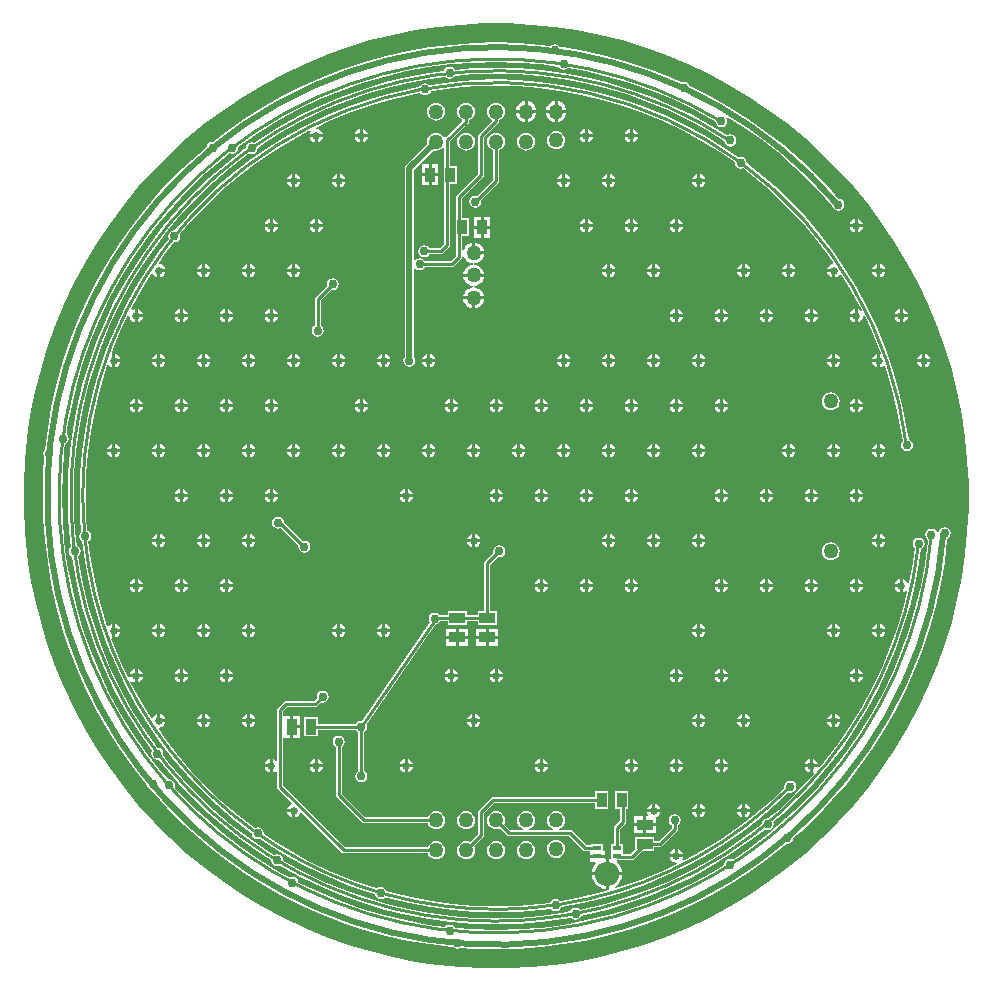
<source format=gbr>
%TF.GenerationSoftware,Altium Limited,Altium Designer,18.1.6 (161)*%
G04 Layer_Physical_Order=2*
G04 Layer_Color=16711680*
%FSLAX26Y26*%
%MOIN*%
%TF.FileFunction,Copper,L2,Bot,Signal*%
%TF.Part,Single*%
G01*
G75*
%TA.AperFunction,SMDPad,CuDef*%
%ADD14R,0.053150X0.037402*%
%ADD16R,0.033465X0.051181*%
%ADD19R,0.037402X0.053150*%
%TA.AperFunction,Conductor*%
%ADD33C,0.010000*%
%ADD34C,0.020000*%
%TA.AperFunction,ComponentPad*%
%ADD36C,0.050000*%
%ADD37O,0.081102X0.081102*%
%TA.AperFunction,ViaPad*%
%ADD38C,0.025000*%
%ADD39C,0.030000*%
%ADD40C,0.050000*%
%TA.AperFunction,SMDPad,CuDef*%
%ADD41R,0.029528X0.017716*%
G36*
X3265491Y4720615D02*
X3342437Y4713037D01*
X3418919Y4701692D01*
X3494751Y4686608D01*
X3569753Y4667821D01*
X3643742Y4645377D01*
X3716541Y4619329D01*
X3787974Y4589740D01*
X3857869Y4556682D01*
X3926058Y4520235D01*
X3992376Y4480485D01*
X4056664Y4437529D01*
X4118767Y4391471D01*
X4178535Y4342420D01*
X4235824Y4290496D01*
X4290496Y4235824D01*
X4342420Y4178535D01*
X4391471Y4118767D01*
X4437529Y4056664D01*
X4480485Y3992376D01*
X4520235Y3926058D01*
X4556682Y3857869D01*
X4589740Y3787974D01*
X4619329Y3716541D01*
X4645377Y3643742D01*
X4667821Y3569753D01*
X4686608Y3494751D01*
X4701692Y3418919D01*
X4713037Y3342437D01*
X4720615Y3265491D01*
X4724409Y3188265D01*
Y3149606D01*
Y3110947D01*
X4720615Y3033722D01*
X4713037Y2956776D01*
X4701692Y2880294D01*
X4686608Y2804461D01*
X4667821Y2729460D01*
X4645377Y2655470D01*
X4619329Y2582672D01*
X4589740Y2511239D01*
X4556682Y2441344D01*
X4520235Y2373155D01*
X4480485Y2306836D01*
X4437529Y2242548D01*
X4391471Y2180446D01*
X4342420Y2120678D01*
X4290496Y2063389D01*
X4235824Y2008716D01*
X4178535Y1956792D01*
X4118767Y1907742D01*
X4056664Y1861683D01*
X3992376Y1818727D01*
X3926058Y1778978D01*
X3857869Y1742530D01*
X3787974Y1709472D01*
X3716541Y1679884D01*
X3643742Y1653836D01*
X3569753Y1631391D01*
X3494751Y1612605D01*
X3418919Y1597521D01*
X3342437Y1586176D01*
X3265491Y1578597D01*
X3188265Y1574803D01*
X3110947D01*
X3033722Y1578597D01*
X2956776Y1586176D01*
X2880294Y1597521D01*
X2804461Y1612605D01*
X2729460Y1631391D01*
X2655470Y1653836D01*
X2582672Y1679884D01*
X2511239Y1709472D01*
X2441344Y1742530D01*
X2373155Y1778978D01*
X2306836Y1818727D01*
X2242548Y1861683D01*
X2180446Y1907742D01*
X2120678Y1956792D01*
X2063389Y2008716D01*
X2008716Y2063389D01*
X1956792Y2120678D01*
X1907742Y2180446D01*
X1861683Y2242548D01*
X1818727Y2306836D01*
X1778978Y2373155D01*
X1742530Y2441344D01*
X1709472Y2511239D01*
X1679884Y2582672D01*
X1653836Y2655470D01*
X1631391Y2729460D01*
X1612605Y2804461D01*
X1597521Y2880294D01*
X1586176Y2956776D01*
X1578597Y3033722D01*
X1574803Y3110947D01*
Y3149606D01*
Y3188265D01*
X1578597Y3265491D01*
X1586176Y3342437D01*
X1597521Y3418919D01*
X1612605Y3494751D01*
X1631391Y3569753D01*
X1653836Y3643742D01*
X1679884Y3716541D01*
X1709472Y3787974D01*
X1742530Y3857869D01*
X1778978Y3926058D01*
X1818727Y3992376D01*
X1861683Y4056664D01*
X1907742Y4118767D01*
X1956792Y4178535D01*
X2008716Y4235824D01*
X2063389Y4290496D01*
X2120678Y4342420D01*
X2180446Y4391471D01*
X2242548Y4437529D01*
X2306836Y4480485D01*
X2373155Y4520235D01*
X2441344Y4556682D01*
X2511239Y4589740D01*
X2582672Y4619329D01*
X2655470Y4645377D01*
X2729460Y4667821D01*
X2804461Y4686608D01*
X2880294Y4701692D01*
X2956776Y4713037D01*
X3033722Y4720615D01*
X3110947Y4724409D01*
X3188265D01*
X3265491Y4720615D01*
D02*
G37*
%LPC*%
G36*
X3149606Y4538035D02*
X3076942Y4536132D01*
X3004476Y4530429D01*
X2932408Y4520941D01*
X2926109Y4519774D01*
X2920024Y4523840D01*
X2912220Y4525392D01*
X2904417Y4523840D01*
X2897801Y4519419D01*
X2894976Y4515191D01*
X2891098Y4514420D01*
X2888747Y4512849D01*
X2860936Y4507694D01*
X2790255Y4490725D01*
X2720558Y4470080D01*
X2652038Y4445816D01*
X2584881Y4417999D01*
X2519273Y4386705D01*
X2455392Y4352021D01*
X2393414Y4314041D01*
X2333508Y4272869D01*
X2275840Y4228618D01*
X2220566Y4181410D01*
X2167839Y4131374D01*
X2117803Y4078646D01*
X2080306Y4034743D01*
X2077043Y4035392D01*
X2069239Y4033840D01*
X2062624Y4029419D01*
X2058203Y4022804D01*
X2056651Y4015000D01*
X2058199Y4007218D01*
X2026344Y3965704D01*
X1985172Y3905799D01*
X1947192Y3843821D01*
X1912507Y3779940D01*
X1881214Y3714331D01*
X1853397Y3647175D01*
X1829132Y3578654D01*
X1808487Y3508958D01*
X1791518Y3438277D01*
X1778272Y3366804D01*
X1768784Y3294737D01*
X1763081Y3222271D01*
X1761178Y3149606D01*
X1763081Y3076942D01*
X1766759Y3030206D01*
X1765581Y3029419D01*
X1761160Y3022804D01*
X1759608Y3015000D01*
X1761160Y3007196D01*
X1765581Y3000581D01*
X1769655Y2997859D01*
X1778272Y2932408D01*
X1791518Y2860936D01*
X1808487Y2790255D01*
X1829132Y2720558D01*
X1853397Y2652038D01*
X1881214Y2584881D01*
X1912507Y2519273D01*
X1947192Y2455392D01*
X1985172Y2393414D01*
X2026344Y2333508D01*
X2070595Y2275840D01*
X2117803Y2220566D01*
X2167839Y2167839D01*
X2220566Y2117803D01*
X2275840Y2070595D01*
X2333508Y2026344D01*
X2334711Y2025517D01*
X2334608Y2025000D01*
X2336160Y2017196D01*
X2340581Y2010581D01*
X2347196Y2006160D01*
X2355000Y2004608D01*
X2362804Y2006160D01*
X2362840Y2006185D01*
X2393414Y1985172D01*
X2455392Y1947192D01*
X2519273Y1912507D01*
X2584881Y1881214D01*
X2652038Y1853397D01*
X2720558Y1829132D01*
X2746905Y1821328D01*
X2747466Y1818503D01*
X2751887Y1811887D01*
X2758503Y1807466D01*
X2766306Y1805914D01*
X2774110Y1807466D01*
X2780127Y1811487D01*
X2790255Y1808487D01*
X2860936Y1791518D01*
X2932408Y1778272D01*
X3004476Y1768784D01*
X3076942Y1763081D01*
X3149606Y1761178D01*
X3222271Y1763081D01*
X3294737Y1768784D01*
X3332988Y1773820D01*
X3334289Y1771873D01*
X3340905Y1767452D01*
X3348708Y1765900D01*
X3356512Y1767452D01*
X3363127Y1771873D01*
X3367488Y1778398D01*
X3438277Y1791518D01*
X3508958Y1808487D01*
X3578654Y1829132D01*
X3647175Y1853397D01*
X3714331Y1881214D01*
X3779940Y1912507D01*
X3843821Y1947192D01*
X3905799Y1985172D01*
X3965704Y2026344D01*
X4023373Y2070595D01*
X4078646Y2117803D01*
X4123965Y2160809D01*
X4130000Y2159608D01*
X4137804Y2161160D01*
X4144419Y2165581D01*
X4148840Y2172196D01*
X4150392Y2180000D01*
X4148840Y2187804D01*
X4144419Y2194419D01*
X4137804Y2198840D01*
X4130000Y2200392D01*
X4122196Y2198840D01*
X4115581Y2194419D01*
X4111160Y2187804D01*
X4109608Y2180000D01*
X4110370Y2176169D01*
X4064925Y2133042D01*
X4010467Y2086532D01*
X3953650Y2042935D01*
X3894630Y2002371D01*
X3833567Y1964951D01*
X3772196Y1931630D01*
X3771084Y1932055D01*
X3769049Y1938010D01*
X3771195Y1941221D01*
X3771946Y1945000D01*
X3728054D01*
X3728805Y1941221D01*
X3733778Y1933778D01*
X3741221Y1928805D01*
X3750000Y1927059D01*
X3752087Y1927474D01*
X3753675Y1922692D01*
X3705990Y1899948D01*
X3639826Y1872542D01*
X3572317Y1848636D01*
X3547453Y1841271D01*
X3545494Y1845844D01*
X3556053Y1853946D01*
X3564156Y1864506D01*
X3569250Y1876803D01*
X3570329Y1885000D01*
X3525000D01*
Y1834868D01*
X3525050Y1834634D01*
X3503651Y1828295D01*
X3434013Y1811577D01*
X3364478Y1798689D01*
X3363127Y1800711D01*
X3356512Y1805131D01*
X3348708Y1806684D01*
X3340905Y1805131D01*
X3334289Y1800711D01*
X3329869Y1794095D01*
X3329867Y1794085D01*
X3292593Y1789178D01*
X3221198Y1783559D01*
X3149606Y1781685D01*
X3078015Y1783559D01*
X3006620Y1789178D01*
X2935616Y1798526D01*
X2865199Y1811577D01*
X2795562Y1828295D01*
X2785722Y1831210D01*
X2785146Y1834110D01*
X2780725Y1840725D01*
X2774110Y1845146D01*
X2766306Y1846698D01*
X2758503Y1845146D01*
X2752413Y1841077D01*
X2726895Y1848636D01*
X2659387Y1872542D01*
X2593222Y1899948D01*
X2528583Y1930779D01*
X2465646Y1964951D01*
X2404583Y2002371D01*
X2374943Y2022742D01*
X2375392Y2025000D01*
X2373840Y2032804D01*
X2369419Y2039419D01*
X2362804Y2043840D01*
X2355000Y2045392D01*
X2347196Y2043840D01*
X2345700Y2042840D01*
X2345562Y2042935D01*
X2288745Y2086532D01*
X2234288Y2133042D01*
X2182340Y2182340D01*
X2133042Y2234288D01*
X2086532Y2288745D01*
X2042935Y2345562D01*
X2024449Y2372459D01*
X2027071Y2377471D01*
X2033779Y2378805D01*
X2041222Y2383778D01*
X2046195Y2391221D01*
X2046946Y2395000D01*
X2025000D01*
Y2400000D01*
X2020000D01*
Y2421946D01*
X2016221Y2421195D01*
X2008778Y2416222D01*
X2004775Y2410229D01*
X2000070Y2409731D01*
X1999058Y2409989D01*
X1964951Y2465646D01*
X1930779Y2528583D01*
X1929628Y2530996D01*
X1933778Y2533778D01*
X1941221Y2528805D01*
X1945000Y2528054D01*
Y2545000D01*
X1923038D01*
X1922961Y2544974D01*
X1899948Y2593222D01*
X1872542Y2659387D01*
X1867565Y2673440D01*
X1870000Y2676254D01*
Y2700000D01*
Y2721946D01*
X1866221Y2721195D01*
X1858778Y2716222D01*
X1857719Y2714636D01*
X1852757Y2715256D01*
X1848636Y2726895D01*
X1828295Y2795562D01*
X1811577Y2865199D01*
X1798526Y2935616D01*
X1790333Y2997850D01*
X1794419Y3000581D01*
X1798840Y3007196D01*
X1800392Y3015000D01*
X1798840Y3022804D01*
X1794419Y3029419D01*
X1787804Y3033840D01*
X1787024Y3033995D01*
X1783559Y3078015D01*
X1781685Y3149606D01*
X1783559Y3221198D01*
X1789178Y3292593D01*
X1798526Y3363596D01*
X1811577Y3434013D01*
X1828295Y3503651D01*
X1848636Y3572317D01*
X1852939Y3584471D01*
X1857901Y3585092D01*
X1858778Y3583778D01*
X1866221Y3578805D01*
X1870000Y3578054D01*
Y3600000D01*
Y3624153D01*
X1867865Y3626619D01*
X1872542Y3639826D01*
X1899948Y3705990D01*
X1922692Y3753675D01*
X1927474Y3752087D01*
X1927059Y3750000D01*
X1928805Y3741221D01*
X1933778Y3733778D01*
X1941221Y3728805D01*
X1945000Y3728054D01*
Y3750000D01*
Y3771946D01*
X1941221Y3771195D01*
X1938010Y3769049D01*
X1932055Y3771084D01*
X1931630Y3772196D01*
X1964951Y3833567D01*
X1999310Y3889635D01*
X1999621Y3889744D01*
X2005026Y3889394D01*
X2008778Y3883778D01*
X2016221Y3878805D01*
X2020000Y3878054D01*
Y3900000D01*
X2025000D01*
Y3905000D01*
X2046946D01*
X2046195Y3908779D01*
X2041222Y3916222D01*
X2033779Y3921195D01*
X2027547Y3922434D01*
X2025076Y3927666D01*
X2042935Y3953650D01*
X2074717Y3995071D01*
X2077043Y3994608D01*
X2084847Y3996160D01*
X2091462Y4000581D01*
X2095883Y4007196D01*
X2097435Y4015000D01*
X2096106Y4021678D01*
X2133042Y4064925D01*
X2182340Y4116873D01*
X2234288Y4166170D01*
X2288745Y4212681D01*
X2345562Y4256278D01*
X2404583Y4296842D01*
X2465646Y4334261D01*
X2528583Y4368433D01*
X2529552Y4368895D01*
X2532945Y4364974D01*
X2528805Y4358779D01*
X2528054Y4355000D01*
X2571946D01*
X2571195Y4358779D01*
X2566222Y4366222D01*
X2558779Y4371194D01*
X2550000Y4372941D01*
X2549394Y4372820D01*
X2547806Y4377602D01*
X2593222Y4399265D01*
X2659387Y4426671D01*
X2726895Y4450577D01*
X2795562Y4470917D01*
X2865199Y4487636D01*
X2895960Y4493337D01*
X2897801Y4490581D01*
X2904417Y4486160D01*
X2912220Y4484608D01*
X2920024Y4486160D01*
X2926639Y4490581D01*
X2931060Y4497196D01*
X2931606Y4499943D01*
X2935616Y4500686D01*
X3006620Y4510034D01*
X3078015Y4515653D01*
X3149606Y4517528D01*
X3221198Y4515653D01*
X3292593Y4510034D01*
X3363596Y4500686D01*
X3434013Y4487636D01*
X3503651Y4470917D01*
X3572317Y4450577D01*
X3639826Y4426671D01*
X3705990Y4399265D01*
X3770630Y4368433D01*
X3833567Y4334261D01*
X3894630Y4296842D01*
X3945034Y4262200D01*
X3944608Y4260061D01*
X3946160Y4252258D01*
X3950581Y4245642D01*
X3957196Y4241222D01*
X3965000Y4239670D01*
X3972804Y4241222D01*
X3973054Y4241389D01*
X4010467Y4212681D01*
X4064925Y4166170D01*
X4116873Y4116873D01*
X4166170Y4064925D01*
X4212681Y4010467D01*
X4256278Y3953650D01*
X4274015Y3927843D01*
X4271760Y3922296D01*
X4266221Y3921195D01*
X4258778Y3916222D01*
X4253806Y3908779D01*
X4253054Y3905000D01*
X4275000D01*
Y3900000D01*
X4280000D01*
Y3878054D01*
X4283779Y3878805D01*
X4291222Y3883778D01*
X4294563Y3888779D01*
X4300421Y3888789D01*
X4334261Y3833567D01*
X4368433Y3770630D01*
X4364423Y3767423D01*
X4358779Y3771195D01*
X4355000Y3771946D01*
Y3750000D01*
Y3728054D01*
X4358779Y3728805D01*
X4366222Y3733778D01*
X4371194Y3741221D01*
X4372880Y3749693D01*
X4373261Y3749918D01*
X4378310Y3749923D01*
X4399265Y3705990D01*
X4426671Y3639826D01*
X4431542Y3626071D01*
X4430000Y3624290D01*
Y3600000D01*
Y3578054D01*
X4433779Y3578805D01*
X4441222Y3583778D01*
X4441584Y3584321D01*
X4446546Y3583701D01*
X4450577Y3572317D01*
X4470917Y3503651D01*
X4487636Y3434013D01*
X4500686Y3363596D01*
X4504681Y3333256D01*
X4500791Y3327434D01*
X4499239Y3319631D01*
X4500791Y3311827D01*
X4505211Y3305211D01*
X4511827Y3300791D01*
X4519631Y3299239D01*
X4527434Y3300791D01*
X4534050Y3305211D01*
X4538470Y3311827D01*
X4540022Y3319631D01*
X4538470Y3327434D01*
X4534050Y3334050D01*
X4527434Y3338470D01*
X4524597Y3339035D01*
X4520941Y3366804D01*
X4507694Y3438277D01*
X4490725Y3508958D01*
X4470080Y3578654D01*
X4445816Y3647175D01*
X4417999Y3714331D01*
X4386705Y3779940D01*
X4352021Y3843821D01*
X4314041Y3905799D01*
X4272869Y3965704D01*
X4228618Y4023373D01*
X4181410Y4078646D01*
X4131374Y4131374D01*
X4078646Y4181410D01*
X4023373Y4228618D01*
X3984995Y4258066D01*
X3985392Y4260061D01*
X3983840Y4267865D01*
X3979419Y4274481D01*
X3972804Y4278901D01*
X3965000Y4280453D01*
X3957196Y4278901D01*
X3957060Y4278810D01*
X3905799Y4314041D01*
X3843821Y4352021D01*
X3779940Y4386705D01*
X3714331Y4417999D01*
X3647175Y4445816D01*
X3578654Y4470080D01*
X3508958Y4490725D01*
X3438277Y4507694D01*
X3366804Y4520941D01*
X3294737Y4530429D01*
X3222271Y4536132D01*
X3149606Y4538035D01*
D02*
G37*
G36*
X3354606Y4465353D02*
Y4435709D01*
X3384250D01*
X3383705Y4439846D01*
X3380178Y4448360D01*
X3374568Y4455671D01*
X3367257Y4461281D01*
X3358743Y4464808D01*
X3354606Y4465353D01*
D02*
G37*
G36*
X3254606D02*
Y4435709D01*
X3284250D01*
X3283705Y4439846D01*
X3280178Y4448360D01*
X3274568Y4455671D01*
X3267257Y4461281D01*
X3258743Y4464808D01*
X3254606Y4465353D01*
D02*
G37*
G36*
X3244606Y4465353D02*
X3240469Y4464808D01*
X3231955Y4461281D01*
X3224644Y4455671D01*
X3219034Y4448360D01*
X3215507Y4439846D01*
X3214962Y4435709D01*
X3244606D01*
Y4465353D01*
D02*
G37*
G36*
X3344606D02*
X3340469Y4464808D01*
X3331955Y4461281D01*
X3324644Y4455671D01*
X3319034Y4448360D01*
X3315507Y4439846D01*
X3314962Y4435709D01*
X3344606D01*
Y4465353D01*
D02*
G37*
G36*
X2949606Y4460968D02*
X2941774Y4459937D01*
X2934477Y4456914D01*
X2928210Y4452105D01*
X2923401Y4445838D01*
X2920378Y4438541D01*
X2919347Y4430709D01*
X2920378Y4422877D01*
X2923401Y4415580D01*
X2928210Y4409313D01*
X2934477Y4404504D01*
X2941774Y4401481D01*
X2949606Y4400450D01*
X2957438Y4401481D01*
X2964735Y4404504D01*
X2971002Y4409313D01*
X2975811Y4415580D01*
X2978834Y4422877D01*
X2979865Y4430709D01*
X2978834Y4438541D01*
X2975811Y4445838D01*
X2971002Y4452105D01*
X2964735Y4456914D01*
X2957438Y4459937D01*
X2949606Y4460968D01*
D02*
G37*
G36*
X3244606Y4425709D02*
X3214962D01*
X3215507Y4421572D01*
X3219034Y4413058D01*
X3224644Y4405747D01*
X3231955Y4400137D01*
X3240469Y4396610D01*
X3244606Y4396065D01*
Y4425709D01*
D02*
G37*
G36*
X3344606D02*
X3314962D01*
X3315507Y4421572D01*
X3319034Y4413058D01*
X3324644Y4405747D01*
X3331955Y4400137D01*
X3340469Y4396610D01*
X3344606Y4396065D01*
Y4425709D01*
D02*
G37*
G36*
X3384250D02*
X3354606D01*
Y4396065D01*
X3358743Y4396610D01*
X3367257Y4400137D01*
X3374568Y4405747D01*
X3380178Y4413058D01*
X3383705Y4421572D01*
X3384250Y4425709D01*
D02*
G37*
G36*
X3284250D02*
X3254606D01*
Y4396065D01*
X3258743Y4396610D01*
X3267257Y4400137D01*
X3274568Y4405747D01*
X3280178Y4413058D01*
X3283705Y4421572D01*
X3284250Y4425709D01*
D02*
G37*
G36*
X3605000Y4371946D02*
Y4355000D01*
X3621946D01*
X3621195Y4358779D01*
X3616222Y4366222D01*
X3608779Y4371194D01*
X3605000Y4371946D01*
D02*
G37*
G36*
X3595000D02*
X3591221Y4371194D01*
X3583778Y4366222D01*
X3578805Y4358779D01*
X3578054Y4355000D01*
X3595000D01*
Y4371946D01*
D02*
G37*
G36*
X3455000D02*
Y4355000D01*
X3471946D01*
X3471195Y4358779D01*
X3466222Y4366222D01*
X3458779Y4371194D01*
X3455000Y4371946D01*
D02*
G37*
G36*
X3445000D02*
X3441221Y4371194D01*
X3433778Y4366222D01*
X3428805Y4358779D01*
X3428054Y4355000D01*
X3445000D01*
Y4371946D01*
D02*
G37*
G36*
X2705000D02*
Y4355000D01*
X2721946D01*
X2721195Y4358779D01*
X2716222Y4366222D01*
X2708779Y4371194D01*
X2705000Y4371946D01*
D02*
G37*
G36*
X2695000D02*
X2691221Y4371194D01*
X2683778Y4366222D01*
X2678805Y4358779D01*
X2678054Y4355000D01*
X2695000D01*
Y4371946D01*
D02*
G37*
G36*
X2721946Y4345000D02*
X2705000D01*
Y4328054D01*
X2708779Y4328806D01*
X2716222Y4333778D01*
X2721195Y4341221D01*
X2721946Y4345000D01*
D02*
G37*
G36*
X2695000D02*
X2678054D01*
X2678805Y4341221D01*
X2683778Y4333778D01*
X2691221Y4328806D01*
X2695000Y4328054D01*
Y4345000D01*
D02*
G37*
G36*
X2571946D02*
X2555000D01*
Y4328054D01*
X2558779Y4328806D01*
X2566222Y4333778D01*
X2571195Y4341221D01*
X2571946Y4345000D01*
D02*
G37*
G36*
X2545000D02*
X2528054D01*
X2528805Y4341221D01*
X2533778Y4333778D01*
X2541221Y4328806D01*
X2545000Y4328054D01*
Y4345000D01*
D02*
G37*
G36*
X3621946D02*
X3605000D01*
Y4328054D01*
X3608779Y4328806D01*
X3616222Y4333778D01*
X3621195Y4341221D01*
X3621946Y4345000D01*
D02*
G37*
G36*
X3595000D02*
X3578054D01*
X3578805Y4341221D01*
X3583778Y4333778D01*
X3591221Y4328806D01*
X3595000Y4328054D01*
Y4345000D01*
D02*
G37*
G36*
X3471946D02*
X3455000D01*
Y4328054D01*
X3458779Y4328806D01*
X3466222Y4333778D01*
X3471195Y4341221D01*
X3471946Y4345000D01*
D02*
G37*
G36*
X3445000D02*
X3428054D01*
X3428805Y4341221D01*
X3433778Y4333778D01*
X3441221Y4328806D01*
X3445000Y4328054D01*
Y4345000D01*
D02*
G37*
G36*
X2995000Y4580392D02*
X2987196Y4578840D01*
X2980581Y4574419D01*
X2976160Y4567804D01*
X2975876Y4566373D01*
X2926247Y4559840D01*
X2852747Y4546217D01*
X2780061Y4528767D01*
X2708388Y4507536D01*
X2637924Y4482584D01*
X2568863Y4453978D01*
X2501393Y4421796D01*
X2435700Y4386128D01*
X2371964Y4347070D01*
X2343007Y4327168D01*
X2342804Y4327304D01*
X2335000Y4328856D01*
X2327196Y4327304D01*
X2320581Y4322884D01*
X2316160Y4316268D01*
X2314608Y4308465D01*
X2314751Y4307749D01*
X2310359Y4304731D01*
X2251055Y4259225D01*
X2194213Y4210677D01*
X2139991Y4159222D01*
X2088535Y4104999D01*
X2039988Y4048158D01*
X1994482Y3988853D01*
X1952142Y3927249D01*
X1913085Y3863512D01*
X1877416Y3797819D01*
X1845235Y3730350D01*
X1816629Y3661288D01*
X1791676Y3590825D01*
X1770446Y3519151D01*
X1752995Y3446465D01*
X1739373Y3372965D01*
X1729616Y3298853D01*
X1723751Y3224332D01*
X1721794Y3149606D01*
X1723751Y3074880D01*
X1729616Y3000359D01*
X1732228Y2980520D01*
X1730581Y2979419D01*
X1726160Y2972804D01*
X1724608Y2965000D01*
X1726160Y2957196D01*
X1730581Y2950581D01*
X1736708Y2946486D01*
X1739373Y2926247D01*
X1752995Y2852747D01*
X1770446Y2780061D01*
X1791676Y2708388D01*
X1816629Y2637924D01*
X1845235Y2568863D01*
X1877416Y2501393D01*
X1913085Y2435700D01*
X1952142Y2371964D01*
X1994482Y2310359D01*
X2002536Y2299863D01*
X2001160Y2297804D01*
X1999608Y2290000D01*
X2001160Y2282196D01*
X2005581Y2275581D01*
X2012196Y2271160D01*
X2020000Y2269608D01*
X2024990Y2270601D01*
X2039988Y2251055D01*
X2088535Y2194213D01*
X2139991Y2139991D01*
X2194213Y2088535D01*
X2251055Y2039988D01*
X2310359Y1994482D01*
X2371964Y1952142D01*
X2399644Y1935180D01*
X2399608Y1935000D01*
X2401160Y1927196D01*
X2405581Y1920581D01*
X2412196Y1916160D01*
X2420000Y1914608D01*
X2427804Y1916160D01*
X2429180Y1917080D01*
X2435700Y1913085D01*
X2501393Y1877416D01*
X2568863Y1845235D01*
X2637924Y1816629D01*
X2708388Y1791676D01*
X2780061Y1770446D01*
X2852747Y1752995D01*
X2926247Y1739373D01*
X3000359Y1729616D01*
X3074880Y1723751D01*
X3149606Y1721794D01*
X3224332Y1723751D01*
X3298853Y1729616D01*
X3372965Y1739373D01*
X3399420Y1744276D01*
X3400581Y1742539D01*
X3407196Y1738118D01*
X3415000Y1736566D01*
X3422804Y1738118D01*
X3429419Y1742539D01*
X3433840Y1749154D01*
X3434150Y1750713D01*
X3446465Y1752995D01*
X3519151Y1770446D01*
X3590825Y1791676D01*
X3661288Y1816629D01*
X3730350Y1845235D01*
X3797819Y1877416D01*
X3863512Y1913085D01*
X3927249Y1952142D01*
X3988853Y1994482D01*
X4045044Y2037599D01*
X4047196Y2036160D01*
X4055000Y2034608D01*
X4062804Y2036160D01*
X4069419Y2040581D01*
X4073840Y2047196D01*
X4075392Y2055000D01*
X4073989Y2062050D01*
X4104999Y2088535D01*
X4159222Y2139991D01*
X4210677Y2194213D01*
X4259225Y2251055D01*
X4304731Y2310359D01*
X4347070Y2371964D01*
X4386128Y2435700D01*
X4421796Y2501393D01*
X4453978Y2568863D01*
X4482584Y2637924D01*
X4507536Y2708388D01*
X4528767Y2780061D01*
X4546217Y2852747D01*
X4559840Y2926247D01*
X4565748Y2971127D01*
X4565914Y2971160D01*
X4572529Y2975581D01*
X4576950Y2982196D01*
X4578502Y2990000D01*
X4576950Y2997804D01*
X4572529Y3004419D01*
X4565914Y3008840D01*
X4558110Y3010392D01*
X4550307Y3008840D01*
X4543691Y3004419D01*
X4539271Y2997804D01*
X4537718Y2990000D01*
X4539271Y2982196D01*
X4543691Y2975581D01*
X4545499Y2974373D01*
X4539585Y2929455D01*
X4526393Y2858276D01*
X4521301Y2858242D01*
X4521194Y2858779D01*
X4516222Y2866222D01*
X4508779Y2871195D01*
X4505000Y2871946D01*
Y2850000D01*
Y2828054D01*
X4508779Y2828805D01*
X4515289Y2833155D01*
X4518852Y2831480D01*
X4519825Y2830630D01*
X4508958Y2785369D01*
X4488033Y2714725D01*
X4463439Y2645273D01*
X4435243Y2577204D01*
X4403524Y2510703D01*
X4368368Y2445954D01*
X4329872Y2383133D01*
X4288140Y2322413D01*
X4243288Y2263961D01*
X4227029Y2244924D01*
X4226873Y2245000D01*
X4205000D01*
Y2228054D01*
X4206259Y2228304D01*
X4208935Y2223738D01*
X4195438Y2207936D01*
X4144721Y2154491D01*
X4091277Y2103775D01*
X4057470Y2074901D01*
X4055000Y2075392D01*
X4047196Y2073840D01*
X4040581Y2069419D01*
X4036160Y2062804D01*
X4034709Y2055508D01*
X3976799Y2011073D01*
X3916079Y1969341D01*
X3853259Y1930844D01*
X3788509Y1895688D01*
X3722009Y1863969D01*
X3653939Y1835774D01*
X3584488Y1811180D01*
X3513844Y1790254D01*
X3442202Y1773054D01*
X3429831Y1770762D01*
X3429419Y1771377D01*
X3422804Y1775798D01*
X3415000Y1777350D01*
X3407196Y1775798D01*
X3400581Y1771377D01*
X3396160Y1764762D01*
X3396111Y1764512D01*
X3369757Y1759628D01*
X3296710Y1750011D01*
X3223259Y1744230D01*
X3149606Y1742301D01*
X3075954Y1744230D01*
X3002503Y1750011D01*
X2929455Y1759628D01*
X2857011Y1773054D01*
X2785369Y1790254D01*
X2714725Y1811180D01*
X2645273Y1835774D01*
X2577204Y1863969D01*
X2510703Y1895688D01*
X2445954Y1930844D01*
X2440259Y1934334D01*
X2440392Y1935000D01*
X2438840Y1942804D01*
X2434419Y1949419D01*
X2427804Y1953840D01*
X2420000Y1955392D01*
X2412196Y1953840D01*
X2410394Y1952635D01*
X2383133Y1969341D01*
X2322413Y2011073D01*
X2263961Y2055925D01*
X2207936Y2103775D01*
X2154491Y2154491D01*
X2103775Y2207936D01*
X2055925Y2263961D01*
X2039476Y2285397D01*
X2040392Y2290000D01*
X2038840Y2297804D01*
X2034419Y2304419D01*
X2027804Y2308840D01*
X2020350Y2310322D01*
X2011073Y2322413D01*
X1969341Y2383133D01*
X1930844Y2445954D01*
X1895688Y2510703D01*
X1863969Y2577204D01*
X1835774Y2645273D01*
X1811180Y2714725D01*
X1790254Y2785369D01*
X1773054Y2857011D01*
X1759628Y2929455D01*
X1757054Y2949001D01*
X1759419Y2950581D01*
X1763840Y2957196D01*
X1765392Y2965000D01*
X1763840Y2972804D01*
X1759419Y2979419D01*
X1752804Y2983840D01*
X1752459Y2983908D01*
X1750011Y3002503D01*
X1744230Y3075954D01*
X1742301Y3149606D01*
X1744230Y3223259D01*
X1750011Y3296710D01*
X1759628Y3369757D01*
X1773054Y3442202D01*
X1790254Y3513844D01*
X1811180Y3584488D01*
X1835774Y3653939D01*
X1863969Y3722009D01*
X1895688Y3788509D01*
X1930844Y3853259D01*
X1969341Y3916079D01*
X2011073Y3976799D01*
X2055925Y4035252D01*
X2103775Y4091277D01*
X2154491Y4144721D01*
X2207936Y4195438D01*
X2263961Y4243288D01*
X2322413Y4288140D01*
X2325867Y4290513D01*
X2327196Y4289625D01*
X2335000Y4288073D01*
X2342804Y4289625D01*
X2349419Y4294045D01*
X2353840Y4300661D01*
X2355392Y4308465D01*
X2354982Y4310524D01*
X2383133Y4329872D01*
X2445954Y4368368D01*
X2510703Y4403524D01*
X2577204Y4435243D01*
X2645273Y4463439D01*
X2714725Y4488033D01*
X2785369Y4508958D01*
X2857011Y4526158D01*
X2929455Y4539585D01*
X2980129Y4546256D01*
X2980581Y4545581D01*
X2987196Y4541160D01*
X2995000Y4539608D01*
X3002804Y4541160D01*
X3009419Y4545581D01*
X3012357Y4549977D01*
X3075954Y4554983D01*
X3149606Y4556911D01*
X3223259Y4554983D01*
X3296710Y4549202D01*
X3369757Y4539585D01*
X3442202Y4526158D01*
X3513844Y4508958D01*
X3584488Y4488033D01*
X3653939Y4463439D01*
X3722009Y4435243D01*
X3788509Y4403524D01*
X3853259Y4368368D01*
X3909749Y4333751D01*
X3911160Y4326656D01*
X3915581Y4320041D01*
X3922196Y4315620D01*
X3930000Y4314068D01*
X3937804Y4315620D01*
X3944419Y4320041D01*
X3948840Y4326656D01*
X3950392Y4334460D01*
X3948840Y4342264D01*
X3944419Y4348879D01*
X3937804Y4353300D01*
X3930000Y4354852D01*
X3922196Y4353300D01*
X3919750Y4351665D01*
X3863512Y4386128D01*
X3797819Y4421796D01*
X3730350Y4453978D01*
X3661288Y4482584D01*
X3590825Y4507536D01*
X3519151Y4528767D01*
X3446465Y4546217D01*
X3372965Y4559840D01*
X3298853Y4569597D01*
X3224332Y4575462D01*
X3149606Y4577418D01*
X3074880Y4575462D01*
X3012028Y4570515D01*
X3009419Y4574419D01*
X3002804Y4578840D01*
X2995000Y4580392D01*
D02*
G37*
G36*
X3349606Y4365968D02*
X3341774Y4364937D01*
X3334477Y4361914D01*
X3328210Y4357105D01*
X3323401Y4350838D01*
X3320378Y4343541D01*
X3319347Y4335709D01*
X3320378Y4327877D01*
X3323401Y4320580D01*
X3328210Y4314313D01*
X3334477Y4309504D01*
X3341774Y4306481D01*
X3349606Y4305450D01*
X3357438Y4306481D01*
X3364735Y4309504D01*
X3371002Y4314313D01*
X3375811Y4320580D01*
X3378834Y4327877D01*
X3379865Y4335709D01*
X3378834Y4343541D01*
X3375811Y4350838D01*
X3371002Y4357105D01*
X3364735Y4361914D01*
X3357438Y4364937D01*
X3349606Y4365968D01*
D02*
G37*
G36*
X3249606Y4360968D02*
X3241774Y4359937D01*
X3234477Y4356914D01*
X3228210Y4352105D01*
X3223401Y4345838D01*
X3220378Y4338541D01*
X3219347Y4330709D01*
X3220378Y4322877D01*
X3223401Y4315580D01*
X3228210Y4309313D01*
X3234477Y4304504D01*
X3241774Y4301481D01*
X3249606Y4300450D01*
X3257438Y4301481D01*
X3264735Y4304504D01*
X3271002Y4309313D01*
X3275811Y4315580D01*
X3278834Y4322877D01*
X3279865Y4330709D01*
X3278834Y4338541D01*
X3275811Y4345838D01*
X3271002Y4352105D01*
X3264735Y4356914D01*
X3257438Y4359937D01*
X3249606Y4360968D01*
D02*
G37*
G36*
X3049606D02*
X3041774Y4359937D01*
X3034477Y4356914D01*
X3028210Y4352105D01*
X3023401Y4345838D01*
X3020378Y4338541D01*
X3019347Y4330709D01*
X3020378Y4322877D01*
X3023401Y4315580D01*
X3028210Y4309313D01*
X3034477Y4304504D01*
X3041774Y4301481D01*
X3049606Y4300450D01*
X3057438Y4301481D01*
X3064735Y4304504D01*
X3071002Y4309313D01*
X3075811Y4315580D01*
X3078834Y4322877D01*
X3079865Y4330709D01*
X3078834Y4338541D01*
X3075811Y4345838D01*
X3071002Y4352105D01*
X3064735Y4356914D01*
X3057438Y4359937D01*
X3049606Y4360968D01*
D02*
G37*
G36*
X2956693Y4255591D02*
X2934961D01*
Y4225000D01*
X2956693D01*
Y4255591D01*
D02*
G37*
G36*
X2924961D02*
X2903228D01*
Y4225000D01*
X2924961D01*
Y4255591D01*
D02*
G37*
G36*
X3830000Y4221946D02*
Y4205000D01*
X3846946D01*
X3846195Y4208779D01*
X3841222Y4216222D01*
X3833779Y4221194D01*
X3830000Y4221946D01*
D02*
G37*
G36*
X3820000D02*
X3816221Y4221194D01*
X3808778Y4216222D01*
X3803805Y4208779D01*
X3803054Y4205000D01*
X3820000D01*
Y4221946D01*
D02*
G37*
G36*
X3530000D02*
Y4205000D01*
X3546946D01*
X3546195Y4208779D01*
X3541222Y4216222D01*
X3533779Y4221194D01*
X3530000Y4221946D01*
D02*
G37*
G36*
X3520000D02*
X3516221Y4221194D01*
X3508778Y4216222D01*
X3503805Y4208779D01*
X3503054Y4205000D01*
X3520000D01*
Y4221946D01*
D02*
G37*
G36*
X3380000D02*
Y4205000D01*
X3396946D01*
X3396195Y4208779D01*
X3391222Y4216222D01*
X3383779Y4221194D01*
X3380000Y4221946D01*
D02*
G37*
G36*
X3370000D02*
X3366221Y4221194D01*
X3358778Y4216222D01*
X3353805Y4208779D01*
X3353054Y4205000D01*
X3370000D01*
Y4221946D01*
D02*
G37*
G36*
X2630000D02*
Y4205000D01*
X2646946D01*
X2646195Y4208779D01*
X2641222Y4216222D01*
X2633779Y4221194D01*
X2630000Y4221946D01*
D02*
G37*
G36*
X2620000D02*
X2616221Y4221194D01*
X2608778Y4216222D01*
X2603805Y4208779D01*
X2603054Y4205000D01*
X2620000D01*
Y4221946D01*
D02*
G37*
G36*
X2480000D02*
Y4205000D01*
X2496946D01*
X2496195Y4208779D01*
X2491222Y4216222D01*
X2483779Y4221194D01*
X2480000Y4221946D01*
D02*
G37*
G36*
X2470000D02*
X2466221Y4221194D01*
X2458778Y4216222D01*
X2453805Y4208779D01*
X2453054Y4205000D01*
X2470000D01*
Y4221946D01*
D02*
G37*
G36*
X2956693Y4215000D02*
X2934961D01*
Y4184409D01*
X2956693D01*
Y4215000D01*
D02*
G37*
G36*
X2924961D02*
X2903228D01*
Y4184409D01*
X2924961D01*
Y4215000D01*
D02*
G37*
G36*
X2646946Y4195000D02*
X2630000D01*
Y4178054D01*
X2633779Y4178806D01*
X2641222Y4183778D01*
X2646195Y4191221D01*
X2646946Y4195000D01*
D02*
G37*
G36*
X2620000D02*
X2603054D01*
X2603805Y4191221D01*
X2608778Y4183778D01*
X2616221Y4178806D01*
X2620000Y4178054D01*
Y4195000D01*
D02*
G37*
G36*
X2496946D02*
X2480000D01*
Y4178054D01*
X2483779Y4178806D01*
X2491222Y4183778D01*
X2496195Y4191221D01*
X2496946Y4195000D01*
D02*
G37*
G36*
X2470000D02*
X2453054D01*
X2453805Y4191221D01*
X2458778Y4183778D01*
X2466221Y4178806D01*
X2470000Y4178054D01*
Y4195000D01*
D02*
G37*
G36*
X3846946D02*
X3830000D01*
Y4178054D01*
X3833779Y4178806D01*
X3841222Y4183778D01*
X3846195Y4191221D01*
X3846946Y4195000D01*
D02*
G37*
G36*
X3820000D02*
X3803054D01*
X3803805Y4191221D01*
X3808778Y4183778D01*
X3816221Y4178806D01*
X3820000Y4178054D01*
Y4195000D01*
D02*
G37*
G36*
X3546946D02*
X3530000D01*
Y4178054D01*
X3533779Y4178806D01*
X3541222Y4183778D01*
X3546195Y4191221D01*
X3546946Y4195000D01*
D02*
G37*
G36*
X3520000D02*
X3503054D01*
X3503805Y4191221D01*
X3508778Y4183778D01*
X3516221Y4178806D01*
X3520000Y4178054D01*
Y4195000D01*
D02*
G37*
G36*
X3396946D02*
X3380000D01*
Y4178054D01*
X3383779Y4178806D01*
X3391222Y4183778D01*
X3396195Y4191221D01*
X3396946Y4195000D01*
D02*
G37*
G36*
X3370000D02*
X3353054D01*
X3353805Y4191221D01*
X3358778Y4183778D01*
X3366221Y4178806D01*
X3370000Y4178054D01*
Y4195000D01*
D02*
G37*
G36*
X3149606Y4360968D02*
X3141774Y4359937D01*
X3134477Y4356914D01*
X3128210Y4352105D01*
X3123401Y4345838D01*
X3120378Y4338541D01*
X3119347Y4330709D01*
X3120378Y4322877D01*
X3123401Y4315580D01*
X3128210Y4309313D01*
X3134477Y4304504D01*
X3139410Y4302460D01*
Y4203829D01*
X3084982Y4149401D01*
X3080000Y4150392D01*
X3072196Y4148840D01*
X3065581Y4144419D01*
X3061160Y4137804D01*
X3059608Y4130000D01*
X3061160Y4122196D01*
X3065581Y4115581D01*
X3072196Y4111160D01*
X3080000Y4109608D01*
X3087804Y4111160D01*
X3094419Y4115581D01*
X3098840Y4122196D01*
X3100392Y4130000D01*
X3099401Y4134982D01*
X3156816Y4192396D01*
X3159026Y4195704D01*
X3159802Y4199606D01*
Y4302460D01*
X3164735Y4304504D01*
X3171002Y4309313D01*
X3175811Y4315580D01*
X3178834Y4322877D01*
X3179865Y4330709D01*
X3178834Y4338541D01*
X3175811Y4345838D01*
X3171002Y4352105D01*
X3164735Y4356914D01*
X3157438Y4359937D01*
X3149606Y4360968D01*
D02*
G37*
G36*
X3149606Y4661124D02*
X3075440Y4659304D01*
X3001452Y4653846D01*
X2927820Y4644765D01*
X2854724Y4632081D01*
X2782337Y4615826D01*
X2710836Y4596039D01*
X2640391Y4572767D01*
X2571173Y4546067D01*
X2503349Y4516003D01*
X2437082Y4482646D01*
X2372531Y4446079D01*
X2309852Y4406388D01*
X2249196Y4363669D01*
X2206239Y4330145D01*
X2205000Y4330392D01*
X2197196Y4328840D01*
X2190581Y4324419D01*
X2186160Y4317804D01*
X2185272Y4313335D01*
X2134533Y4269567D01*
X2080802Y4218411D01*
X2029645Y4164680D01*
X1981187Y4108503D01*
X1935543Y4050017D01*
X1892825Y3989361D01*
X1853134Y3926682D01*
X1816566Y3862131D01*
X1783210Y3795864D01*
X1753146Y3728039D01*
X1726445Y3658821D01*
X1703174Y3588377D01*
X1683386Y3516875D01*
X1667131Y3444489D01*
X1654448Y3371392D01*
X1646242Y3304861D01*
X1645581Y3304419D01*
X1641160Y3297804D01*
X1639608Y3290000D01*
X1641160Y3282196D01*
X1643914Y3278075D01*
X1639909Y3223773D01*
X1638088Y3149606D01*
X1639909Y3075440D01*
X1645367Y3001452D01*
X1654448Y2927820D01*
X1667131Y2854724D01*
X1683386Y2782337D01*
X1703174Y2710836D01*
X1726445Y2640391D01*
X1753146Y2571173D01*
X1783210Y2503349D01*
X1816566Y2437082D01*
X1853134Y2372531D01*
X1892825Y2309852D01*
X1935543Y2249196D01*
X1981187Y2190709D01*
X1985450Y2185767D01*
X1986160Y2182196D01*
X1990581Y2175581D01*
X1997196Y2171160D01*
X1998227Y2170956D01*
X2029645Y2134533D01*
X2080802Y2080802D01*
X2134533Y2029645D01*
X2190709Y1981187D01*
X2249196Y1935543D01*
X2309852Y1892825D01*
X2372531Y1853134D01*
X2437082Y1816566D01*
X2503349Y1783210D01*
X2571173Y1753146D01*
X2640391Y1726445D01*
X2710836Y1703174D01*
X2782337Y1683386D01*
X2854724Y1667131D01*
X2927820Y1654448D01*
X3001452Y1645367D01*
X3006454Y1644997D01*
X3012196Y1641160D01*
X3020000Y1639608D01*
X3027804Y1641160D01*
X3030853Y1643198D01*
X3075440Y1639909D01*
X3149606Y1638088D01*
X3223773Y1639909D01*
X3297761Y1645367D01*
X3371392Y1654448D01*
X3444489Y1667131D01*
X3516875Y1683386D01*
X3588377Y1703174D01*
X3658821Y1726445D01*
X3728039Y1753146D01*
X3795864Y1783210D01*
X3862131Y1816566D01*
X3926682Y1853134D01*
X3989361Y1892825D01*
X4050017Y1935543D01*
X4108503Y1981187D01*
X4118591Y1989889D01*
X4120000Y1989608D01*
X4127804Y1991160D01*
X4134419Y1995581D01*
X4138840Y2002196D01*
X4140078Y2008424D01*
X4164680Y2029645D01*
X4218411Y2080802D01*
X4269567Y2134533D01*
X4318026Y2190709D01*
X4363669Y2249196D01*
X4406388Y2309852D01*
X4446079Y2372531D01*
X4482646Y2437082D01*
X4516003Y2503349D01*
X4546067Y2571173D01*
X4572767Y2640391D01*
X4596039Y2710836D01*
X4615826Y2782337D01*
X4632081Y2854724D01*
X4644765Y2927820D01*
X4653846Y3001452D01*
X4654266Y3007137D01*
X4659419Y3010581D01*
X4663840Y3017196D01*
X4665392Y3025000D01*
X4663840Y3032804D01*
X4659419Y3039419D01*
X4652804Y3043840D01*
X4645000Y3045392D01*
X4637196Y3043840D01*
X4630581Y3039419D01*
X4626160Y3032804D01*
X4624608Y3025000D01*
X4624505Y3024952D01*
X4618840Y3027804D01*
X4614419Y3034419D01*
X4607804Y3038840D01*
X4600000Y3040392D01*
X4592196Y3038840D01*
X4585581Y3034419D01*
X4581160Y3027804D01*
X4579608Y3020000D01*
X4581160Y3012196D01*
X4585581Y3005581D01*
X4588768Y3003451D01*
X4588370Y2998386D01*
X4578484Y2923294D01*
X4564681Y2848823D01*
X4547000Y2775176D01*
X4525489Y2702555D01*
X4500207Y2631160D01*
X4471222Y2561185D01*
X4438615Y2492823D01*
X4402475Y2426262D01*
X4362901Y2361683D01*
X4320002Y2299264D01*
X4273895Y2239176D01*
X4224705Y2181583D01*
X4172570Y2126643D01*
X4117630Y2074507D01*
X4060037Y2025318D01*
X3999948Y1979211D01*
X3939530Y1937686D01*
X3937804Y1938840D01*
X3930000Y1940392D01*
X3922196Y1938840D01*
X3915581Y1934419D01*
X3911160Y1927804D01*
X3909608Y1920000D01*
X3909750Y1919288D01*
X3872951Y1896737D01*
X3806389Y1860597D01*
X3738028Y1827991D01*
X3668053Y1799006D01*
X3596658Y1773724D01*
X3524037Y1752212D01*
X3450390Y1734531D01*
X3375918Y1720729D01*
X3300826Y1710843D01*
X3225320Y1704900D01*
X3149606Y1702918D01*
X3073892Y1704900D01*
X3012554Y1709728D01*
X3009419Y1714419D01*
X3002804Y1718840D01*
X2995000Y1720392D01*
X2987196Y1718840D01*
X2980581Y1714419D01*
X2979824Y1713287D01*
X2923294Y1720729D01*
X2848823Y1734531D01*
X2775176Y1752212D01*
X2702555Y1773724D01*
X2631160Y1799006D01*
X2561185Y1827991D01*
X2492823Y1860597D01*
X2489964Y1862150D01*
X2488840Y1867804D01*
X2484419Y1874419D01*
X2477804Y1878840D01*
X2470000Y1880392D01*
X2462196Y1878840D01*
X2460864Y1877950D01*
X2426262Y1896737D01*
X2361683Y1936311D01*
X2299264Y1979211D01*
X2239176Y2025318D01*
X2181583Y2074507D01*
X2126643Y2126643D01*
X2078696Y2177169D01*
X2078714Y2177196D01*
X2080267Y2185000D01*
X2078714Y2192804D01*
X2074294Y2199419D01*
X2067678Y2203840D01*
X2059875Y2205392D01*
X2055000Y2204422D01*
X2025318Y2239176D01*
X1979211Y2299264D01*
X1936311Y2361683D01*
X1896737Y2426262D01*
X1860597Y2492823D01*
X1827991Y2561185D01*
X1799006Y2631160D01*
X1773724Y2702555D01*
X1752212Y2775176D01*
X1734531Y2848823D01*
X1720729Y2923294D01*
X1710843Y2998386D01*
X1704900Y3073892D01*
X1702918Y3149606D01*
X1704900Y3225320D01*
X1710843Y3300826D01*
X1713589Y3321685D01*
X1719419Y3325581D01*
X1723840Y3332196D01*
X1725392Y3340000D01*
X1723840Y3347804D01*
X1719419Y3354419D01*
X1718021Y3355353D01*
X1720729Y3375918D01*
X1734531Y3450390D01*
X1752212Y3524037D01*
X1773724Y3596658D01*
X1799006Y3668053D01*
X1827991Y3738028D01*
X1860597Y3806389D01*
X1896737Y3872951D01*
X1936311Y3937529D01*
X1979211Y3999948D01*
X2025318Y4060037D01*
X2074507Y4117630D01*
X2126643Y4172570D01*
X2181583Y4224705D01*
X2239176Y4273895D01*
X2261919Y4291346D01*
X2262196Y4291160D01*
X2270000Y4289608D01*
X2277804Y4291160D01*
X2284419Y4295581D01*
X2288840Y4302196D01*
X2290392Y4310000D01*
X2289841Y4312771D01*
X2299264Y4320002D01*
X2361683Y4362901D01*
X2426262Y4402475D01*
X2492823Y4438615D01*
X2561185Y4471222D01*
X2631160Y4500207D01*
X2702555Y4525489D01*
X2775176Y4547000D01*
X2848823Y4564681D01*
X2923294Y4578484D01*
X2998386Y4588370D01*
X3073892Y4594312D01*
X3149606Y4596295D01*
X3225320Y4594312D01*
X3300826Y4588370D01*
X3356975Y4580978D01*
X3360581Y4575581D01*
X3367196Y4571160D01*
X3375000Y4569608D01*
X3382804Y4571160D01*
X3389419Y4575581D01*
X3389657Y4575937D01*
X3450390Y4564681D01*
X3524037Y4547000D01*
X3596658Y4525489D01*
X3668053Y4500207D01*
X3738028Y4471222D01*
X3806389Y4438615D01*
X3872951Y4402475D01*
X3879849Y4398248D01*
X3881160Y4391653D01*
X3885581Y4385037D01*
X3892196Y4380617D01*
X3900000Y4379065D01*
X3907804Y4380617D01*
X3914419Y4385037D01*
X3918840Y4391653D01*
X3920392Y4399457D01*
X3918840Y4407260D01*
X3916794Y4410321D01*
X3920364Y4413979D01*
X3972411Y4381020D01*
X4031842Y4339164D01*
X4089148Y4294442D01*
X4144191Y4246962D01*
X4196838Y4196838D01*
X4246962Y4144191D01*
X4270141Y4117319D01*
X4271160Y4112196D01*
X4275581Y4105581D01*
X4282196Y4101160D01*
X4290000Y4099608D01*
X4297804Y4101160D01*
X4304419Y4105581D01*
X4308840Y4112196D01*
X4310392Y4120000D01*
X4308840Y4127804D01*
X4304419Y4134419D01*
X4297804Y4138840D01*
X4290626Y4140267D01*
X4269567Y4164680D01*
X4218411Y4218411D01*
X4164680Y4269567D01*
X4108503Y4318026D01*
X4050017Y4363669D01*
X3989361Y4406388D01*
X3926682Y4446079D01*
X3862131Y4482646D01*
X3795864Y4516003D01*
X3794094Y4516787D01*
X3793840Y4518065D01*
X3789419Y4524681D01*
X3782804Y4529101D01*
X3775000Y4530653D01*
X3767196Y4529101D01*
X3766845Y4528866D01*
X3728039Y4546067D01*
X3658821Y4572767D01*
X3588377Y4596039D01*
X3516875Y4615826D01*
X3444489Y4632081D01*
X3371392Y4644765D01*
X3361433Y4645993D01*
X3359144Y4649419D01*
X3352528Y4653840D01*
X3344724Y4655392D01*
X3336921Y4653840D01*
X3330827Y4649768D01*
X3297761Y4653846D01*
X3223773Y4659304D01*
X3149606Y4661124D01*
D02*
G37*
G36*
X4355000Y4071946D02*
Y4055000D01*
X4371946D01*
X4371194Y4058779D01*
X4366222Y4066222D01*
X4358779Y4071195D01*
X4355000Y4071946D01*
D02*
G37*
G36*
X4345000D02*
X4341221Y4071195D01*
X4333778Y4066222D01*
X4328806Y4058779D01*
X4328054Y4055000D01*
X4345000D01*
Y4071946D01*
D02*
G37*
G36*
X3755000D02*
Y4055000D01*
X3771946D01*
X3771195Y4058779D01*
X3766222Y4066222D01*
X3758779Y4071195D01*
X3755000Y4071946D01*
D02*
G37*
G36*
X3745000D02*
X3741221Y4071195D01*
X3733778Y4066222D01*
X3728805Y4058779D01*
X3728054Y4055000D01*
X3745000D01*
Y4071946D01*
D02*
G37*
G36*
X3605000D02*
Y4055000D01*
X3621946D01*
X3621195Y4058779D01*
X3616222Y4066222D01*
X3608779Y4071195D01*
X3605000Y4071946D01*
D02*
G37*
G36*
X3595000D02*
X3591221Y4071195D01*
X3583778Y4066222D01*
X3578805Y4058779D01*
X3578054Y4055000D01*
X3595000D01*
Y4071946D01*
D02*
G37*
G36*
X3455000D02*
Y4055000D01*
X3471946D01*
X3471195Y4058779D01*
X3466222Y4066222D01*
X3458779Y4071195D01*
X3455000Y4071946D01*
D02*
G37*
G36*
X3445000D02*
X3441221Y4071195D01*
X3433778Y4066222D01*
X3428805Y4058779D01*
X3428054Y4055000D01*
X3445000D01*
Y4071946D01*
D02*
G37*
G36*
X2555000D02*
Y4055000D01*
X2571946D01*
X2571195Y4058779D01*
X2566222Y4066222D01*
X2558779Y4071195D01*
X2555000Y4071946D01*
D02*
G37*
G36*
X2545000D02*
X2541221Y4071195D01*
X2533778Y4066222D01*
X2528805Y4058779D01*
X2528054Y4055000D01*
X2545000D01*
Y4071946D01*
D02*
G37*
G36*
X2405000D02*
Y4055000D01*
X2421946D01*
X2421195Y4058779D01*
X2416222Y4066222D01*
X2408779Y4071195D01*
X2405000Y4071946D01*
D02*
G37*
G36*
X2395000D02*
X2391221Y4071195D01*
X2383778Y4066222D01*
X2378805Y4058779D01*
X2378054Y4055000D01*
X2395000D01*
Y4071946D01*
D02*
G37*
G36*
X3130197Y4080590D02*
X3108464D01*
Y4050000D01*
X3130197D01*
Y4080590D01*
D02*
G37*
G36*
X3098464D02*
X3076732D01*
Y4050000D01*
X3098464D01*
Y4080590D01*
D02*
G37*
G36*
X4371946Y4045000D02*
X4355000D01*
Y4028054D01*
X4358779Y4028805D01*
X4366222Y4033778D01*
X4371194Y4041221D01*
X4371946Y4045000D01*
D02*
G37*
G36*
X4345000D02*
X4328054D01*
X4328806Y4041221D01*
X4333778Y4033778D01*
X4341221Y4028805D01*
X4345000Y4028054D01*
Y4045000D01*
D02*
G37*
G36*
X3771946D02*
X3755000D01*
Y4028054D01*
X3758779Y4028805D01*
X3766222Y4033778D01*
X3771195Y4041221D01*
X3771946Y4045000D01*
D02*
G37*
G36*
X3745000D02*
X3728054D01*
X3728805Y4041221D01*
X3733778Y4033778D01*
X3741221Y4028805D01*
X3745000Y4028054D01*
Y4045000D01*
D02*
G37*
G36*
X3621946D02*
X3605000D01*
Y4028054D01*
X3608779Y4028805D01*
X3616222Y4033778D01*
X3621195Y4041221D01*
X3621946Y4045000D01*
D02*
G37*
G36*
X3595000D02*
X3578054D01*
X3578805Y4041221D01*
X3583778Y4033778D01*
X3591221Y4028805D01*
X3595000Y4028054D01*
Y4045000D01*
D02*
G37*
G36*
X3471946D02*
X3455000D01*
Y4028054D01*
X3458779Y4028805D01*
X3466222Y4033778D01*
X3471195Y4041221D01*
X3471946Y4045000D01*
D02*
G37*
G36*
X3445000D02*
X3428054D01*
X3428805Y4041221D01*
X3433778Y4033778D01*
X3441221Y4028805D01*
X3445000Y4028054D01*
Y4045000D01*
D02*
G37*
G36*
X2571946D02*
X2555000D01*
Y4028054D01*
X2558779Y4028805D01*
X2566222Y4033778D01*
X2571195Y4041221D01*
X2571946Y4045000D01*
D02*
G37*
G36*
X2545000D02*
X2528054D01*
X2528805Y4041221D01*
X2533778Y4033778D01*
X2541221Y4028805D01*
X2545000Y4028054D01*
Y4045000D01*
D02*
G37*
G36*
X2421946D02*
X2405000D01*
Y4028054D01*
X2408779Y4028805D01*
X2416222Y4033778D01*
X2421195Y4041221D01*
X2421946Y4045000D01*
D02*
G37*
G36*
X2395000D02*
X2378054D01*
X2378805Y4041221D01*
X2383778Y4033778D01*
X2391221Y4028805D01*
X2395000Y4028054D01*
Y4045000D01*
D02*
G37*
G36*
X3130197Y4040000D02*
X3108464D01*
Y4009410D01*
X3130197D01*
Y4040000D01*
D02*
G37*
G36*
X3098464D02*
X3076732D01*
Y4009410D01*
X3098464D01*
Y4040000D01*
D02*
G37*
G36*
X3149606Y4460968D02*
X3141774Y4459937D01*
X3134477Y4456914D01*
X3128210Y4452105D01*
X3123401Y4445838D01*
X3120378Y4438541D01*
X3119347Y4430709D01*
X3120378Y4422877D01*
X3123401Y4415580D01*
X3128210Y4409313D01*
X3133649Y4405139D01*
X3135128Y4399547D01*
X3092790Y4357210D01*
X3090580Y4353902D01*
X3089804Y4350000D01*
Y4224223D01*
X3017790Y4152210D01*
X3015580Y4148902D01*
X3014804Y4145000D01*
Y4075590D01*
X3014803D01*
Y4014410D01*
X3014804D01*
Y3949223D01*
X2997824Y3932243D01*
X2912241D01*
X2909419Y3936466D01*
X2902804Y3940887D01*
X2895000Y3942439D01*
X2887196Y3940887D01*
X2880581Y3936466D01*
X2880294Y3936037D01*
X2875294Y3937554D01*
Y4234768D01*
X2941980Y4301454D01*
X2949606Y4300450D01*
X2957438Y4301481D01*
X2964735Y4304504D01*
X2971002Y4309313D01*
X2972186Y4310855D01*
X2977186Y4309158D01*
Y4250591D01*
X2975157D01*
Y4189409D01*
X2977186D01*
Y3990316D01*
X2962066Y3975196D01*
X2927241D01*
X2924419Y3979419D01*
X2917804Y3983840D01*
X2910000Y3985392D01*
X2902196Y3983840D01*
X2895581Y3979419D01*
X2891160Y3972804D01*
X2889608Y3965000D01*
X2891160Y3957196D01*
X2895581Y3950581D01*
X2902196Y3946160D01*
X2910000Y3944608D01*
X2917804Y3946160D01*
X2924419Y3950581D01*
X2927241Y3954804D01*
X2966289D01*
X2970191Y3955580D01*
X2973499Y3957790D01*
X2994591Y3978883D01*
X2996802Y3982191D01*
X2997578Y3986093D01*
Y4189409D01*
X3018622D01*
Y4250591D01*
X2997578D01*
Y4331111D01*
X3056816Y4390349D01*
X3059026Y4393657D01*
X3059802Y4397559D01*
Y4402460D01*
X3064735Y4404504D01*
X3071002Y4409313D01*
X3075811Y4415580D01*
X3078834Y4422877D01*
X3079865Y4430709D01*
X3078834Y4438541D01*
X3075811Y4445838D01*
X3071002Y4452105D01*
X3064735Y4456914D01*
X3057438Y4459937D01*
X3049606Y4460968D01*
X3041774Y4459937D01*
X3034477Y4456914D01*
X3028210Y4452105D01*
X3023401Y4445838D01*
X3020378Y4438541D01*
X3019347Y4430709D01*
X3020378Y4422877D01*
X3023401Y4415580D01*
X3028210Y4409313D01*
X3034477Y4404504D01*
X3034890Y4404333D01*
X3036063Y4398435D01*
X2981880Y4344252D01*
X2976174Y4344962D01*
X2975811Y4345838D01*
X2971002Y4352105D01*
X2964735Y4356914D01*
X2957438Y4359937D01*
X2949606Y4360968D01*
X2941774Y4359937D01*
X2934477Y4356914D01*
X2928210Y4352105D01*
X2923401Y4345838D01*
X2920378Y4338541D01*
X2919347Y4330709D01*
X2920351Y4323083D01*
X2849186Y4251917D01*
X2845870Y4246956D01*
X2844706Y4241103D01*
Y3613110D01*
X2841160Y3607804D01*
X2839608Y3600000D01*
X2841160Y3592196D01*
X2845581Y3585581D01*
X2852196Y3581160D01*
X2860000Y3579608D01*
X2867804Y3581160D01*
X2874419Y3585581D01*
X2878840Y3592196D01*
X2880392Y3600000D01*
X2878840Y3607804D01*
X2875294Y3613110D01*
Y3906541D01*
X2880294Y3908057D01*
X2880581Y3907628D01*
X2887196Y3903208D01*
X2895000Y3901655D01*
X2902804Y3903208D01*
X2909419Y3907628D01*
X2912241Y3911851D01*
X3002047D01*
X3005949Y3912627D01*
X3009257Y3914838D01*
X3032210Y3937790D01*
X3034420Y3941098D01*
X3035196Y3945000D01*
Y3955890D01*
X3040196Y3956218D01*
X3040901Y3950863D01*
X3044428Y3942349D01*
X3050038Y3935038D01*
X3057349Y3929428D01*
X3065863Y3925901D01*
X3072462Y3925032D01*
X3072542Y3925021D01*
Y3919979D01*
X3072462Y3919968D01*
X3065863Y3919099D01*
X3057349Y3915572D01*
X3050038Y3909962D01*
X3044428Y3902651D01*
X3040901Y3894137D01*
X3040356Y3890000D01*
X3109644D01*
X3109099Y3894137D01*
X3105572Y3902651D01*
X3099962Y3909962D01*
X3092651Y3915572D01*
X3084137Y3919099D01*
X3077538Y3919968D01*
X3077458Y3919979D01*
Y3925021D01*
X3077538Y3925032D01*
X3084137Y3925901D01*
X3092651Y3929428D01*
X3099962Y3935038D01*
X3105572Y3942349D01*
X3109099Y3950863D01*
X3109644Y3955000D01*
X3075000D01*
Y3960000D01*
X3070000D01*
Y3994644D01*
X3065863Y3994099D01*
X3057349Y3990572D01*
X3050038Y3984962D01*
X3044428Y3977651D01*
X3040901Y3969137D01*
X3040196Y3963782D01*
X3035196Y3964110D01*
Y4014410D01*
X3058268D01*
Y4075590D01*
X3035196D01*
Y4140777D01*
X3107210Y4212790D01*
X3109420Y4216098D01*
X3110196Y4220000D01*
Y4345777D01*
X3156816Y4392396D01*
X3159026Y4395704D01*
X3159802Y4399606D01*
Y4402460D01*
X3164735Y4404504D01*
X3171002Y4409313D01*
X3175811Y4415580D01*
X3178834Y4422877D01*
X3179865Y4430709D01*
X3178834Y4438541D01*
X3175811Y4445838D01*
X3171002Y4452105D01*
X3164735Y4456914D01*
X3157438Y4459937D01*
X3149606Y4460968D01*
D02*
G37*
G36*
X3080000Y3994644D02*
Y3965000D01*
X3109644D01*
X3109099Y3969137D01*
X3105572Y3977651D01*
X3099962Y3984962D01*
X3092651Y3990572D01*
X3084137Y3994099D01*
X3080000Y3994644D01*
D02*
G37*
G36*
X4430000Y3921946D02*
Y3905000D01*
X4446946D01*
X4446194Y3908779D01*
X4441222Y3916222D01*
X4433779Y3921195D01*
X4430000Y3921946D01*
D02*
G37*
G36*
X4420000D02*
X4416221Y3921195D01*
X4408778Y3916222D01*
X4403806Y3908779D01*
X4403054Y3905000D01*
X4420000D01*
Y3921946D01*
D02*
G37*
G36*
X4130000D02*
Y3905000D01*
X4146946D01*
X4146194Y3908779D01*
X4141222Y3916222D01*
X4133779Y3921195D01*
X4130000Y3921946D01*
D02*
G37*
G36*
X4120000D02*
X4116221Y3921195D01*
X4108778Y3916222D01*
X4103806Y3908779D01*
X4103054Y3905000D01*
X4120000D01*
Y3921946D01*
D02*
G37*
G36*
X3980000D02*
Y3905000D01*
X3996946D01*
X3996195Y3908779D01*
X3991222Y3916222D01*
X3983779Y3921195D01*
X3980000Y3921946D01*
D02*
G37*
G36*
X3970000D02*
X3966221Y3921195D01*
X3958778Y3916222D01*
X3953805Y3908779D01*
X3953054Y3905000D01*
X3970000D01*
Y3921946D01*
D02*
G37*
G36*
X3680000D02*
Y3905000D01*
X3696946D01*
X3696195Y3908779D01*
X3691222Y3916222D01*
X3683779Y3921195D01*
X3680000Y3921946D01*
D02*
G37*
G36*
X3670000D02*
X3666221Y3921195D01*
X3658778Y3916222D01*
X3653805Y3908779D01*
X3653054Y3905000D01*
X3670000D01*
Y3921946D01*
D02*
G37*
G36*
X3530000D02*
Y3905000D01*
X3546946D01*
X3546195Y3908779D01*
X3541222Y3916222D01*
X3533779Y3921195D01*
X3530000Y3921946D01*
D02*
G37*
G36*
X3520000D02*
X3516221Y3921195D01*
X3508778Y3916222D01*
X3503805Y3908779D01*
X3503054Y3905000D01*
X3520000D01*
Y3921946D01*
D02*
G37*
G36*
X2480000D02*
Y3905000D01*
X2496946D01*
X2496195Y3908779D01*
X2491222Y3916222D01*
X2483779Y3921195D01*
X2480000Y3921946D01*
D02*
G37*
G36*
X2470000D02*
X2466221Y3921195D01*
X2458778Y3916222D01*
X2453805Y3908779D01*
X2453054Y3905000D01*
X2470000D01*
Y3921946D01*
D02*
G37*
G36*
X2330000D02*
Y3905000D01*
X2346946D01*
X2346195Y3908779D01*
X2341222Y3916222D01*
X2333779Y3921195D01*
X2330000Y3921946D01*
D02*
G37*
G36*
X2320000D02*
X2316221Y3921195D01*
X2308778Y3916222D01*
X2303805Y3908779D01*
X2303054Y3905000D01*
X2320000D01*
Y3921946D01*
D02*
G37*
G36*
X2180000D02*
Y3905000D01*
X2196946D01*
X2196195Y3908779D01*
X2191222Y3916222D01*
X2183779Y3921195D01*
X2180000Y3921946D01*
D02*
G37*
G36*
X2170000D02*
X2166221Y3921195D01*
X2158778Y3916222D01*
X2153805Y3908779D01*
X2153054Y3905000D01*
X2170000D01*
Y3921946D01*
D02*
G37*
G36*
X4446946Y3895000D02*
X4430000D01*
Y3878054D01*
X4433779Y3878805D01*
X4441222Y3883778D01*
X4446194Y3891221D01*
X4446946Y3895000D01*
D02*
G37*
G36*
X4420000D02*
X4403054D01*
X4403806Y3891221D01*
X4408778Y3883778D01*
X4416221Y3878805D01*
X4420000Y3878054D01*
Y3895000D01*
D02*
G37*
G36*
X4270000D02*
X4253054D01*
X4253806Y3891221D01*
X4258778Y3883778D01*
X4266221Y3878805D01*
X4270000Y3878054D01*
Y3895000D01*
D02*
G37*
G36*
X4146946D02*
X4130000D01*
Y3878054D01*
X4133779Y3878805D01*
X4141222Y3883778D01*
X4146194Y3891221D01*
X4146946Y3895000D01*
D02*
G37*
G36*
X4120000D02*
X4103054D01*
X4103806Y3891221D01*
X4108778Y3883778D01*
X4116221Y3878805D01*
X4120000Y3878054D01*
Y3895000D01*
D02*
G37*
G36*
X3996946D02*
X3980000D01*
Y3878054D01*
X3983779Y3878805D01*
X3991222Y3883778D01*
X3996195Y3891221D01*
X3996946Y3895000D01*
D02*
G37*
G36*
X3970000D02*
X3953054D01*
X3953805Y3891221D01*
X3958778Y3883778D01*
X3966221Y3878805D01*
X3970000Y3878054D01*
Y3895000D01*
D02*
G37*
G36*
X3696946D02*
X3680000D01*
Y3878054D01*
X3683779Y3878805D01*
X3691222Y3883778D01*
X3696195Y3891221D01*
X3696946Y3895000D01*
D02*
G37*
G36*
X3670000D02*
X3653054D01*
X3653805Y3891221D01*
X3658778Y3883778D01*
X3666221Y3878805D01*
X3670000Y3878054D01*
Y3895000D01*
D02*
G37*
G36*
X3546946D02*
X3530000D01*
Y3878054D01*
X3533779Y3878805D01*
X3541222Y3883778D01*
X3546195Y3891221D01*
X3546946Y3895000D01*
D02*
G37*
G36*
X3520000D02*
X3503054D01*
X3503805Y3891221D01*
X3508778Y3883778D01*
X3516221Y3878805D01*
X3520000Y3878054D01*
Y3895000D01*
D02*
G37*
G36*
X2496946D02*
X2480000D01*
Y3878054D01*
X2483779Y3878805D01*
X2491222Y3883778D01*
X2496195Y3891221D01*
X2496946Y3895000D01*
D02*
G37*
G36*
X2470000D02*
X2453054D01*
X2453805Y3891221D01*
X2458778Y3883778D01*
X2466221Y3878805D01*
X2470000Y3878054D01*
Y3895000D01*
D02*
G37*
G36*
X2346946D02*
X2330000D01*
Y3878054D01*
X2333779Y3878805D01*
X2341222Y3883778D01*
X2346195Y3891221D01*
X2346946Y3895000D01*
D02*
G37*
G36*
X2320000D02*
X2303054D01*
X2303805Y3891221D01*
X2308778Y3883778D01*
X2316221Y3878805D01*
X2320000Y3878054D01*
Y3895000D01*
D02*
G37*
G36*
X2196946D02*
X2180000D01*
Y3878054D01*
X2183779Y3878805D01*
X2191222Y3883778D01*
X2196195Y3891221D01*
X2196946Y3895000D01*
D02*
G37*
G36*
X2170000D02*
X2153054D01*
X2153805Y3891221D01*
X2158778Y3883778D01*
X2166221Y3878805D01*
X2170000Y3878054D01*
Y3895000D01*
D02*
G37*
G36*
X2046946D02*
X2030000D01*
Y3878054D01*
X2033779Y3878805D01*
X2041222Y3883778D01*
X2046195Y3891221D01*
X2046946Y3895000D01*
D02*
G37*
G36*
X2605000Y3875392D02*
X2597196Y3873840D01*
X2590581Y3869419D01*
X2586160Y3862804D01*
X2584608Y3855000D01*
X2585599Y3850018D01*
X2547790Y3812210D01*
X2545580Y3808902D01*
X2544804Y3805000D01*
Y3717241D01*
X2540581Y3714419D01*
X2536160Y3707804D01*
X2534608Y3700000D01*
X2536160Y3692196D01*
X2540581Y3685581D01*
X2547196Y3681160D01*
X2555000Y3679608D01*
X2562804Y3681160D01*
X2569419Y3685581D01*
X2573840Y3692196D01*
X2575392Y3700000D01*
X2573840Y3707804D01*
X2569419Y3714419D01*
X2565196Y3717241D01*
Y3800777D01*
X2600018Y3835599D01*
X2605000Y3834608D01*
X2612804Y3836160D01*
X2619419Y3840581D01*
X2623840Y3847196D01*
X2625392Y3855000D01*
X2623840Y3862804D01*
X2619419Y3869419D01*
X2612804Y3873840D01*
X2605000Y3875392D01*
D02*
G37*
G36*
X3109644Y3880000D02*
X3040356D01*
X3040901Y3875863D01*
X3044428Y3867349D01*
X3050038Y3860038D01*
X3057349Y3854428D01*
X3065863Y3850901D01*
X3072462Y3850032D01*
X3072542Y3850021D01*
Y3844979D01*
X3072462Y3844968D01*
X3065863Y3844099D01*
X3057349Y3840572D01*
X3050038Y3834962D01*
X3044428Y3827651D01*
X3040901Y3819137D01*
X3040356Y3815000D01*
X3109644D01*
X3109099Y3819137D01*
X3105572Y3827651D01*
X3099962Y3834962D01*
X3092651Y3840572D01*
X3084137Y3844099D01*
X3077538Y3844968D01*
X3077458Y3844979D01*
Y3850021D01*
X3077538Y3850032D01*
X3084137Y3850901D01*
X3092651Y3854428D01*
X3099962Y3860038D01*
X3105572Y3867349D01*
X3109099Y3875863D01*
X3109644Y3880000D01*
D02*
G37*
G36*
Y3805000D02*
X3080000D01*
Y3775356D01*
X3084137Y3775901D01*
X3092651Y3779428D01*
X3099962Y3785038D01*
X3105572Y3792349D01*
X3109099Y3800863D01*
X3109644Y3805000D01*
D02*
G37*
G36*
X3070000D02*
X3040356D01*
X3040901Y3800863D01*
X3044428Y3792349D01*
X3050038Y3785038D01*
X3057349Y3779428D01*
X3065863Y3775901D01*
X3070000Y3775356D01*
Y3805000D01*
D02*
G37*
G36*
X4505000Y3771946D02*
Y3755000D01*
X4521946D01*
X4521194Y3758779D01*
X4516222Y3766222D01*
X4508779Y3771195D01*
X4505000Y3771946D01*
D02*
G37*
G36*
X4495000D02*
X4491221Y3771195D01*
X4483778Y3766222D01*
X4478806Y3758779D01*
X4478054Y3755000D01*
X4495000D01*
Y3771946D01*
D02*
G37*
G36*
X4345000D02*
X4341221Y3771195D01*
X4333778Y3766222D01*
X4328806Y3758779D01*
X4328054Y3755000D01*
X4345000D01*
Y3771946D01*
D02*
G37*
G36*
X4205000D02*
Y3755000D01*
X4221946D01*
X4221194Y3758779D01*
X4216222Y3766222D01*
X4208779Y3771195D01*
X4205000Y3771946D01*
D02*
G37*
G36*
X4195000D02*
X4191221Y3771195D01*
X4183778Y3766222D01*
X4178806Y3758779D01*
X4178054Y3755000D01*
X4195000D01*
Y3771946D01*
D02*
G37*
G36*
X4055000D02*
Y3755000D01*
X4071946D01*
X4071195Y3758779D01*
X4066222Y3766222D01*
X4058779Y3771195D01*
X4055000Y3771946D01*
D02*
G37*
G36*
X4045000D02*
X4041221Y3771195D01*
X4033778Y3766222D01*
X4028805Y3758779D01*
X4028054Y3755000D01*
X4045000D01*
Y3771946D01*
D02*
G37*
G36*
X3905000D02*
Y3755000D01*
X3921946D01*
X3921195Y3758779D01*
X3916222Y3766222D01*
X3908779Y3771195D01*
X3905000Y3771946D01*
D02*
G37*
G36*
X3895000D02*
X3891221Y3771195D01*
X3883778Y3766222D01*
X3878805Y3758779D01*
X3878054Y3755000D01*
X3895000D01*
Y3771946D01*
D02*
G37*
G36*
X3755000D02*
Y3755000D01*
X3771946D01*
X3771195Y3758779D01*
X3766222Y3766222D01*
X3758779Y3771195D01*
X3755000Y3771946D01*
D02*
G37*
G36*
X3745000D02*
X3741221Y3771195D01*
X3733778Y3766222D01*
X3728805Y3758779D01*
X3728054Y3755000D01*
X3745000D01*
Y3771946D01*
D02*
G37*
G36*
X2405000D02*
Y3755000D01*
X2421946D01*
X2421195Y3758779D01*
X2416222Y3766222D01*
X2408779Y3771195D01*
X2405000Y3771946D01*
D02*
G37*
G36*
X2395000D02*
X2391221Y3771195D01*
X2383778Y3766222D01*
X2378805Y3758779D01*
X2378054Y3755000D01*
X2395000D01*
Y3771946D01*
D02*
G37*
G36*
X2255000D02*
Y3755000D01*
X2271946D01*
X2271195Y3758779D01*
X2266222Y3766222D01*
X2258779Y3771195D01*
X2255000Y3771946D01*
D02*
G37*
G36*
X2245000D02*
X2241221Y3771195D01*
X2233778Y3766222D01*
X2228805Y3758779D01*
X2228054Y3755000D01*
X2245000D01*
Y3771946D01*
D02*
G37*
G36*
X2105000D02*
Y3755000D01*
X2121946D01*
X2121195Y3758779D01*
X2116222Y3766222D01*
X2108779Y3771195D01*
X2105000Y3771946D01*
D02*
G37*
G36*
X2095000D02*
X2091221Y3771195D01*
X2083778Y3766222D01*
X2078805Y3758779D01*
X2078054Y3755000D01*
X2095000D01*
Y3771946D01*
D02*
G37*
G36*
X1955000D02*
Y3755000D01*
X1971946D01*
X1971195Y3758779D01*
X1966222Y3766222D01*
X1958779Y3771195D01*
X1955000Y3771946D01*
D02*
G37*
G36*
X2421946Y3745000D02*
X2405000D01*
Y3728054D01*
X2408779Y3728805D01*
X2416222Y3733778D01*
X2421195Y3741221D01*
X2421946Y3745000D01*
D02*
G37*
G36*
X2395000D02*
X2378054D01*
X2378805Y3741221D01*
X2383778Y3733778D01*
X2391221Y3728805D01*
X2395000Y3728054D01*
Y3745000D01*
D02*
G37*
G36*
X2271946D02*
X2255000D01*
Y3728054D01*
X2258779Y3728805D01*
X2266222Y3733778D01*
X2271195Y3741221D01*
X2271946Y3745000D01*
D02*
G37*
G36*
X2245000D02*
X2228054D01*
X2228805Y3741221D01*
X2233778Y3733778D01*
X2241221Y3728805D01*
X2245000Y3728054D01*
Y3745000D01*
D02*
G37*
G36*
X2121946D02*
X2105000D01*
Y3728054D01*
X2108779Y3728805D01*
X2116222Y3733778D01*
X2121195Y3741221D01*
X2121946Y3745000D01*
D02*
G37*
G36*
X2095000D02*
X2078054D01*
X2078805Y3741221D01*
X2083778Y3733778D01*
X2091221Y3728805D01*
X2095000Y3728054D01*
Y3745000D01*
D02*
G37*
G36*
X1971946D02*
X1955000D01*
Y3728054D01*
X1958779Y3728805D01*
X1966222Y3733778D01*
X1971195Y3741221D01*
X1971946Y3745000D01*
D02*
G37*
G36*
X4521946D02*
X4505000D01*
Y3728054D01*
X4508779Y3728805D01*
X4516222Y3733778D01*
X4521194Y3741221D01*
X4521946Y3745000D01*
D02*
G37*
G36*
X4495000D02*
X4478054D01*
X4478806Y3741221D01*
X4483778Y3733778D01*
X4491221Y3728805D01*
X4495000Y3728054D01*
Y3745000D01*
D02*
G37*
G36*
X4345000D02*
X4328054D01*
X4328806Y3741221D01*
X4333778Y3733778D01*
X4341221Y3728805D01*
X4345000Y3728054D01*
Y3745000D01*
D02*
G37*
G36*
X4221946D02*
X4205000D01*
Y3728054D01*
X4208779Y3728805D01*
X4216222Y3733778D01*
X4221194Y3741221D01*
X4221946Y3745000D01*
D02*
G37*
G36*
X4195000D02*
X4178054D01*
X4178806Y3741221D01*
X4183778Y3733778D01*
X4191221Y3728805D01*
X4195000Y3728054D01*
Y3745000D01*
D02*
G37*
G36*
X4071946D02*
X4055000D01*
Y3728054D01*
X4058779Y3728805D01*
X4066222Y3733778D01*
X4071195Y3741221D01*
X4071946Y3745000D01*
D02*
G37*
G36*
X4045000D02*
X4028054D01*
X4028805Y3741221D01*
X4033778Y3733778D01*
X4041221Y3728805D01*
X4045000Y3728054D01*
Y3745000D01*
D02*
G37*
G36*
X3921946D02*
X3905000D01*
Y3728054D01*
X3908779Y3728805D01*
X3916222Y3733778D01*
X3921195Y3741221D01*
X3921946Y3745000D01*
D02*
G37*
G36*
X3895000D02*
X3878054D01*
X3878805Y3741221D01*
X3883778Y3733778D01*
X3891221Y3728805D01*
X3895000Y3728054D01*
Y3745000D01*
D02*
G37*
G36*
X3771946D02*
X3755000D01*
Y3728054D01*
X3758779Y3728805D01*
X3766222Y3733778D01*
X3771195Y3741221D01*
X3771946Y3745000D01*
D02*
G37*
G36*
X3745000D02*
X3728054D01*
X3728805Y3741221D01*
X3733778Y3733778D01*
X3741221Y3728805D01*
X3745000Y3728054D01*
Y3745000D01*
D02*
G37*
G36*
X4580000Y3621946D02*
Y3605000D01*
X4596946D01*
X4596194Y3608779D01*
X4591222Y3616222D01*
X4583779Y3621195D01*
X4580000Y3621946D01*
D02*
G37*
G36*
X4570000D02*
X4566221Y3621195D01*
X4558778Y3616222D01*
X4553806Y3608779D01*
X4553054Y3605000D01*
X4570000D01*
Y3621946D01*
D02*
G37*
G36*
X4420000D02*
X4416221Y3621195D01*
X4408778Y3616222D01*
X4403806Y3608779D01*
X4403054Y3605000D01*
X4420000D01*
Y3621946D01*
D02*
G37*
G36*
X4280000D02*
Y3605000D01*
X4296946D01*
X4296194Y3608779D01*
X4291222Y3616222D01*
X4283779Y3621195D01*
X4280000Y3621946D01*
D02*
G37*
G36*
X4270000D02*
X4266221Y3621195D01*
X4258778Y3616222D01*
X4253806Y3608779D01*
X4253054Y3605000D01*
X4270000D01*
Y3621946D01*
D02*
G37*
G36*
X3830000D02*
Y3605000D01*
X3846946D01*
X3846195Y3608779D01*
X3841222Y3616222D01*
X3833779Y3621195D01*
X3830000Y3621946D01*
D02*
G37*
G36*
X3820000D02*
X3816221Y3621195D01*
X3808778Y3616222D01*
X3803805Y3608779D01*
X3803054Y3605000D01*
X3820000D01*
Y3621946D01*
D02*
G37*
G36*
X3680000D02*
Y3605000D01*
X3696946D01*
X3696195Y3608779D01*
X3691222Y3616222D01*
X3683779Y3621195D01*
X3680000Y3621946D01*
D02*
G37*
G36*
X3670000D02*
X3666221Y3621195D01*
X3658778Y3616222D01*
X3653805Y3608779D01*
X3653054Y3605000D01*
X3670000D01*
Y3621946D01*
D02*
G37*
G36*
X3530000D02*
Y3605000D01*
X3546946D01*
X3546195Y3608779D01*
X3541222Y3616222D01*
X3533779Y3621195D01*
X3530000Y3621946D01*
D02*
G37*
G36*
X3520000D02*
X3516221Y3621195D01*
X3508778Y3616222D01*
X3503805Y3608779D01*
X3503054Y3605000D01*
X3520000D01*
Y3621946D01*
D02*
G37*
G36*
X3380000D02*
Y3605000D01*
X3396946D01*
X3396195Y3608779D01*
X3391222Y3616222D01*
X3383779Y3621195D01*
X3380000Y3621946D01*
D02*
G37*
G36*
X3370000D02*
X3366221Y3621195D01*
X3358778Y3616222D01*
X3353805Y3608779D01*
X3353054Y3605000D01*
X3370000D01*
Y3621946D01*
D02*
G37*
G36*
X2930000D02*
Y3605000D01*
X2946946D01*
X2946195Y3608779D01*
X2941222Y3616222D01*
X2933779Y3621195D01*
X2930000Y3621946D01*
D02*
G37*
G36*
X2920000D02*
X2916221Y3621195D01*
X2908778Y3616222D01*
X2903805Y3608779D01*
X2903054Y3605000D01*
X2920000D01*
Y3621946D01*
D02*
G37*
G36*
X2780000D02*
Y3605000D01*
X2796946D01*
X2796195Y3608779D01*
X2791222Y3616222D01*
X2783779Y3621195D01*
X2780000Y3621946D01*
D02*
G37*
G36*
X2770000D02*
X2766221Y3621195D01*
X2758778Y3616222D01*
X2753805Y3608779D01*
X2753054Y3605000D01*
X2770000D01*
Y3621946D01*
D02*
G37*
G36*
X2630000D02*
Y3605000D01*
X2646946D01*
X2646195Y3608779D01*
X2641222Y3616222D01*
X2633779Y3621195D01*
X2630000Y3621946D01*
D02*
G37*
G36*
X2620000D02*
X2616221Y3621195D01*
X2608778Y3616222D01*
X2603805Y3608779D01*
X2603054Y3605000D01*
X2620000D01*
Y3621946D01*
D02*
G37*
G36*
X2480000D02*
Y3605000D01*
X2496946D01*
X2496195Y3608779D01*
X2491222Y3616222D01*
X2483779Y3621195D01*
X2480000Y3621946D01*
D02*
G37*
G36*
X2470000D02*
X2466221Y3621195D01*
X2458778Y3616222D01*
X2453805Y3608779D01*
X2453054Y3605000D01*
X2470000D01*
Y3621946D01*
D02*
G37*
G36*
X2330000D02*
Y3605000D01*
X2346946D01*
X2346195Y3608779D01*
X2341222Y3616222D01*
X2333779Y3621195D01*
X2330000Y3621946D01*
D02*
G37*
G36*
X2320000D02*
X2316221Y3621195D01*
X2308778Y3616222D01*
X2303805Y3608779D01*
X2303054Y3605000D01*
X2320000D01*
Y3621946D01*
D02*
G37*
G36*
X2180000D02*
Y3605000D01*
X2196946D01*
X2196195Y3608779D01*
X2191222Y3616222D01*
X2183779Y3621195D01*
X2180000Y3621946D01*
D02*
G37*
G36*
X2170000D02*
X2166221Y3621195D01*
X2158778Y3616222D01*
X2153805Y3608779D01*
X2153054Y3605000D01*
X2170000D01*
Y3621946D01*
D02*
G37*
G36*
X2030000D02*
Y3605000D01*
X2046946D01*
X2046195Y3608779D01*
X2041222Y3616222D01*
X2033779Y3621195D01*
X2030000Y3621946D01*
D02*
G37*
G36*
X2020000D02*
X2016221Y3621195D01*
X2008778Y3616222D01*
X2003805Y3608779D01*
X2003054Y3605000D01*
X2020000D01*
Y3621946D01*
D02*
G37*
G36*
X1880000D02*
Y3605000D01*
X1896946D01*
X1896195Y3608779D01*
X1891222Y3616222D01*
X1883779Y3621195D01*
X1880000Y3621946D01*
D02*
G37*
G36*
X4596946Y3595000D02*
X4580000D01*
Y3578054D01*
X4583779Y3578805D01*
X4591222Y3583778D01*
X4596194Y3591221D01*
X4596946Y3595000D01*
D02*
G37*
G36*
X4570000D02*
X4553054D01*
X4553806Y3591221D01*
X4558778Y3583778D01*
X4566221Y3578805D01*
X4570000Y3578054D01*
Y3595000D01*
D02*
G37*
G36*
X4420000D02*
X4403054D01*
X4403806Y3591221D01*
X4408778Y3583778D01*
X4416221Y3578805D01*
X4420000Y3578054D01*
Y3595000D01*
D02*
G37*
G36*
X4296946D02*
X4280000D01*
Y3578054D01*
X4283779Y3578805D01*
X4291222Y3583778D01*
X4296194Y3591221D01*
X4296946Y3595000D01*
D02*
G37*
G36*
X4270000D02*
X4253054D01*
X4253806Y3591221D01*
X4258778Y3583778D01*
X4266221Y3578805D01*
X4270000Y3578054D01*
Y3595000D01*
D02*
G37*
G36*
X3846946D02*
X3830000D01*
Y3578054D01*
X3833779Y3578805D01*
X3841222Y3583778D01*
X3846195Y3591221D01*
X3846946Y3595000D01*
D02*
G37*
G36*
X3820000D02*
X3803054D01*
X3803805Y3591221D01*
X3808778Y3583778D01*
X3816221Y3578805D01*
X3820000Y3578054D01*
Y3595000D01*
D02*
G37*
G36*
X3696946D02*
X3680000D01*
Y3578054D01*
X3683779Y3578805D01*
X3691222Y3583778D01*
X3696195Y3591221D01*
X3696946Y3595000D01*
D02*
G37*
G36*
X3670000D02*
X3653054D01*
X3653805Y3591221D01*
X3658778Y3583778D01*
X3666221Y3578805D01*
X3670000Y3578054D01*
Y3595000D01*
D02*
G37*
G36*
X3546946D02*
X3530000D01*
Y3578054D01*
X3533779Y3578805D01*
X3541222Y3583778D01*
X3546195Y3591221D01*
X3546946Y3595000D01*
D02*
G37*
G36*
X3520000D02*
X3503054D01*
X3503805Y3591221D01*
X3508778Y3583778D01*
X3516221Y3578805D01*
X3520000Y3578054D01*
Y3595000D01*
D02*
G37*
G36*
X3396946D02*
X3380000D01*
Y3578054D01*
X3383779Y3578805D01*
X3391222Y3583778D01*
X3396195Y3591221D01*
X3396946Y3595000D01*
D02*
G37*
G36*
X3370000D02*
X3353054D01*
X3353805Y3591221D01*
X3358778Y3583778D01*
X3366221Y3578805D01*
X3370000Y3578054D01*
Y3595000D01*
D02*
G37*
G36*
X2946946D02*
X2930000D01*
Y3578054D01*
X2933779Y3578805D01*
X2941222Y3583778D01*
X2946195Y3591221D01*
X2946946Y3595000D01*
D02*
G37*
G36*
X2920000D02*
X2903054D01*
X2903805Y3591221D01*
X2908778Y3583778D01*
X2916221Y3578805D01*
X2920000Y3578054D01*
Y3595000D01*
D02*
G37*
G36*
X2796946D02*
X2780000D01*
Y3578054D01*
X2783779Y3578805D01*
X2791222Y3583778D01*
X2796195Y3591221D01*
X2796946Y3595000D01*
D02*
G37*
G36*
X2770000D02*
X2753054D01*
X2753805Y3591221D01*
X2758778Y3583778D01*
X2766221Y3578805D01*
X2770000Y3578054D01*
Y3595000D01*
D02*
G37*
G36*
X2646946D02*
X2630000D01*
Y3578054D01*
X2633779Y3578805D01*
X2641222Y3583778D01*
X2646195Y3591221D01*
X2646946Y3595000D01*
D02*
G37*
G36*
X2620000D02*
X2603054D01*
X2603805Y3591221D01*
X2608778Y3583778D01*
X2616221Y3578805D01*
X2620000Y3578054D01*
Y3595000D01*
D02*
G37*
G36*
X2496946D02*
X2480000D01*
Y3578054D01*
X2483779Y3578805D01*
X2491222Y3583778D01*
X2496195Y3591221D01*
X2496946Y3595000D01*
D02*
G37*
G36*
X2470000D02*
X2453054D01*
X2453805Y3591221D01*
X2458778Y3583778D01*
X2466221Y3578805D01*
X2470000Y3578054D01*
Y3595000D01*
D02*
G37*
G36*
X2346946D02*
X2330000D01*
Y3578054D01*
X2333779Y3578805D01*
X2341222Y3583778D01*
X2346195Y3591221D01*
X2346946Y3595000D01*
D02*
G37*
G36*
X2320000D02*
X2303054D01*
X2303805Y3591221D01*
X2308778Y3583778D01*
X2316221Y3578805D01*
X2320000Y3578054D01*
Y3595000D01*
D02*
G37*
G36*
X2196946D02*
X2180000D01*
Y3578054D01*
X2183779Y3578805D01*
X2191222Y3583778D01*
X2196195Y3591221D01*
X2196946Y3595000D01*
D02*
G37*
G36*
X2170000D02*
X2153054D01*
X2153805Y3591221D01*
X2158778Y3583778D01*
X2166221Y3578805D01*
X2170000Y3578054D01*
Y3595000D01*
D02*
G37*
G36*
X2046946D02*
X2030000D01*
Y3578054D01*
X2033779Y3578805D01*
X2041222Y3583778D01*
X2046195Y3591221D01*
X2046946Y3595000D01*
D02*
G37*
G36*
X2020000D02*
X2003054D01*
X2003805Y3591221D01*
X2008778Y3583778D01*
X2016221Y3578805D01*
X2020000Y3578054D01*
Y3595000D01*
D02*
G37*
G36*
X1896946D02*
X1880000D01*
Y3578054D01*
X1883779Y3578805D01*
X1891222Y3583778D01*
X1896195Y3591221D01*
X1896946Y3595000D01*
D02*
G37*
G36*
X4355000Y3471946D02*
Y3455000D01*
X4371946D01*
X4371194Y3458779D01*
X4366222Y3466222D01*
X4358779Y3471195D01*
X4355000Y3471946D01*
D02*
G37*
G36*
X4345000D02*
X4341221Y3471195D01*
X4333778Y3466222D01*
X4328806Y3458779D01*
X4328054Y3455000D01*
X4345000D01*
Y3471946D01*
D02*
G37*
G36*
X3905000D02*
Y3455000D01*
X3921946D01*
X3921195Y3458779D01*
X3916222Y3466222D01*
X3908779Y3471195D01*
X3905000Y3471946D01*
D02*
G37*
G36*
X3895000D02*
X3891221Y3471195D01*
X3883778Y3466222D01*
X3878805Y3458779D01*
X3878054Y3455000D01*
X3895000D01*
Y3471946D01*
D02*
G37*
G36*
X3755000D02*
Y3455000D01*
X3771946D01*
X3771195Y3458779D01*
X3766222Y3466222D01*
X3758779Y3471195D01*
X3755000Y3471946D01*
D02*
G37*
G36*
X3745000D02*
X3741221Y3471195D01*
X3733778Y3466222D01*
X3728805Y3458779D01*
X3728054Y3455000D01*
X3745000D01*
Y3471946D01*
D02*
G37*
G36*
X3605000D02*
Y3455000D01*
X3621946D01*
X3621195Y3458779D01*
X3616222Y3466222D01*
X3608779Y3471195D01*
X3605000Y3471946D01*
D02*
G37*
G36*
X3595000D02*
X3591221Y3471195D01*
X3583778Y3466222D01*
X3578805Y3458779D01*
X3578054Y3455000D01*
X3595000D01*
Y3471946D01*
D02*
G37*
G36*
X3455000D02*
Y3455000D01*
X3471946D01*
X3471195Y3458779D01*
X3466222Y3466222D01*
X3458779Y3471195D01*
X3455000Y3471946D01*
D02*
G37*
G36*
X3445000D02*
X3441221Y3471195D01*
X3433778Y3466222D01*
X3428805Y3458779D01*
X3428054Y3455000D01*
X3445000D01*
Y3471946D01*
D02*
G37*
G36*
X3305000D02*
Y3455000D01*
X3321946D01*
X3321195Y3458779D01*
X3316222Y3466222D01*
X3308779Y3471195D01*
X3305000Y3471946D01*
D02*
G37*
G36*
X3295000D02*
X3291221Y3471195D01*
X3283778Y3466222D01*
X3278805Y3458779D01*
X3278054Y3455000D01*
X3295000D01*
Y3471946D01*
D02*
G37*
G36*
X3155000D02*
Y3455000D01*
X3171946D01*
X3171195Y3458779D01*
X3166222Y3466222D01*
X3158779Y3471195D01*
X3155000Y3471946D01*
D02*
G37*
G36*
X3145000D02*
X3141221Y3471195D01*
X3133778Y3466222D01*
X3128805Y3458779D01*
X3128054Y3455000D01*
X3145000D01*
Y3471946D01*
D02*
G37*
G36*
X3005000D02*
Y3455000D01*
X3021946D01*
X3021195Y3458779D01*
X3016222Y3466222D01*
X3008779Y3471195D01*
X3005000Y3471946D01*
D02*
G37*
G36*
X2995000D02*
X2991221Y3471195D01*
X2983778Y3466222D01*
X2978805Y3458779D01*
X2978054Y3455000D01*
X2995000D01*
Y3471946D01*
D02*
G37*
G36*
X2705000D02*
Y3455000D01*
X2721946D01*
X2721195Y3458779D01*
X2716222Y3466222D01*
X2708779Y3471195D01*
X2705000Y3471946D01*
D02*
G37*
G36*
X2695000D02*
X2691221Y3471195D01*
X2683778Y3466222D01*
X2678805Y3458779D01*
X2678054Y3455000D01*
X2695000D01*
Y3471946D01*
D02*
G37*
G36*
X2405000D02*
Y3455000D01*
X2421946D01*
X2421195Y3458779D01*
X2416222Y3466222D01*
X2408779Y3471195D01*
X2405000Y3471946D01*
D02*
G37*
G36*
X2395000D02*
X2391221Y3471195D01*
X2383778Y3466222D01*
X2378805Y3458779D01*
X2378054Y3455000D01*
X2395000D01*
Y3471946D01*
D02*
G37*
G36*
X2255000D02*
Y3455000D01*
X2271946D01*
X2271195Y3458779D01*
X2266222Y3466222D01*
X2258779Y3471195D01*
X2255000Y3471946D01*
D02*
G37*
G36*
X2245000D02*
X2241221Y3471195D01*
X2233778Y3466222D01*
X2228805Y3458779D01*
X2228054Y3455000D01*
X2245000D01*
Y3471946D01*
D02*
G37*
G36*
X2105000D02*
Y3455000D01*
X2121946D01*
X2121195Y3458779D01*
X2116222Y3466222D01*
X2108779Y3471195D01*
X2105000Y3471946D01*
D02*
G37*
G36*
X2095000D02*
X2091221Y3471195D01*
X2083778Y3466222D01*
X2078805Y3458779D01*
X2078054Y3455000D01*
X2095000D01*
Y3471946D01*
D02*
G37*
G36*
X1955000D02*
Y3455000D01*
X1971946D01*
X1971195Y3458779D01*
X1966222Y3466222D01*
X1958779Y3471195D01*
X1955000Y3471946D01*
D02*
G37*
G36*
X1945000D02*
X1941221Y3471195D01*
X1933778Y3466222D01*
X1928805Y3458779D01*
X1928054Y3455000D01*
X1945000D01*
Y3471946D01*
D02*
G37*
G36*
X4265000Y3495259D02*
X4257168Y3494228D01*
X4249871Y3491205D01*
X4243604Y3486396D01*
X4238795Y3480129D01*
X4235772Y3472832D01*
X4234741Y3465000D01*
X4235772Y3457168D01*
X4238795Y3449871D01*
X4243604Y3443604D01*
X4249871Y3438795D01*
X4257168Y3435772D01*
X4265000Y3434741D01*
X4272832Y3435772D01*
X4280129Y3438795D01*
X4286396Y3443604D01*
X4291205Y3449871D01*
X4294228Y3457168D01*
X4295259Y3465000D01*
X4294228Y3472832D01*
X4291205Y3480129D01*
X4286396Y3486396D01*
X4280129Y3491205D01*
X4272832Y3494228D01*
X4265000Y3495259D01*
D02*
G37*
G36*
X4371946Y3445000D02*
X4355000D01*
Y3428054D01*
X4358779Y3428805D01*
X4366222Y3433778D01*
X4371194Y3441221D01*
X4371946Y3445000D01*
D02*
G37*
G36*
X4345000D02*
X4328054D01*
X4328806Y3441221D01*
X4333778Y3433778D01*
X4341221Y3428805D01*
X4345000Y3428054D01*
Y3445000D01*
D02*
G37*
G36*
X3921946D02*
X3905000D01*
Y3428054D01*
X3908779Y3428805D01*
X3916222Y3433778D01*
X3921195Y3441221D01*
X3921946Y3445000D01*
D02*
G37*
G36*
X3895000D02*
X3878054D01*
X3878805Y3441221D01*
X3883778Y3433778D01*
X3891221Y3428805D01*
X3895000Y3428054D01*
Y3445000D01*
D02*
G37*
G36*
X3771946D02*
X3755000D01*
Y3428054D01*
X3758779Y3428805D01*
X3766222Y3433778D01*
X3771195Y3441221D01*
X3771946Y3445000D01*
D02*
G37*
G36*
X3745000D02*
X3728054D01*
X3728805Y3441221D01*
X3733778Y3433778D01*
X3741221Y3428805D01*
X3745000Y3428054D01*
Y3445000D01*
D02*
G37*
G36*
X3621946D02*
X3605000D01*
Y3428054D01*
X3608779Y3428805D01*
X3616222Y3433778D01*
X3621195Y3441221D01*
X3621946Y3445000D01*
D02*
G37*
G36*
X3595000D02*
X3578054D01*
X3578805Y3441221D01*
X3583778Y3433778D01*
X3591221Y3428805D01*
X3595000Y3428054D01*
Y3445000D01*
D02*
G37*
G36*
X3471946D02*
X3455000D01*
Y3428054D01*
X3458779Y3428805D01*
X3466222Y3433778D01*
X3471195Y3441221D01*
X3471946Y3445000D01*
D02*
G37*
G36*
X3445000D02*
X3428054D01*
X3428805Y3441221D01*
X3433778Y3433778D01*
X3441221Y3428805D01*
X3445000Y3428054D01*
Y3445000D01*
D02*
G37*
G36*
X3321946D02*
X3305000D01*
Y3428054D01*
X3308779Y3428805D01*
X3316222Y3433778D01*
X3321195Y3441221D01*
X3321946Y3445000D01*
D02*
G37*
G36*
X3295000D02*
X3278054D01*
X3278805Y3441221D01*
X3283778Y3433778D01*
X3291221Y3428805D01*
X3295000Y3428054D01*
Y3445000D01*
D02*
G37*
G36*
X3171946D02*
X3155000D01*
Y3428054D01*
X3158779Y3428805D01*
X3166222Y3433778D01*
X3171195Y3441221D01*
X3171946Y3445000D01*
D02*
G37*
G36*
X3145000D02*
X3128054D01*
X3128805Y3441221D01*
X3133778Y3433778D01*
X3141221Y3428805D01*
X3145000Y3428054D01*
Y3445000D01*
D02*
G37*
G36*
X3021946D02*
X3005000D01*
Y3428054D01*
X3008779Y3428805D01*
X3016222Y3433778D01*
X3021195Y3441221D01*
X3021946Y3445000D01*
D02*
G37*
G36*
X2995000D02*
X2978054D01*
X2978805Y3441221D01*
X2983778Y3433778D01*
X2991221Y3428805D01*
X2995000Y3428054D01*
Y3445000D01*
D02*
G37*
G36*
X2721946D02*
X2705000D01*
Y3428054D01*
X2708779Y3428805D01*
X2716222Y3433778D01*
X2721195Y3441221D01*
X2721946Y3445000D01*
D02*
G37*
G36*
X2695000D02*
X2678054D01*
X2678805Y3441221D01*
X2683778Y3433778D01*
X2691221Y3428805D01*
X2695000Y3428054D01*
Y3445000D01*
D02*
G37*
G36*
X2421946D02*
X2405000D01*
Y3428054D01*
X2408779Y3428805D01*
X2416222Y3433778D01*
X2421195Y3441221D01*
X2421946Y3445000D01*
D02*
G37*
G36*
X2395000D02*
X2378054D01*
X2378805Y3441221D01*
X2383778Y3433778D01*
X2391221Y3428805D01*
X2395000Y3428054D01*
Y3445000D01*
D02*
G37*
G36*
X2271946D02*
X2255000D01*
Y3428054D01*
X2258779Y3428805D01*
X2266222Y3433778D01*
X2271195Y3441221D01*
X2271946Y3445000D01*
D02*
G37*
G36*
X2245000D02*
X2228054D01*
X2228805Y3441221D01*
X2233778Y3433778D01*
X2241221Y3428805D01*
X2245000Y3428054D01*
Y3445000D01*
D02*
G37*
G36*
X2121946D02*
X2105000D01*
Y3428054D01*
X2108779Y3428805D01*
X2116222Y3433778D01*
X2121195Y3441221D01*
X2121946Y3445000D01*
D02*
G37*
G36*
X2095000D02*
X2078054D01*
X2078805Y3441221D01*
X2083778Y3433778D01*
X2091221Y3428805D01*
X2095000Y3428054D01*
Y3445000D01*
D02*
G37*
G36*
X1971946D02*
X1955000D01*
Y3428054D01*
X1958779Y3428805D01*
X1966222Y3433778D01*
X1971195Y3441221D01*
X1971946Y3445000D01*
D02*
G37*
G36*
X1945000D02*
X1928054D01*
X1928805Y3441221D01*
X1933778Y3433778D01*
X1941221Y3428805D01*
X1945000Y3428054D01*
Y3445000D01*
D02*
G37*
G36*
X4430000Y3321946D02*
Y3305000D01*
X4446946D01*
X4446194Y3308779D01*
X4441222Y3316222D01*
X4433779Y3321195D01*
X4430000Y3321946D01*
D02*
G37*
G36*
X4420000D02*
X4416221Y3321195D01*
X4408778Y3316222D01*
X4403806Y3308779D01*
X4403054Y3305000D01*
X4420000D01*
Y3321946D01*
D02*
G37*
G36*
X4280000D02*
Y3305000D01*
X4296946D01*
X4296194Y3308779D01*
X4291222Y3316222D01*
X4283779Y3321195D01*
X4280000Y3321946D01*
D02*
G37*
G36*
X4270000D02*
X4266221Y3321195D01*
X4258778Y3316222D01*
X4253806Y3308779D01*
X4253054Y3305000D01*
X4270000D01*
Y3321946D01*
D02*
G37*
G36*
X4130000D02*
Y3305000D01*
X4146946D01*
X4146194Y3308779D01*
X4141222Y3316222D01*
X4133779Y3321195D01*
X4130000Y3321946D01*
D02*
G37*
G36*
X4120000D02*
X4116221Y3321195D01*
X4108778Y3316222D01*
X4103806Y3308779D01*
X4103054Y3305000D01*
X4120000D01*
Y3321946D01*
D02*
G37*
G36*
X3830000D02*
Y3305000D01*
X3846946D01*
X3846195Y3308779D01*
X3841222Y3316222D01*
X3833779Y3321195D01*
X3830000Y3321946D01*
D02*
G37*
G36*
X3820000D02*
X3816221Y3321195D01*
X3808778Y3316222D01*
X3803805Y3308779D01*
X3803054Y3305000D01*
X3820000D01*
Y3321946D01*
D02*
G37*
G36*
X3680000D02*
Y3305000D01*
X3696946D01*
X3696195Y3308779D01*
X3691222Y3316222D01*
X3683779Y3321195D01*
X3680000Y3321946D01*
D02*
G37*
G36*
X3670000D02*
X3666221Y3321195D01*
X3658778Y3316222D01*
X3653805Y3308779D01*
X3653054Y3305000D01*
X3670000D01*
Y3321946D01*
D02*
G37*
G36*
X3530000D02*
Y3305000D01*
X3546946D01*
X3546195Y3308779D01*
X3541222Y3316222D01*
X3533779Y3321195D01*
X3530000Y3321946D01*
D02*
G37*
G36*
X3520000D02*
X3516221Y3321195D01*
X3508778Y3316222D01*
X3503805Y3308779D01*
X3503054Y3305000D01*
X3520000D01*
Y3321946D01*
D02*
G37*
G36*
X3380000D02*
Y3305000D01*
X3396946D01*
X3396195Y3308779D01*
X3391222Y3316222D01*
X3383779Y3321195D01*
X3380000Y3321946D01*
D02*
G37*
G36*
X3370000D02*
X3366221Y3321195D01*
X3358778Y3316222D01*
X3353805Y3308779D01*
X3353054Y3305000D01*
X3370000D01*
Y3321946D01*
D02*
G37*
G36*
X3230000D02*
Y3305000D01*
X3246946D01*
X3246195Y3308779D01*
X3241222Y3316222D01*
X3233779Y3321195D01*
X3230000Y3321946D01*
D02*
G37*
G36*
X3220000D02*
X3216221Y3321195D01*
X3208778Y3316222D01*
X3203805Y3308779D01*
X3203054Y3305000D01*
X3220000D01*
Y3321946D01*
D02*
G37*
G36*
X3080000D02*
Y3305000D01*
X3096946D01*
X3096195Y3308779D01*
X3091222Y3316222D01*
X3083779Y3321195D01*
X3080000Y3321946D01*
D02*
G37*
G36*
X3070000D02*
X3066221Y3321195D01*
X3058778Y3316222D01*
X3053805Y3308779D01*
X3053054Y3305000D01*
X3070000D01*
Y3321946D01*
D02*
G37*
G36*
X2930000D02*
Y3305000D01*
X2946946D01*
X2946195Y3308779D01*
X2941222Y3316222D01*
X2933779Y3321195D01*
X2930000Y3321946D01*
D02*
G37*
G36*
X2920000D02*
X2916221Y3321195D01*
X2908778Y3316222D01*
X2903805Y3308779D01*
X2903054Y3305000D01*
X2920000D01*
Y3321946D01*
D02*
G37*
G36*
X2780000D02*
Y3305000D01*
X2796946D01*
X2796195Y3308779D01*
X2791222Y3316222D01*
X2783779Y3321195D01*
X2780000Y3321946D01*
D02*
G37*
G36*
X2770000D02*
X2766221Y3321195D01*
X2758778Y3316222D01*
X2753805Y3308779D01*
X2753054Y3305000D01*
X2770000D01*
Y3321946D01*
D02*
G37*
G36*
X2630000D02*
Y3305000D01*
X2646946D01*
X2646195Y3308779D01*
X2641222Y3316222D01*
X2633779Y3321195D01*
X2630000Y3321946D01*
D02*
G37*
G36*
X2620000D02*
X2616221Y3321195D01*
X2608778Y3316222D01*
X2603805Y3308779D01*
X2603054Y3305000D01*
X2620000D01*
Y3321946D01*
D02*
G37*
G36*
X2480000D02*
Y3305000D01*
X2496946D01*
X2496195Y3308779D01*
X2491222Y3316222D01*
X2483779Y3321195D01*
X2480000Y3321946D01*
D02*
G37*
G36*
X2470000D02*
X2466221Y3321195D01*
X2458778Y3316222D01*
X2453805Y3308779D01*
X2453054Y3305000D01*
X2470000D01*
Y3321946D01*
D02*
G37*
G36*
X2330000D02*
Y3305000D01*
X2346946D01*
X2346195Y3308779D01*
X2341222Y3316222D01*
X2333779Y3321195D01*
X2330000Y3321946D01*
D02*
G37*
G36*
X2320000D02*
X2316221Y3321195D01*
X2308778Y3316222D01*
X2303805Y3308779D01*
X2303054Y3305000D01*
X2320000D01*
Y3321946D01*
D02*
G37*
G36*
X2180000D02*
Y3305000D01*
X2196946D01*
X2196195Y3308779D01*
X2191222Y3316222D01*
X2183779Y3321195D01*
X2180000Y3321946D01*
D02*
G37*
G36*
X2170000D02*
X2166221Y3321195D01*
X2158778Y3316222D01*
X2153805Y3308779D01*
X2153054Y3305000D01*
X2170000D01*
Y3321946D01*
D02*
G37*
G36*
X2030000D02*
Y3305000D01*
X2046946D01*
X2046195Y3308779D01*
X2041222Y3316222D01*
X2033779Y3321195D01*
X2030000Y3321946D01*
D02*
G37*
G36*
X2020000D02*
X2016221Y3321195D01*
X2008778Y3316222D01*
X2003805Y3308779D01*
X2003054Y3305000D01*
X2020000D01*
Y3321946D01*
D02*
G37*
G36*
X1880000D02*
Y3305000D01*
X1896946D01*
X1896195Y3308779D01*
X1891222Y3316222D01*
X1883779Y3321195D01*
X1880000Y3321946D01*
D02*
G37*
G36*
X1870000D02*
X1866221Y3321195D01*
X1858778Y3316222D01*
X1853805Y3308779D01*
X1853054Y3305000D01*
X1870000D01*
Y3321946D01*
D02*
G37*
G36*
X4446946Y3295000D02*
X4430000D01*
Y3278054D01*
X4433779Y3278805D01*
X4441222Y3283778D01*
X4446194Y3291221D01*
X4446946Y3295000D01*
D02*
G37*
G36*
X4420000D02*
X4403054D01*
X4403806Y3291221D01*
X4408778Y3283778D01*
X4416221Y3278805D01*
X4420000Y3278054D01*
Y3295000D01*
D02*
G37*
G36*
X4296946D02*
X4280000D01*
Y3278054D01*
X4283779Y3278805D01*
X4291222Y3283778D01*
X4296194Y3291221D01*
X4296946Y3295000D01*
D02*
G37*
G36*
X4270000D02*
X4253054D01*
X4253806Y3291221D01*
X4258778Y3283778D01*
X4266221Y3278805D01*
X4270000Y3278054D01*
Y3295000D01*
D02*
G37*
G36*
X4146946D02*
X4130000D01*
Y3278054D01*
X4133779Y3278805D01*
X4141222Y3283778D01*
X4146194Y3291221D01*
X4146946Y3295000D01*
D02*
G37*
G36*
X4120000D02*
X4103054D01*
X4103806Y3291221D01*
X4108778Y3283778D01*
X4116221Y3278805D01*
X4120000Y3278054D01*
Y3295000D01*
D02*
G37*
G36*
X3846946D02*
X3830000D01*
Y3278054D01*
X3833779Y3278805D01*
X3841222Y3283778D01*
X3846195Y3291221D01*
X3846946Y3295000D01*
D02*
G37*
G36*
X3820000D02*
X3803054D01*
X3803805Y3291221D01*
X3808778Y3283778D01*
X3816221Y3278805D01*
X3820000Y3278054D01*
Y3295000D01*
D02*
G37*
G36*
X3696946D02*
X3680000D01*
Y3278054D01*
X3683779Y3278805D01*
X3691222Y3283778D01*
X3696195Y3291221D01*
X3696946Y3295000D01*
D02*
G37*
G36*
X3670000D02*
X3653054D01*
X3653805Y3291221D01*
X3658778Y3283778D01*
X3666221Y3278805D01*
X3670000Y3278054D01*
Y3295000D01*
D02*
G37*
G36*
X3546946D02*
X3530000D01*
Y3278054D01*
X3533779Y3278805D01*
X3541222Y3283778D01*
X3546195Y3291221D01*
X3546946Y3295000D01*
D02*
G37*
G36*
X3520000D02*
X3503054D01*
X3503805Y3291221D01*
X3508778Y3283778D01*
X3516221Y3278805D01*
X3520000Y3278054D01*
Y3295000D01*
D02*
G37*
G36*
X3396946D02*
X3380000D01*
Y3278054D01*
X3383779Y3278805D01*
X3391222Y3283778D01*
X3396195Y3291221D01*
X3396946Y3295000D01*
D02*
G37*
G36*
X3370000D02*
X3353054D01*
X3353805Y3291221D01*
X3358778Y3283778D01*
X3366221Y3278805D01*
X3370000Y3278054D01*
Y3295000D01*
D02*
G37*
G36*
X3246946D02*
X3230000D01*
Y3278054D01*
X3233779Y3278805D01*
X3241222Y3283778D01*
X3246195Y3291221D01*
X3246946Y3295000D01*
D02*
G37*
G36*
X3220000D02*
X3203054D01*
X3203805Y3291221D01*
X3208778Y3283778D01*
X3216221Y3278805D01*
X3220000Y3278054D01*
Y3295000D01*
D02*
G37*
G36*
X3096946D02*
X3080000D01*
Y3278054D01*
X3083779Y3278805D01*
X3091222Y3283778D01*
X3096195Y3291221D01*
X3096946Y3295000D01*
D02*
G37*
G36*
X3070000D02*
X3053054D01*
X3053805Y3291221D01*
X3058778Y3283778D01*
X3066221Y3278805D01*
X3070000Y3278054D01*
Y3295000D01*
D02*
G37*
G36*
X2946946D02*
X2930000D01*
Y3278054D01*
X2933779Y3278805D01*
X2941222Y3283778D01*
X2946195Y3291221D01*
X2946946Y3295000D01*
D02*
G37*
G36*
X2920000D02*
X2903054D01*
X2903805Y3291221D01*
X2908778Y3283778D01*
X2916221Y3278805D01*
X2920000Y3278054D01*
Y3295000D01*
D02*
G37*
G36*
X2796946D02*
X2780000D01*
Y3278054D01*
X2783779Y3278805D01*
X2791222Y3283778D01*
X2796195Y3291221D01*
X2796946Y3295000D01*
D02*
G37*
G36*
X2770000D02*
X2753054D01*
X2753805Y3291221D01*
X2758778Y3283778D01*
X2766221Y3278805D01*
X2770000Y3278054D01*
Y3295000D01*
D02*
G37*
G36*
X2646946D02*
X2630000D01*
Y3278054D01*
X2633779Y3278805D01*
X2641222Y3283778D01*
X2646195Y3291221D01*
X2646946Y3295000D01*
D02*
G37*
G36*
X2620000D02*
X2603054D01*
X2603805Y3291221D01*
X2608778Y3283778D01*
X2616221Y3278805D01*
X2620000Y3278054D01*
Y3295000D01*
D02*
G37*
G36*
X2496946D02*
X2480000D01*
Y3278054D01*
X2483779Y3278805D01*
X2491222Y3283778D01*
X2496195Y3291221D01*
X2496946Y3295000D01*
D02*
G37*
G36*
X2470000D02*
X2453054D01*
X2453805Y3291221D01*
X2458778Y3283778D01*
X2466221Y3278805D01*
X2470000Y3278054D01*
Y3295000D01*
D02*
G37*
G36*
X2346946D02*
X2330000D01*
Y3278054D01*
X2333779Y3278805D01*
X2341222Y3283778D01*
X2346195Y3291221D01*
X2346946Y3295000D01*
D02*
G37*
G36*
X2320000D02*
X2303054D01*
X2303805Y3291221D01*
X2308778Y3283778D01*
X2316221Y3278805D01*
X2320000Y3278054D01*
Y3295000D01*
D02*
G37*
G36*
X2196946D02*
X2180000D01*
Y3278054D01*
X2183779Y3278805D01*
X2191222Y3283778D01*
X2196195Y3291221D01*
X2196946Y3295000D01*
D02*
G37*
G36*
X2170000D02*
X2153054D01*
X2153805Y3291221D01*
X2158778Y3283778D01*
X2166221Y3278805D01*
X2170000Y3278054D01*
Y3295000D01*
D02*
G37*
G36*
X2046946D02*
X2030000D01*
Y3278054D01*
X2033779Y3278805D01*
X2041222Y3283778D01*
X2046195Y3291221D01*
X2046946Y3295000D01*
D02*
G37*
G36*
X2020000D02*
X2003054D01*
X2003805Y3291221D01*
X2008778Y3283778D01*
X2016221Y3278805D01*
X2020000Y3278054D01*
Y3295000D01*
D02*
G37*
G36*
X1896946D02*
X1880000D01*
Y3278054D01*
X1883779Y3278805D01*
X1891222Y3283778D01*
X1896195Y3291221D01*
X1896946Y3295000D01*
D02*
G37*
G36*
X1870000D02*
X1853054D01*
X1853805Y3291221D01*
X1858778Y3283778D01*
X1866221Y3278805D01*
X1870000Y3278054D01*
Y3295000D01*
D02*
G37*
G36*
X4355000Y3171946D02*
Y3155000D01*
X4371946D01*
X4371194Y3158779D01*
X4366222Y3166222D01*
X4358779Y3171195D01*
X4355000Y3171946D01*
D02*
G37*
G36*
X4345000D02*
X4341221Y3171195D01*
X4333778Y3166222D01*
X4328806Y3158779D01*
X4328054Y3155000D01*
X4345000D01*
Y3171946D01*
D02*
G37*
G36*
X4205000D02*
Y3155000D01*
X4221946D01*
X4221194Y3158779D01*
X4216222Y3166222D01*
X4208779Y3171195D01*
X4205000Y3171946D01*
D02*
G37*
G36*
X4195000D02*
X4191221Y3171195D01*
X4183778Y3166222D01*
X4178806Y3158779D01*
X4178054Y3155000D01*
X4195000D01*
Y3171946D01*
D02*
G37*
G36*
X4055000D02*
Y3155000D01*
X4071946D01*
X4071195Y3158779D01*
X4066222Y3166222D01*
X4058779Y3171195D01*
X4055000Y3171946D01*
D02*
G37*
G36*
X4045000D02*
X4041221Y3171195D01*
X4033778Y3166222D01*
X4028805Y3158779D01*
X4028054Y3155000D01*
X4045000D01*
Y3171946D01*
D02*
G37*
G36*
X3905000D02*
Y3155000D01*
X3921946D01*
X3921195Y3158779D01*
X3916222Y3166222D01*
X3908779Y3171195D01*
X3905000Y3171946D01*
D02*
G37*
G36*
X3895000D02*
X3891221Y3171195D01*
X3883778Y3166222D01*
X3878805Y3158779D01*
X3878054Y3155000D01*
X3895000D01*
Y3171946D01*
D02*
G37*
G36*
X3605000D02*
Y3155000D01*
X3621946D01*
X3621195Y3158779D01*
X3616222Y3166222D01*
X3608779Y3171195D01*
X3605000Y3171946D01*
D02*
G37*
G36*
X3595000D02*
X3591221Y3171195D01*
X3583778Y3166222D01*
X3578805Y3158779D01*
X3578054Y3155000D01*
X3595000D01*
Y3171946D01*
D02*
G37*
G36*
X3455000D02*
Y3155000D01*
X3471946D01*
X3471195Y3158779D01*
X3466222Y3166222D01*
X3458779Y3171195D01*
X3455000Y3171946D01*
D02*
G37*
G36*
X3445000D02*
X3441221Y3171195D01*
X3433778Y3166222D01*
X3428805Y3158779D01*
X3428054Y3155000D01*
X3445000D01*
Y3171946D01*
D02*
G37*
G36*
X3305000D02*
Y3155000D01*
X3321946D01*
X3321195Y3158779D01*
X3316222Y3166222D01*
X3308779Y3171195D01*
X3305000Y3171946D01*
D02*
G37*
G36*
X3295000D02*
X3291221Y3171195D01*
X3283778Y3166222D01*
X3278805Y3158779D01*
X3278054Y3155000D01*
X3295000D01*
Y3171946D01*
D02*
G37*
G36*
X3155000D02*
Y3155000D01*
X3171946D01*
X3171195Y3158779D01*
X3166222Y3166222D01*
X3158779Y3171195D01*
X3155000Y3171946D01*
D02*
G37*
G36*
X3145000D02*
X3141221Y3171195D01*
X3133778Y3166222D01*
X3128805Y3158779D01*
X3128054Y3155000D01*
X3145000D01*
Y3171946D01*
D02*
G37*
G36*
X2855000D02*
Y3155000D01*
X2871946D01*
X2871195Y3158779D01*
X2866222Y3166222D01*
X2858779Y3171195D01*
X2855000Y3171946D01*
D02*
G37*
G36*
X2845000D02*
X2841221Y3171195D01*
X2833778Y3166222D01*
X2828805Y3158779D01*
X2828054Y3155000D01*
X2845000D01*
Y3171946D01*
D02*
G37*
G36*
X2405000D02*
Y3155000D01*
X2421946D01*
X2421195Y3158779D01*
X2416222Y3166222D01*
X2408779Y3171195D01*
X2405000Y3171946D01*
D02*
G37*
G36*
X2395000D02*
X2391221Y3171195D01*
X2383778Y3166222D01*
X2378805Y3158779D01*
X2378054Y3155000D01*
X2395000D01*
Y3171946D01*
D02*
G37*
G36*
X2255000D02*
Y3155000D01*
X2271946D01*
X2271195Y3158779D01*
X2266222Y3166222D01*
X2258779Y3171195D01*
X2255000Y3171946D01*
D02*
G37*
G36*
X2245000D02*
X2241221Y3171195D01*
X2233778Y3166222D01*
X2228805Y3158779D01*
X2228054Y3155000D01*
X2245000D01*
Y3171946D01*
D02*
G37*
G36*
X2105000D02*
Y3155000D01*
X2121946D01*
X2121195Y3158779D01*
X2116222Y3166222D01*
X2108779Y3171195D01*
X2105000Y3171946D01*
D02*
G37*
G36*
X2095000D02*
X2091221Y3171195D01*
X2083778Y3166222D01*
X2078805Y3158779D01*
X2078054Y3155000D01*
X2095000D01*
Y3171946D01*
D02*
G37*
G36*
X4371946Y3145000D02*
X4355000D01*
Y3128054D01*
X4358779Y3128805D01*
X4366222Y3133778D01*
X4371194Y3141221D01*
X4371946Y3145000D01*
D02*
G37*
G36*
X4345000D02*
X4328054D01*
X4328806Y3141221D01*
X4333778Y3133778D01*
X4341221Y3128805D01*
X4345000Y3128054D01*
Y3145000D01*
D02*
G37*
G36*
X4221946D02*
X4205000D01*
Y3128054D01*
X4208779Y3128805D01*
X4216222Y3133778D01*
X4221194Y3141221D01*
X4221946Y3145000D01*
D02*
G37*
G36*
X4195000D02*
X4178054D01*
X4178806Y3141221D01*
X4183778Y3133778D01*
X4191221Y3128805D01*
X4195000Y3128054D01*
Y3145000D01*
D02*
G37*
G36*
X4071946D02*
X4055000D01*
Y3128054D01*
X4058779Y3128805D01*
X4066222Y3133778D01*
X4071195Y3141221D01*
X4071946Y3145000D01*
D02*
G37*
G36*
X4045000D02*
X4028054D01*
X4028805Y3141221D01*
X4033778Y3133778D01*
X4041221Y3128805D01*
X4045000Y3128054D01*
Y3145000D01*
D02*
G37*
G36*
X3921946D02*
X3905000D01*
Y3128054D01*
X3908779Y3128805D01*
X3916222Y3133778D01*
X3921195Y3141221D01*
X3921946Y3145000D01*
D02*
G37*
G36*
X3895000D02*
X3878054D01*
X3878805Y3141221D01*
X3883778Y3133778D01*
X3891221Y3128805D01*
X3895000Y3128054D01*
Y3145000D01*
D02*
G37*
G36*
X3621946D02*
X3605000D01*
Y3128054D01*
X3608779Y3128805D01*
X3616222Y3133778D01*
X3621195Y3141221D01*
X3621946Y3145000D01*
D02*
G37*
G36*
X3595000D02*
X3578054D01*
X3578805Y3141221D01*
X3583778Y3133778D01*
X3591221Y3128805D01*
X3595000Y3128054D01*
Y3145000D01*
D02*
G37*
G36*
X3471946D02*
X3455000D01*
Y3128054D01*
X3458779Y3128805D01*
X3466222Y3133778D01*
X3471195Y3141221D01*
X3471946Y3145000D01*
D02*
G37*
G36*
X3445000D02*
X3428054D01*
X3428805Y3141221D01*
X3433778Y3133778D01*
X3441221Y3128805D01*
X3445000Y3128054D01*
Y3145000D01*
D02*
G37*
G36*
X3321946D02*
X3305000D01*
Y3128054D01*
X3308779Y3128805D01*
X3316222Y3133778D01*
X3321195Y3141221D01*
X3321946Y3145000D01*
D02*
G37*
G36*
X3295000D02*
X3278054D01*
X3278805Y3141221D01*
X3283778Y3133778D01*
X3291221Y3128805D01*
X3295000Y3128054D01*
Y3145000D01*
D02*
G37*
G36*
X3171946D02*
X3155000D01*
Y3128054D01*
X3158779Y3128805D01*
X3166222Y3133778D01*
X3171195Y3141221D01*
X3171946Y3145000D01*
D02*
G37*
G36*
X3145000D02*
X3128054D01*
X3128805Y3141221D01*
X3133778Y3133778D01*
X3141221Y3128805D01*
X3145000Y3128054D01*
Y3145000D01*
D02*
G37*
G36*
X2871946D02*
X2855000D01*
Y3128054D01*
X2858779Y3128805D01*
X2866222Y3133778D01*
X2871195Y3141221D01*
X2871946Y3145000D01*
D02*
G37*
G36*
X2845000D02*
X2828054D01*
X2828805Y3141221D01*
X2833778Y3133778D01*
X2841221Y3128805D01*
X2845000Y3128054D01*
Y3145000D01*
D02*
G37*
G36*
X2421946D02*
X2405000D01*
Y3128054D01*
X2408779Y3128805D01*
X2416222Y3133778D01*
X2421195Y3141221D01*
X2421946Y3145000D01*
D02*
G37*
G36*
X2395000D02*
X2378054D01*
X2378805Y3141221D01*
X2383778Y3133778D01*
X2391221Y3128805D01*
X2395000Y3128054D01*
Y3145000D01*
D02*
G37*
G36*
X2271946D02*
X2255000D01*
Y3128054D01*
X2258779Y3128805D01*
X2266222Y3133778D01*
X2271195Y3141221D01*
X2271946Y3145000D01*
D02*
G37*
G36*
X2245000D02*
X2228054D01*
X2228805Y3141221D01*
X2233778Y3133778D01*
X2241221Y3128805D01*
X2245000Y3128054D01*
Y3145000D01*
D02*
G37*
G36*
X2121946D02*
X2105000D01*
Y3128054D01*
X2108779Y3128805D01*
X2116222Y3133778D01*
X2121195Y3141221D01*
X2121946Y3145000D01*
D02*
G37*
G36*
X2095000D02*
X2078054D01*
X2078805Y3141221D01*
X2083778Y3133778D01*
X2091221Y3128805D01*
X2095000Y3128054D01*
Y3145000D01*
D02*
G37*
G36*
X4430000Y3021946D02*
Y3005000D01*
X4446946D01*
X4446194Y3008779D01*
X4441222Y3016222D01*
X4433779Y3021195D01*
X4430000Y3021946D01*
D02*
G37*
G36*
X4420000D02*
X4416221Y3021195D01*
X4408778Y3016222D01*
X4403806Y3008779D01*
X4403054Y3005000D01*
X4420000D01*
Y3021946D01*
D02*
G37*
G36*
X3830000D02*
Y3005000D01*
X3846946D01*
X3846195Y3008779D01*
X3841222Y3016222D01*
X3833779Y3021195D01*
X3830000Y3021946D01*
D02*
G37*
G36*
X3820000D02*
X3816221Y3021195D01*
X3808778Y3016222D01*
X3803805Y3008779D01*
X3803054Y3005000D01*
X3820000D01*
Y3021946D01*
D02*
G37*
G36*
X3680000D02*
Y3005000D01*
X3696946D01*
X3696195Y3008779D01*
X3691222Y3016222D01*
X3683779Y3021195D01*
X3680000Y3021946D01*
D02*
G37*
G36*
X3670000D02*
X3666221Y3021195D01*
X3658778Y3016222D01*
X3653805Y3008779D01*
X3653054Y3005000D01*
X3670000D01*
Y3021946D01*
D02*
G37*
G36*
X3530000D02*
Y3005000D01*
X3546946D01*
X3546195Y3008779D01*
X3541222Y3016222D01*
X3533779Y3021195D01*
X3530000Y3021946D01*
D02*
G37*
G36*
X3520000D02*
X3516221Y3021195D01*
X3508778Y3016222D01*
X3503805Y3008779D01*
X3503054Y3005000D01*
X3520000D01*
Y3021946D01*
D02*
G37*
G36*
X3080000D02*
Y3005000D01*
X3096946D01*
X3096195Y3008779D01*
X3091222Y3016222D01*
X3083779Y3021195D01*
X3080000Y3021946D01*
D02*
G37*
G36*
X3070000D02*
X3066221Y3021195D01*
X3058778Y3016222D01*
X3053805Y3008779D01*
X3053054Y3005000D01*
X3070000D01*
Y3021946D01*
D02*
G37*
G36*
X2330000D02*
Y3005000D01*
X2346946D01*
X2346195Y3008779D01*
X2341222Y3016222D01*
X2333779Y3021195D01*
X2330000Y3021946D01*
D02*
G37*
G36*
X2320000D02*
X2316221Y3021195D01*
X2308778Y3016222D01*
X2303805Y3008779D01*
X2303054Y3005000D01*
X2320000D01*
Y3021946D01*
D02*
G37*
G36*
X2180000D02*
Y3005000D01*
X2196946D01*
X2196195Y3008779D01*
X2191222Y3016222D01*
X2183779Y3021195D01*
X2180000Y3021946D01*
D02*
G37*
G36*
X2170000D02*
X2166221Y3021195D01*
X2158778Y3016222D01*
X2153805Y3008779D01*
X2153054Y3005000D01*
X2170000D01*
Y3021946D01*
D02*
G37*
G36*
X2030000D02*
Y3005000D01*
X2046946D01*
X2046195Y3008779D01*
X2041222Y3016222D01*
X2033779Y3021195D01*
X2030000Y3021946D01*
D02*
G37*
G36*
X2020000D02*
X2016221Y3021195D01*
X2008778Y3016222D01*
X2003805Y3008779D01*
X2003054Y3005000D01*
X2020000D01*
Y3021946D01*
D02*
G37*
G36*
X4446946Y2995000D02*
X4430000D01*
Y2978054D01*
X4433779Y2978805D01*
X4441222Y2983778D01*
X4446194Y2991221D01*
X4446946Y2995000D01*
D02*
G37*
G36*
X4420000D02*
X4403054D01*
X4403806Y2991221D01*
X4408778Y2983778D01*
X4416221Y2978805D01*
X4420000Y2978054D01*
Y2995000D01*
D02*
G37*
G36*
X3846946D02*
X3830000D01*
Y2978054D01*
X3833779Y2978805D01*
X3841222Y2983778D01*
X3846195Y2991221D01*
X3846946Y2995000D01*
D02*
G37*
G36*
X3820000D02*
X3803054D01*
X3803805Y2991221D01*
X3808778Y2983778D01*
X3816221Y2978805D01*
X3820000Y2978054D01*
Y2995000D01*
D02*
G37*
G36*
X3696946D02*
X3680000D01*
Y2978054D01*
X3683779Y2978805D01*
X3691222Y2983778D01*
X3696195Y2991221D01*
X3696946Y2995000D01*
D02*
G37*
G36*
X3670000D02*
X3653054D01*
X3653805Y2991221D01*
X3658778Y2983778D01*
X3666221Y2978805D01*
X3670000Y2978054D01*
Y2995000D01*
D02*
G37*
G36*
X3546946D02*
X3530000D01*
Y2978054D01*
X3533779Y2978805D01*
X3541222Y2983778D01*
X3546195Y2991221D01*
X3546946Y2995000D01*
D02*
G37*
G36*
X3520000D02*
X3503054D01*
X3503805Y2991221D01*
X3508778Y2983778D01*
X3516221Y2978805D01*
X3520000Y2978054D01*
Y2995000D01*
D02*
G37*
G36*
X3096946D02*
X3080000D01*
Y2978054D01*
X3083779Y2978805D01*
X3091222Y2983778D01*
X3096195Y2991221D01*
X3096946Y2995000D01*
D02*
G37*
G36*
X3070000D02*
X3053054D01*
X3053805Y2991221D01*
X3058778Y2983778D01*
X3066221Y2978805D01*
X3070000Y2978054D01*
Y2995000D01*
D02*
G37*
G36*
X2346946D02*
X2330000D01*
Y2978054D01*
X2333779Y2978805D01*
X2341222Y2983778D01*
X2346195Y2991221D01*
X2346946Y2995000D01*
D02*
G37*
G36*
X2320000D02*
X2303054D01*
X2303805Y2991221D01*
X2308778Y2983778D01*
X2316221Y2978805D01*
X2320000Y2978054D01*
Y2995000D01*
D02*
G37*
G36*
X2196946D02*
X2180000D01*
Y2978054D01*
X2183779Y2978805D01*
X2191222Y2983778D01*
X2196195Y2991221D01*
X2196946Y2995000D01*
D02*
G37*
G36*
X2170000D02*
X2153054D01*
X2153805Y2991221D01*
X2158778Y2983778D01*
X2166221Y2978805D01*
X2170000Y2978054D01*
Y2995000D01*
D02*
G37*
G36*
X2046946D02*
X2030000D01*
Y2978054D01*
X2033779Y2978805D01*
X2041222Y2983778D01*
X2046195Y2991221D01*
X2046946Y2995000D01*
D02*
G37*
G36*
X2020000D02*
X2003054D01*
X2003805Y2991221D01*
X2008778Y2983778D01*
X2016221Y2978805D01*
X2020000Y2978054D01*
Y2995000D01*
D02*
G37*
G36*
X2423032Y3080392D02*
X2415228Y3078840D01*
X2408612Y3074419D01*
X2404192Y3067804D01*
X2402640Y3060000D01*
X2404192Y3052196D01*
X2408612Y3045581D01*
X2415228Y3041160D01*
X2423032Y3039608D01*
X2430835Y3041160D01*
X2432984Y3042597D01*
X2490599Y2984982D01*
X2489608Y2980000D01*
X2491160Y2972196D01*
X2495581Y2965581D01*
X2502196Y2961160D01*
X2510000Y2959608D01*
X2517804Y2961160D01*
X2524419Y2965581D01*
X2528840Y2972196D01*
X2530392Y2980000D01*
X2528840Y2987804D01*
X2524419Y2994419D01*
X2517804Y2998840D01*
X2510000Y3000392D01*
X2505018Y2999401D01*
X2443176Y3061243D01*
X2441871Y3067804D01*
X2437451Y3074419D01*
X2430835Y3078840D01*
X2423032Y3080392D01*
D02*
G37*
G36*
X3160000Y2985392D02*
X3152196Y2983840D01*
X3145581Y2979419D01*
X3141160Y2972804D01*
X3139608Y2965000D01*
X3140599Y2960018D01*
X3112790Y2932209D01*
X3110580Y2928902D01*
X3109804Y2925000D01*
Y2765197D01*
X3088425D01*
Y2751692D01*
X3051575D01*
Y2765197D01*
X2988425D01*
Y2751692D01*
X2961242D01*
X2959419Y2754419D01*
X2952804Y2758840D01*
X2945000Y2760392D01*
X2937196Y2758840D01*
X2930581Y2754419D01*
X2926160Y2747804D01*
X2924608Y2740000D01*
X2926160Y2732196D01*
X2928382Y2728871D01*
X2701481Y2400097D01*
X2700000Y2400392D01*
X2692196Y2398840D01*
X2685581Y2394419D01*
X2682759Y2390196D01*
X2555197D01*
Y2411575D01*
X2507795D01*
Y2348425D01*
X2555197D01*
Y2369804D01*
X2682759D01*
X2685581Y2365581D01*
X2689804Y2362759D01*
Y2232241D01*
X2685581Y2229419D01*
X2681160Y2222804D01*
X2679608Y2215000D01*
X2681160Y2207196D01*
X2685581Y2200581D01*
X2692196Y2196160D01*
X2700000Y2194608D01*
X2707804Y2196160D01*
X2714419Y2200581D01*
X2718840Y2207196D01*
X2720392Y2215000D01*
X2718840Y2222804D01*
X2714419Y2229419D01*
X2710196Y2232241D01*
Y2362759D01*
X2714419Y2365581D01*
X2718840Y2372196D01*
X2720392Y2380000D01*
X2718840Y2387804D01*
X2718315Y2388588D01*
X2947047Y2720015D01*
X2952804Y2721160D01*
X2959419Y2725581D01*
X2963241Y2731300D01*
X2988425D01*
Y2717795D01*
X3051575D01*
Y2731300D01*
X3088425D01*
Y2717795D01*
X3151575D01*
Y2765197D01*
X3130196D01*
Y2920776D01*
X3155018Y2945599D01*
X3160000Y2944608D01*
X3167804Y2946160D01*
X3174419Y2950581D01*
X3178840Y2957196D01*
X3180392Y2965000D01*
X3178840Y2972804D01*
X3174419Y2979419D01*
X3167804Y2983840D01*
X3160000Y2985392D01*
D02*
G37*
G36*
X4265000Y2995259D02*
X4257168Y2994228D01*
X4249871Y2991205D01*
X4243604Y2986396D01*
X4238795Y2980129D01*
X4235772Y2972832D01*
X4234741Y2965000D01*
X4235772Y2957168D01*
X4238795Y2949871D01*
X4243604Y2943604D01*
X4249871Y2938795D01*
X4257168Y2935772D01*
X4265000Y2934741D01*
X4272832Y2935772D01*
X4280129Y2938795D01*
X4286396Y2943604D01*
X4291205Y2949871D01*
X4294228Y2957168D01*
X4295259Y2965000D01*
X4294228Y2972832D01*
X4291205Y2980129D01*
X4286396Y2986396D01*
X4280129Y2991205D01*
X4272832Y2994228D01*
X4265000Y2995259D01*
D02*
G37*
G36*
X4495000Y2871946D02*
X4491221Y2871195D01*
X4483778Y2866222D01*
X4478806Y2858779D01*
X4478054Y2855000D01*
X4495000D01*
Y2871946D01*
D02*
G37*
G36*
X4355000D02*
Y2855000D01*
X4371946D01*
X4371194Y2858779D01*
X4366222Y2866222D01*
X4358779Y2871195D01*
X4355000Y2871946D01*
D02*
G37*
G36*
X4345000D02*
X4341221Y2871195D01*
X4333778Y2866222D01*
X4328806Y2858779D01*
X4328054Y2855000D01*
X4345000D01*
Y2871946D01*
D02*
G37*
G36*
X4205000D02*
Y2855000D01*
X4221946D01*
X4221194Y2858779D01*
X4216222Y2866222D01*
X4208779Y2871195D01*
X4205000Y2871946D01*
D02*
G37*
G36*
X4195000D02*
X4191221Y2871195D01*
X4183778Y2866222D01*
X4178806Y2858779D01*
X4178054Y2855000D01*
X4195000D01*
Y2871946D01*
D02*
G37*
G36*
X4055000D02*
Y2855000D01*
X4071946D01*
X4071195Y2858779D01*
X4066222Y2866222D01*
X4058779Y2871195D01*
X4055000Y2871946D01*
D02*
G37*
G36*
X4045000D02*
X4041221Y2871195D01*
X4033778Y2866222D01*
X4028805Y2858779D01*
X4028054Y2855000D01*
X4045000D01*
Y2871946D01*
D02*
G37*
G36*
X3905000D02*
Y2855000D01*
X3921946D01*
X3921195Y2858779D01*
X3916222Y2866222D01*
X3908779Y2871195D01*
X3905000Y2871946D01*
D02*
G37*
G36*
X3895000D02*
X3891221Y2871195D01*
X3883778Y2866222D01*
X3878805Y2858779D01*
X3878054Y2855000D01*
X3895000D01*
Y2871946D01*
D02*
G37*
G36*
X3605000D02*
Y2855000D01*
X3621946D01*
X3621195Y2858779D01*
X3616222Y2866222D01*
X3608779Y2871195D01*
X3605000Y2871946D01*
D02*
G37*
G36*
X3595000D02*
X3591221Y2871195D01*
X3583778Y2866222D01*
X3578805Y2858779D01*
X3578054Y2855000D01*
X3595000D01*
Y2871946D01*
D02*
G37*
G36*
X3455000D02*
Y2855000D01*
X3471946D01*
X3471195Y2858779D01*
X3466222Y2866222D01*
X3458779Y2871195D01*
X3455000Y2871946D01*
D02*
G37*
G36*
X3445000D02*
X3441221Y2871195D01*
X3433778Y2866222D01*
X3428805Y2858779D01*
X3428054Y2855000D01*
X3445000D01*
Y2871946D01*
D02*
G37*
G36*
X3305000D02*
Y2855000D01*
X3321946D01*
X3321195Y2858779D01*
X3316222Y2866222D01*
X3308779Y2871195D01*
X3305000Y2871946D01*
D02*
G37*
G36*
X3295000D02*
X3291221Y2871195D01*
X3283778Y2866222D01*
X3278805Y2858779D01*
X3278054Y2855000D01*
X3295000D01*
Y2871946D01*
D02*
G37*
G36*
X2255000D02*
Y2855000D01*
X2271946D01*
X2271195Y2858779D01*
X2266222Y2866222D01*
X2258779Y2871195D01*
X2255000Y2871946D01*
D02*
G37*
G36*
X2245000D02*
X2241221Y2871195D01*
X2233778Y2866222D01*
X2228805Y2858779D01*
X2228054Y2855000D01*
X2245000D01*
Y2871946D01*
D02*
G37*
G36*
X2105000D02*
Y2855000D01*
X2121946D01*
X2121195Y2858779D01*
X2116222Y2866222D01*
X2108779Y2871195D01*
X2105000Y2871946D01*
D02*
G37*
G36*
X2095000D02*
X2091221Y2871195D01*
X2083778Y2866222D01*
X2078805Y2858779D01*
X2078054Y2855000D01*
X2095000D01*
Y2871946D01*
D02*
G37*
G36*
X1955000D02*
Y2855000D01*
X1971946D01*
X1971195Y2858779D01*
X1966222Y2866222D01*
X1958779Y2871195D01*
X1955000Y2871946D01*
D02*
G37*
G36*
X1945000D02*
X1941221Y2871195D01*
X1933778Y2866222D01*
X1928805Y2858779D01*
X1928054Y2855000D01*
X1945000D01*
Y2871946D01*
D02*
G37*
G36*
X4495000Y2845000D02*
X4478054D01*
X4478806Y2841221D01*
X4483778Y2833778D01*
X4491221Y2828805D01*
X4495000Y2828054D01*
Y2845000D01*
D02*
G37*
G36*
X4371946D02*
X4355000D01*
Y2828054D01*
X4358779Y2828805D01*
X4366222Y2833778D01*
X4371194Y2841221D01*
X4371946Y2845000D01*
D02*
G37*
G36*
X4345000D02*
X4328054D01*
X4328806Y2841221D01*
X4333778Y2833778D01*
X4341221Y2828805D01*
X4345000Y2828054D01*
Y2845000D01*
D02*
G37*
G36*
X4221946D02*
X4205000D01*
Y2828054D01*
X4208779Y2828805D01*
X4216222Y2833778D01*
X4221194Y2841221D01*
X4221946Y2845000D01*
D02*
G37*
G36*
X4195000D02*
X4178054D01*
X4178806Y2841221D01*
X4183778Y2833778D01*
X4191221Y2828805D01*
X4195000Y2828054D01*
Y2845000D01*
D02*
G37*
G36*
X4071946D02*
X4055000D01*
Y2828054D01*
X4058779Y2828805D01*
X4066222Y2833778D01*
X4071195Y2841221D01*
X4071946Y2845000D01*
D02*
G37*
G36*
X4045000D02*
X4028054D01*
X4028805Y2841221D01*
X4033778Y2833778D01*
X4041221Y2828805D01*
X4045000Y2828054D01*
Y2845000D01*
D02*
G37*
G36*
X3921946D02*
X3905000D01*
Y2828054D01*
X3908779Y2828805D01*
X3916222Y2833778D01*
X3921195Y2841221D01*
X3921946Y2845000D01*
D02*
G37*
G36*
X3895000D02*
X3878054D01*
X3878805Y2841221D01*
X3883778Y2833778D01*
X3891221Y2828805D01*
X3895000Y2828054D01*
Y2845000D01*
D02*
G37*
G36*
X3621946D02*
X3605000D01*
Y2828054D01*
X3608779Y2828805D01*
X3616222Y2833778D01*
X3621195Y2841221D01*
X3621946Y2845000D01*
D02*
G37*
G36*
X3595000D02*
X3578054D01*
X3578805Y2841221D01*
X3583778Y2833778D01*
X3591221Y2828805D01*
X3595000Y2828054D01*
Y2845000D01*
D02*
G37*
G36*
X3471946D02*
X3455000D01*
Y2828054D01*
X3458779Y2828805D01*
X3466222Y2833778D01*
X3471195Y2841221D01*
X3471946Y2845000D01*
D02*
G37*
G36*
X3445000D02*
X3428054D01*
X3428805Y2841221D01*
X3433778Y2833778D01*
X3441221Y2828805D01*
X3445000Y2828054D01*
Y2845000D01*
D02*
G37*
G36*
X3321946D02*
X3305000D01*
Y2828054D01*
X3308779Y2828805D01*
X3316222Y2833778D01*
X3321195Y2841221D01*
X3321946Y2845000D01*
D02*
G37*
G36*
X3295000D02*
X3278054D01*
X3278805Y2841221D01*
X3283778Y2833778D01*
X3291221Y2828805D01*
X3295000Y2828054D01*
Y2845000D01*
D02*
G37*
G36*
X2271946D02*
X2255000D01*
Y2828054D01*
X2258779Y2828805D01*
X2266222Y2833778D01*
X2271195Y2841221D01*
X2271946Y2845000D01*
D02*
G37*
G36*
X2245000D02*
X2228054D01*
X2228805Y2841221D01*
X2233778Y2833778D01*
X2241221Y2828805D01*
X2245000Y2828054D01*
Y2845000D01*
D02*
G37*
G36*
X2121946D02*
X2105000D01*
Y2828054D01*
X2108779Y2828805D01*
X2116222Y2833778D01*
X2121195Y2841221D01*
X2121946Y2845000D01*
D02*
G37*
G36*
X2095000D02*
X2078054D01*
X2078805Y2841221D01*
X2083778Y2833778D01*
X2091221Y2828805D01*
X2095000Y2828054D01*
Y2845000D01*
D02*
G37*
G36*
X1971946D02*
X1955000D01*
Y2828054D01*
X1958779Y2828805D01*
X1966222Y2833778D01*
X1971195Y2841221D01*
X1971946Y2845000D01*
D02*
G37*
G36*
X1945000D02*
X1928054D01*
X1928805Y2841221D01*
X1933778Y2833778D01*
X1941221Y2828805D01*
X1945000Y2828054D01*
Y2845000D01*
D02*
G37*
G36*
X4430000Y2721946D02*
Y2705000D01*
X4446946D01*
X4446194Y2708779D01*
X4441222Y2716222D01*
X4433779Y2721195D01*
X4430000Y2721946D01*
D02*
G37*
G36*
X4420000D02*
X4416221Y2721195D01*
X4408778Y2716222D01*
X4403806Y2708779D01*
X4403054Y2705000D01*
X4420000D01*
Y2721946D01*
D02*
G37*
G36*
X4280000D02*
Y2705000D01*
X4296946D01*
X4296194Y2708779D01*
X4291222Y2716222D01*
X4283779Y2721195D01*
X4280000Y2721946D01*
D02*
G37*
G36*
X4270000D02*
X4266221Y2721195D01*
X4258778Y2716222D01*
X4253806Y2708779D01*
X4253054Y2705000D01*
X4270000D01*
Y2721946D01*
D02*
G37*
G36*
X3830000D02*
Y2705000D01*
X3846946D01*
X3846195Y2708779D01*
X3841222Y2716222D01*
X3833779Y2721195D01*
X3830000Y2721946D01*
D02*
G37*
G36*
X3820000D02*
X3816221Y2721195D01*
X3808778Y2716222D01*
X3803805Y2708779D01*
X3803054Y2705000D01*
X3820000D01*
Y2721946D01*
D02*
G37*
G36*
X2780000D02*
Y2705000D01*
X2796946D01*
X2796195Y2708779D01*
X2791222Y2716222D01*
X2783779Y2721195D01*
X2780000Y2721946D01*
D02*
G37*
G36*
X2770000D02*
X2766221Y2721195D01*
X2758778Y2716222D01*
X2753805Y2708779D01*
X2753054Y2705000D01*
X2770000D01*
Y2721946D01*
D02*
G37*
G36*
X2630000D02*
Y2705000D01*
X2646946D01*
X2646195Y2708779D01*
X2641222Y2716222D01*
X2633779Y2721195D01*
X2630000Y2721946D01*
D02*
G37*
G36*
X2620000D02*
X2616221Y2721195D01*
X2608778Y2716222D01*
X2603805Y2708779D01*
X2603054Y2705000D01*
X2620000D01*
Y2721946D01*
D02*
G37*
G36*
X2330000D02*
Y2705000D01*
X2346946D01*
X2346195Y2708779D01*
X2341222Y2716222D01*
X2333779Y2721195D01*
X2330000Y2721946D01*
D02*
G37*
G36*
X2320000D02*
X2316221Y2721195D01*
X2308778Y2716222D01*
X2303805Y2708779D01*
X2303054Y2705000D01*
X2320000D01*
Y2721946D01*
D02*
G37*
G36*
X2180000D02*
Y2705000D01*
X2196946D01*
X2196195Y2708779D01*
X2191222Y2716222D01*
X2183779Y2721195D01*
X2180000Y2721946D01*
D02*
G37*
G36*
X2170000D02*
X2166221Y2721195D01*
X2158778Y2716222D01*
X2153805Y2708779D01*
X2153054Y2705000D01*
X2170000D01*
Y2721946D01*
D02*
G37*
G36*
X2030000D02*
Y2705000D01*
X2046946D01*
X2046195Y2708779D01*
X2041222Y2716222D01*
X2033779Y2721195D01*
X2030000Y2721946D01*
D02*
G37*
G36*
X2020000D02*
X2016221Y2721195D01*
X2008778Y2716222D01*
X2003805Y2708779D01*
X2003054Y2705000D01*
X2020000D01*
Y2721946D01*
D02*
G37*
G36*
X1880000D02*
Y2705000D01*
X1896946D01*
X1896195Y2708779D01*
X1891222Y2716222D01*
X1883779Y2721195D01*
X1880000Y2721946D01*
D02*
G37*
G36*
X3156575Y2707205D02*
X3125000D01*
Y2683504D01*
X3156575D01*
Y2707205D01*
D02*
G37*
G36*
X3115000D02*
X3083425D01*
Y2683504D01*
X3115000D01*
Y2707205D01*
D02*
G37*
G36*
X3056575D02*
X3025000D01*
Y2683504D01*
X3056575D01*
Y2707205D01*
D02*
G37*
G36*
X3015000D02*
X2983425D01*
Y2683504D01*
X3015000D01*
Y2707205D01*
D02*
G37*
G36*
X4446946Y2695000D02*
X4430000D01*
Y2678054D01*
X4433779Y2678805D01*
X4441222Y2683778D01*
X4446194Y2691221D01*
X4446946Y2695000D01*
D02*
G37*
G36*
X4420000D02*
X4403054D01*
X4403806Y2691221D01*
X4408778Y2683778D01*
X4416221Y2678805D01*
X4420000Y2678054D01*
Y2695000D01*
D02*
G37*
G36*
X4296946D02*
X4280000D01*
Y2678054D01*
X4283779Y2678805D01*
X4291222Y2683778D01*
X4296194Y2691221D01*
X4296946Y2695000D01*
D02*
G37*
G36*
X4270000D02*
X4253054D01*
X4253806Y2691221D01*
X4258778Y2683778D01*
X4266221Y2678805D01*
X4270000Y2678054D01*
Y2695000D01*
D02*
G37*
G36*
X3846946D02*
X3830000D01*
Y2678054D01*
X3833779Y2678805D01*
X3841222Y2683778D01*
X3846195Y2691221D01*
X3846946Y2695000D01*
D02*
G37*
G36*
X3820000D02*
X3803054D01*
X3803805Y2691221D01*
X3808778Y2683778D01*
X3816221Y2678805D01*
X3820000Y2678054D01*
Y2695000D01*
D02*
G37*
G36*
X2796946D02*
X2780000D01*
Y2678054D01*
X2783779Y2678805D01*
X2791222Y2683778D01*
X2796195Y2691221D01*
X2796946Y2695000D01*
D02*
G37*
G36*
X2770000D02*
X2753054D01*
X2753805Y2691221D01*
X2758778Y2683778D01*
X2766221Y2678805D01*
X2770000Y2678054D01*
Y2695000D01*
D02*
G37*
G36*
X2646946D02*
X2630000D01*
Y2678054D01*
X2633779Y2678805D01*
X2641222Y2683778D01*
X2646195Y2691221D01*
X2646946Y2695000D01*
D02*
G37*
G36*
X2620000D02*
X2603054D01*
X2603805Y2691221D01*
X2608778Y2683778D01*
X2616221Y2678805D01*
X2620000Y2678054D01*
Y2695000D01*
D02*
G37*
G36*
X2346946D02*
X2330000D01*
Y2678054D01*
X2333779Y2678805D01*
X2341222Y2683778D01*
X2346195Y2691221D01*
X2346946Y2695000D01*
D02*
G37*
G36*
X2320000D02*
X2303054D01*
X2303805Y2691221D01*
X2308778Y2683778D01*
X2316221Y2678805D01*
X2320000Y2678054D01*
Y2695000D01*
D02*
G37*
G36*
X2196946D02*
X2180000D01*
Y2678054D01*
X2183779Y2678805D01*
X2191222Y2683778D01*
X2196195Y2691221D01*
X2196946Y2695000D01*
D02*
G37*
G36*
X2170000D02*
X2153054D01*
X2153805Y2691221D01*
X2158778Y2683778D01*
X2166221Y2678805D01*
X2170000Y2678054D01*
Y2695000D01*
D02*
G37*
G36*
X2046946D02*
X2030000D01*
Y2678054D01*
X2033779Y2678805D01*
X2041222Y2683778D01*
X2046195Y2691221D01*
X2046946Y2695000D01*
D02*
G37*
G36*
X2020000D02*
X2003054D01*
X2003805Y2691221D01*
X2008778Y2683778D01*
X2016221Y2678805D01*
X2020000Y2678054D01*
Y2695000D01*
D02*
G37*
G36*
X1896946D02*
X1880000D01*
Y2678054D01*
X1883779Y2678805D01*
X1891222Y2683778D01*
X1896195Y2691221D01*
X1896946Y2695000D01*
D02*
G37*
G36*
X3156575Y2673504D02*
X3125000D01*
Y2649803D01*
X3156575D01*
Y2673504D01*
D02*
G37*
G36*
X3115000D02*
X3083425D01*
Y2649803D01*
X3115000D01*
Y2673504D01*
D02*
G37*
G36*
X3056575D02*
X3025000D01*
Y2649803D01*
X3056575D01*
Y2673504D01*
D02*
G37*
G36*
X3015000D02*
X2983425D01*
Y2649803D01*
X3015000D01*
Y2673504D01*
D02*
G37*
G36*
X4355000Y2571946D02*
Y2555000D01*
X4371946D01*
X4371194Y2558779D01*
X4366222Y2566222D01*
X4358779Y2571195D01*
X4355000Y2571946D01*
D02*
G37*
G36*
X4345000D02*
X4341221Y2571195D01*
X4333778Y2566222D01*
X4328806Y2558779D01*
X4328054Y2555000D01*
X4345000D01*
Y2571946D01*
D02*
G37*
G36*
X3905000D02*
Y2555000D01*
X3921946D01*
X3921195Y2558779D01*
X3916222Y2566222D01*
X3908779Y2571195D01*
X3905000Y2571946D01*
D02*
G37*
G36*
X3895000D02*
X3891221Y2571195D01*
X3883778Y2566222D01*
X3878805Y2558779D01*
X3878054Y2555000D01*
X3895000D01*
Y2571946D01*
D02*
G37*
G36*
X3755000D02*
Y2555000D01*
X3771946D01*
X3771195Y2558779D01*
X3766222Y2566222D01*
X3758779Y2571195D01*
X3755000Y2571946D01*
D02*
G37*
G36*
X3745000D02*
X3741221Y2571195D01*
X3733778Y2566222D01*
X3728805Y2558779D01*
X3728054Y2555000D01*
X3745000D01*
Y2571946D01*
D02*
G37*
G36*
X3155000D02*
Y2555000D01*
X3171946D01*
X3171195Y2558779D01*
X3166222Y2566222D01*
X3158779Y2571195D01*
X3155000Y2571946D01*
D02*
G37*
G36*
X3145000D02*
X3141221Y2571195D01*
X3133778Y2566222D01*
X3128805Y2558779D01*
X3128054Y2555000D01*
X3145000D01*
Y2571946D01*
D02*
G37*
G36*
X3005000D02*
Y2555000D01*
X3021946D01*
X3021195Y2558779D01*
X3016222Y2566222D01*
X3008779Y2571195D01*
X3005000Y2571946D01*
D02*
G37*
G36*
X2995000D02*
X2991221Y2571195D01*
X2983778Y2566222D01*
X2978805Y2558779D01*
X2978054Y2555000D01*
X2995000D01*
Y2571946D01*
D02*
G37*
G36*
X2255000D02*
Y2555000D01*
X2271946D01*
X2271195Y2558779D01*
X2266222Y2566222D01*
X2258779Y2571195D01*
X2255000Y2571946D01*
D02*
G37*
G36*
X2245000D02*
X2241221Y2571195D01*
X2233778Y2566222D01*
X2228805Y2558779D01*
X2228054Y2555000D01*
X2245000D01*
Y2571946D01*
D02*
G37*
G36*
X2105000D02*
Y2555000D01*
X2121946D01*
X2121195Y2558779D01*
X2116222Y2566222D01*
X2108779Y2571195D01*
X2105000Y2571946D01*
D02*
G37*
G36*
X2095000D02*
X2091221Y2571195D01*
X2083778Y2566222D01*
X2078805Y2558779D01*
X2078054Y2555000D01*
X2095000D01*
Y2571946D01*
D02*
G37*
G36*
X1955000D02*
Y2555000D01*
X1971946D01*
X1971195Y2558779D01*
X1966222Y2566222D01*
X1958779Y2571195D01*
X1955000Y2571946D01*
D02*
G37*
G36*
X1945000D02*
X1941221Y2571195D01*
X1933778Y2566222D01*
X1928805Y2558779D01*
X1928054Y2555000D01*
X1945000D01*
Y2571946D01*
D02*
G37*
G36*
X4371946Y2545000D02*
X4355000D01*
Y2528054D01*
X4358779Y2528805D01*
X4366222Y2533778D01*
X4371194Y2541221D01*
X4371946Y2545000D01*
D02*
G37*
G36*
X4345000D02*
X4328054D01*
X4328806Y2541221D01*
X4333778Y2533778D01*
X4341221Y2528805D01*
X4345000Y2528054D01*
Y2545000D01*
D02*
G37*
G36*
X3921946D02*
X3905000D01*
Y2528054D01*
X3908779Y2528805D01*
X3916222Y2533778D01*
X3921195Y2541221D01*
X3921946Y2545000D01*
D02*
G37*
G36*
X3895000D02*
X3878054D01*
X3878805Y2541221D01*
X3883778Y2533778D01*
X3891221Y2528805D01*
X3895000Y2528054D01*
Y2545000D01*
D02*
G37*
G36*
X3771946D02*
X3755000D01*
Y2528054D01*
X3758779Y2528805D01*
X3766222Y2533778D01*
X3771195Y2541221D01*
X3771946Y2545000D01*
D02*
G37*
G36*
X3745000D02*
X3728054D01*
X3728805Y2541221D01*
X3733778Y2533778D01*
X3741221Y2528805D01*
X3745000Y2528054D01*
Y2545000D01*
D02*
G37*
G36*
X3171946D02*
X3155000D01*
Y2528054D01*
X3158779Y2528805D01*
X3166222Y2533778D01*
X3171195Y2541221D01*
X3171946Y2545000D01*
D02*
G37*
G36*
X3145000D02*
X3128054D01*
X3128805Y2541221D01*
X3133778Y2533778D01*
X3141221Y2528805D01*
X3145000Y2528054D01*
Y2545000D01*
D02*
G37*
G36*
X3021946D02*
X3005000D01*
Y2528054D01*
X3008779Y2528805D01*
X3016222Y2533778D01*
X3021195Y2541221D01*
X3021946Y2545000D01*
D02*
G37*
G36*
X2995000D02*
X2978054D01*
X2978805Y2541221D01*
X2983778Y2533778D01*
X2991221Y2528805D01*
X2995000Y2528054D01*
Y2545000D01*
D02*
G37*
G36*
X2271946D02*
X2255000D01*
Y2528054D01*
X2258779Y2528805D01*
X2266222Y2533778D01*
X2271195Y2541221D01*
X2271946Y2545000D01*
D02*
G37*
G36*
X2245000D02*
X2228054D01*
X2228805Y2541221D01*
X2233778Y2533778D01*
X2241221Y2528805D01*
X2245000Y2528054D01*
Y2545000D01*
D02*
G37*
G36*
X2121946D02*
X2105000D01*
Y2528054D01*
X2108779Y2528805D01*
X2116222Y2533778D01*
X2121195Y2541221D01*
X2121946Y2545000D01*
D02*
G37*
G36*
X2095000D02*
X2078054D01*
X2078805Y2541221D01*
X2083778Y2533778D01*
X2091221Y2528805D01*
X2095000Y2528054D01*
Y2545000D01*
D02*
G37*
G36*
X1971946D02*
X1955000D01*
Y2528054D01*
X1958779Y2528805D01*
X1966222Y2533778D01*
X1971195Y2541221D01*
X1971946Y2545000D01*
D02*
G37*
G36*
X2571929Y2500392D02*
X2564126Y2498840D01*
X2557510Y2494419D01*
X2553090Y2487804D01*
X2551537Y2480000D01*
X2552528Y2475018D01*
X2542706Y2465196D01*
X2450000D01*
X2446098Y2464420D01*
X2442790Y2462210D01*
X2422790Y2442210D01*
X2420580Y2438902D01*
X2419804Y2435000D01*
Y2269175D01*
X2414804Y2267169D01*
X2408779Y2271195D01*
X2405000Y2271946D01*
Y2250000D01*
Y2228054D01*
X2408779Y2228805D01*
X2414804Y2232831D01*
X2419804Y2230825D01*
Y2180000D01*
X2420580Y2176098D01*
X2422790Y2172790D01*
X2469282Y2126299D01*
X2467830Y2121515D01*
X2466221Y2121195D01*
X2458778Y2116222D01*
X2453805Y2108779D01*
X2453054Y2105000D01*
X2475000D01*
Y2100000D01*
X2480000D01*
Y2078054D01*
X2483779Y2078805D01*
X2491222Y2083778D01*
X2496195Y2091221D01*
X2496515Y2092830D01*
X2501299Y2094282D01*
X2634286Y1961294D01*
X2637594Y1959084D01*
X2641496Y1958308D01*
X2921357D01*
X2923401Y1953375D01*
X2928210Y1947108D01*
X2934477Y1942299D01*
X2941774Y1939276D01*
X2949606Y1938245D01*
X2957438Y1939276D01*
X2964735Y1942299D01*
X2971002Y1947108D01*
X2975811Y1953375D01*
X2978834Y1960672D01*
X2979865Y1968504D01*
X2978834Y1976336D01*
X2975811Y1983633D01*
X2971002Y1989900D01*
X2964735Y1994709D01*
X2957438Y1997732D01*
X2949606Y1998763D01*
X2941774Y1997732D01*
X2934477Y1994709D01*
X2928210Y1989900D01*
X2923401Y1983633D01*
X2921357Y1978700D01*
X2645719D01*
X2440196Y2184223D01*
Y2343425D01*
X2463504D01*
Y2380000D01*
Y2416575D01*
X2440196D01*
Y2430777D01*
X2454223Y2444804D01*
X2546929D01*
X2550831Y2445580D01*
X2554139Y2447790D01*
X2566948Y2460599D01*
X2571929Y2459608D01*
X2579733Y2461160D01*
X2586348Y2465581D01*
X2590769Y2472196D01*
X2592321Y2480000D01*
X2590769Y2487804D01*
X2586348Y2494419D01*
X2579733Y2498840D01*
X2571929Y2500392D01*
D02*
G37*
G36*
X4280000Y2421946D02*
Y2405000D01*
X4296946D01*
X4296194Y2408779D01*
X4291222Y2416222D01*
X4283779Y2421195D01*
X4280000Y2421946D01*
D02*
G37*
G36*
X4270000D02*
X4266221Y2421195D01*
X4258778Y2416222D01*
X4253806Y2408779D01*
X4253054Y2405000D01*
X4270000D01*
Y2421946D01*
D02*
G37*
G36*
X3980000D02*
Y2405000D01*
X3996946D01*
X3996195Y2408779D01*
X3991222Y2416222D01*
X3983779Y2421195D01*
X3980000Y2421946D01*
D02*
G37*
G36*
X3970000D02*
X3966221Y2421195D01*
X3958778Y2416222D01*
X3953805Y2408779D01*
X3953054Y2405000D01*
X3970000D01*
Y2421946D01*
D02*
G37*
G36*
X3830000D02*
Y2405000D01*
X3846946D01*
X3846195Y2408779D01*
X3841222Y2416222D01*
X3833779Y2421195D01*
X3830000Y2421946D01*
D02*
G37*
G36*
X3820000D02*
X3816221Y2421195D01*
X3808778Y2416222D01*
X3803805Y2408779D01*
X3803054Y2405000D01*
X3820000D01*
Y2421946D01*
D02*
G37*
G36*
X3080000D02*
Y2405000D01*
X3096946D01*
X3096195Y2408779D01*
X3091222Y2416222D01*
X3083779Y2421195D01*
X3080000Y2421946D01*
D02*
G37*
G36*
X3070000D02*
X3066221Y2421195D01*
X3058778Y2416222D01*
X3053805Y2408779D01*
X3053054Y2405000D01*
X3070000D01*
Y2421946D01*
D02*
G37*
G36*
X2330000D02*
Y2405000D01*
X2346946D01*
X2346195Y2408779D01*
X2341222Y2416222D01*
X2333779Y2421195D01*
X2330000Y2421946D01*
D02*
G37*
G36*
X2320000D02*
X2316221Y2421195D01*
X2308778Y2416222D01*
X2303805Y2408779D01*
X2303054Y2405000D01*
X2320000D01*
Y2421946D01*
D02*
G37*
G36*
X2180000D02*
Y2405000D01*
X2196946D01*
X2196195Y2408779D01*
X2191222Y2416222D01*
X2183779Y2421195D01*
X2180000Y2421946D01*
D02*
G37*
G36*
X2170000D02*
X2166221Y2421195D01*
X2158778Y2416222D01*
X2153805Y2408779D01*
X2153054Y2405000D01*
X2170000D01*
Y2421946D01*
D02*
G37*
G36*
X2030000D02*
Y2405000D01*
X2046946D01*
X2046195Y2408779D01*
X2041222Y2416222D01*
X2033779Y2421195D01*
X2030000Y2421946D01*
D02*
G37*
G36*
X2497205Y2416575D02*
X2473504D01*
Y2385000D01*
X2497205D01*
Y2416575D01*
D02*
G37*
G36*
X4296946Y2395000D02*
X4280000D01*
Y2378054D01*
X4283779Y2378805D01*
X4291222Y2383778D01*
X4296194Y2391221D01*
X4296946Y2395000D01*
D02*
G37*
G36*
X4270000D02*
X4253054D01*
X4253806Y2391221D01*
X4258778Y2383778D01*
X4266221Y2378805D01*
X4270000Y2378054D01*
Y2395000D01*
D02*
G37*
G36*
X3996946D02*
X3980000D01*
Y2378054D01*
X3983779Y2378805D01*
X3991222Y2383778D01*
X3996195Y2391221D01*
X3996946Y2395000D01*
D02*
G37*
G36*
X3970000D02*
X3953054D01*
X3953805Y2391221D01*
X3958778Y2383778D01*
X3966221Y2378805D01*
X3970000Y2378054D01*
Y2395000D01*
D02*
G37*
G36*
X3846946D02*
X3830000D01*
Y2378054D01*
X3833779Y2378805D01*
X3841222Y2383778D01*
X3846195Y2391221D01*
X3846946Y2395000D01*
D02*
G37*
G36*
X3820000D02*
X3803054D01*
X3803805Y2391221D01*
X3808778Y2383778D01*
X3816221Y2378805D01*
X3820000Y2378054D01*
Y2395000D01*
D02*
G37*
G36*
X3096946D02*
X3080000D01*
Y2378054D01*
X3083779Y2378805D01*
X3091222Y2383778D01*
X3096195Y2391221D01*
X3096946Y2395000D01*
D02*
G37*
G36*
X3070000D02*
X3053054D01*
X3053805Y2391221D01*
X3058778Y2383778D01*
X3066221Y2378805D01*
X3070000Y2378054D01*
Y2395000D01*
D02*
G37*
G36*
X2346946D02*
X2330000D01*
Y2378054D01*
X2333779Y2378805D01*
X2341222Y2383778D01*
X2346195Y2391221D01*
X2346946Y2395000D01*
D02*
G37*
G36*
X2320000D02*
X2303054D01*
X2303805Y2391221D01*
X2308778Y2383778D01*
X2316221Y2378805D01*
X2320000Y2378054D01*
Y2395000D01*
D02*
G37*
G36*
X2196946D02*
X2180000D01*
Y2378054D01*
X2183779Y2378805D01*
X2191222Y2383778D01*
X2196195Y2391221D01*
X2196946Y2395000D01*
D02*
G37*
G36*
X2170000D02*
X2153054D01*
X2153805Y2391221D01*
X2158778Y2383778D01*
X2166221Y2378805D01*
X2170000Y2378054D01*
Y2395000D01*
D02*
G37*
G36*
X2497205Y2375000D02*
X2473504D01*
Y2343425D01*
X2497205D01*
Y2375000D01*
D02*
G37*
G36*
X4205000Y2271946D02*
Y2255000D01*
X4221946D01*
X4221194Y2258779D01*
X4216222Y2266222D01*
X4208779Y2271195D01*
X4205000Y2271946D01*
D02*
G37*
G36*
X4195000D02*
X4191221Y2271195D01*
X4183778Y2266222D01*
X4178806Y2258779D01*
X4178054Y2255000D01*
X4195000D01*
Y2271946D01*
D02*
G37*
G36*
X3905000D02*
Y2255000D01*
X3921946D01*
X3921195Y2258779D01*
X3916222Y2266222D01*
X3908779Y2271195D01*
X3905000Y2271946D01*
D02*
G37*
G36*
X3895000D02*
X3891221Y2271195D01*
X3883778Y2266222D01*
X3878805Y2258779D01*
X3878054Y2255000D01*
X3895000D01*
Y2271946D01*
D02*
G37*
G36*
X3755000D02*
Y2255000D01*
X3771946D01*
X3771195Y2258779D01*
X3766222Y2266222D01*
X3758779Y2271195D01*
X3755000Y2271946D01*
D02*
G37*
G36*
X3745000D02*
X3741221Y2271195D01*
X3733778Y2266222D01*
X3728805Y2258779D01*
X3728054Y2255000D01*
X3745000D01*
Y2271946D01*
D02*
G37*
G36*
X3605000D02*
Y2255000D01*
X3621946D01*
X3621195Y2258779D01*
X3616222Y2266222D01*
X3608779Y2271195D01*
X3605000Y2271946D01*
D02*
G37*
G36*
X3595000D02*
X3591221Y2271195D01*
X3583778Y2266222D01*
X3578805Y2258779D01*
X3578054Y2255000D01*
X3595000D01*
Y2271946D01*
D02*
G37*
G36*
X3305000D02*
Y2255000D01*
X3321946D01*
X3321195Y2258779D01*
X3316222Y2266222D01*
X3308779Y2271195D01*
X3305000Y2271946D01*
D02*
G37*
G36*
X3295000D02*
X3291221Y2271195D01*
X3283778Y2266222D01*
X3278805Y2258779D01*
X3278054Y2255000D01*
X3295000D01*
Y2271946D01*
D02*
G37*
G36*
X2855000D02*
Y2255000D01*
X2871946D01*
X2871195Y2258779D01*
X2866222Y2266222D01*
X2858779Y2271195D01*
X2855000Y2271946D01*
D02*
G37*
G36*
X2845000D02*
X2841221Y2271195D01*
X2833778Y2266222D01*
X2828805Y2258779D01*
X2828054Y2255000D01*
X2845000D01*
Y2271946D01*
D02*
G37*
G36*
X2555000D02*
Y2255000D01*
X2571946D01*
X2571195Y2258779D01*
X2566222Y2266222D01*
X2558779Y2271195D01*
X2555000Y2271946D01*
D02*
G37*
G36*
X2545000D02*
X2541221Y2271195D01*
X2533778Y2266222D01*
X2528805Y2258779D01*
X2528054Y2255000D01*
X2545000D01*
Y2271946D01*
D02*
G37*
G36*
X2395000D02*
X2391221Y2271195D01*
X2383778Y2266222D01*
X2378805Y2258779D01*
X2378054Y2255000D01*
X2395000D01*
Y2271946D01*
D02*
G37*
G36*
X4195000Y2245000D02*
X4178054D01*
X4178806Y2241221D01*
X4183778Y2233778D01*
X4191221Y2228805D01*
X4195000Y2228054D01*
Y2245000D01*
D02*
G37*
G36*
X3921946D02*
X3905000D01*
Y2228054D01*
X3908779Y2228805D01*
X3916222Y2233778D01*
X3921195Y2241221D01*
X3921946Y2245000D01*
D02*
G37*
G36*
X3895000D02*
X3878054D01*
X3878805Y2241221D01*
X3883778Y2233778D01*
X3891221Y2228805D01*
X3895000Y2228054D01*
Y2245000D01*
D02*
G37*
G36*
X3771946D02*
X3755000D01*
Y2228054D01*
X3758779Y2228805D01*
X3766222Y2233778D01*
X3771195Y2241221D01*
X3771946Y2245000D01*
D02*
G37*
G36*
X3745000D02*
X3728054D01*
X3728805Y2241221D01*
X3733778Y2233778D01*
X3741221Y2228805D01*
X3745000Y2228054D01*
Y2245000D01*
D02*
G37*
G36*
X3621946D02*
X3605000D01*
Y2228054D01*
X3608779Y2228805D01*
X3616222Y2233778D01*
X3621195Y2241221D01*
X3621946Y2245000D01*
D02*
G37*
G36*
X3595000D02*
X3578054D01*
X3578805Y2241221D01*
X3583778Y2233778D01*
X3591221Y2228805D01*
X3595000Y2228054D01*
Y2245000D01*
D02*
G37*
G36*
X3321946D02*
X3305000D01*
Y2228054D01*
X3308779Y2228805D01*
X3316222Y2233778D01*
X3321195Y2241221D01*
X3321946Y2245000D01*
D02*
G37*
G36*
X3295000D02*
X3278054D01*
X3278805Y2241221D01*
X3283778Y2233778D01*
X3291221Y2228805D01*
X3295000Y2228054D01*
Y2245000D01*
D02*
G37*
G36*
X2871946D02*
X2855000D01*
Y2228054D01*
X2858779Y2228805D01*
X2866222Y2233778D01*
X2871195Y2241221D01*
X2871946Y2245000D01*
D02*
G37*
G36*
X2845000D02*
X2828054D01*
X2828805Y2241221D01*
X2833778Y2233778D01*
X2841221Y2228805D01*
X2845000Y2228054D01*
Y2245000D01*
D02*
G37*
G36*
X2571946D02*
X2555000D01*
Y2228054D01*
X2558779Y2228805D01*
X2566222Y2233778D01*
X2571195Y2241221D01*
X2571946Y2245000D01*
D02*
G37*
G36*
X2545000D02*
X2528054D01*
X2528805Y2241221D01*
X2533778Y2233778D01*
X2541221Y2228805D01*
X2545000Y2228054D01*
Y2245000D01*
D02*
G37*
G36*
X2395000D02*
X2378054D01*
X2378805Y2241221D01*
X2383778Y2233778D01*
X2391221Y2228805D01*
X2395000Y2228054D01*
Y2245000D01*
D02*
G37*
G36*
X3980000Y2121946D02*
Y2105000D01*
X3996946D01*
X3996195Y2108779D01*
X3991222Y2116222D01*
X3983779Y2121195D01*
X3980000Y2121946D01*
D02*
G37*
G36*
X3970000D02*
X3966221Y2121195D01*
X3958778Y2116222D01*
X3953805Y2108779D01*
X3953054Y2105000D01*
X3970000D01*
Y2121946D01*
D02*
G37*
G36*
X3830000D02*
Y2105000D01*
X3846946D01*
X3846195Y2108779D01*
X3841222Y2116222D01*
X3833779Y2121195D01*
X3830000Y2121946D01*
D02*
G37*
G36*
X3820000D02*
X3816221Y2121195D01*
X3808778Y2116222D01*
X3803805Y2108779D01*
X3803054Y2105000D01*
X3820000D01*
Y2121946D01*
D02*
G37*
G36*
X3680000D02*
Y2105000D01*
X3696946D01*
X3696195Y2108779D01*
X3691222Y2116222D01*
X3683779Y2121195D01*
X3680000Y2121946D01*
D02*
G37*
G36*
X3670000D02*
X3666221Y2121195D01*
X3658778Y2116222D01*
X3653805Y2108779D01*
X3653054Y2105000D01*
X3670000D01*
Y2121946D01*
D02*
G37*
G36*
X3523268Y2165590D02*
X3479803D01*
Y2145196D01*
X3140000D01*
X3136098Y2144420D01*
X3132790Y2142210D01*
X3092790Y2102210D01*
X3090580Y2098902D01*
X3089804Y2095000D01*
Y2023121D01*
X3062371Y1995688D01*
X3057438Y1997732D01*
X3049606Y1998763D01*
X3041774Y1997732D01*
X3034477Y1994709D01*
X3028210Y1989900D01*
X3023401Y1983633D01*
X3020378Y1976336D01*
X3019347Y1968504D01*
X3020378Y1960672D01*
X3023401Y1953375D01*
X3028210Y1947108D01*
X3034477Y1942299D01*
X3041774Y1939276D01*
X3049606Y1938245D01*
X3057438Y1939276D01*
X3064735Y1942299D01*
X3071002Y1947108D01*
X3075811Y1953375D01*
X3078834Y1960672D01*
X3079865Y1968504D01*
X3078834Y1976336D01*
X3076790Y1981269D01*
X3107210Y2011688D01*
X3109420Y2014996D01*
X3110196Y2018898D01*
Y2090777D01*
X3144223Y2124804D01*
X3479803D01*
Y2104410D01*
X3523268D01*
Y2165590D01*
D02*
G37*
G36*
X3996946Y2095000D02*
X3980000D01*
Y2078054D01*
X3983779Y2078805D01*
X3991222Y2083778D01*
X3996195Y2091221D01*
X3996946Y2095000D01*
D02*
G37*
G36*
X3970000D02*
X3953054D01*
X3953805Y2091221D01*
X3958778Y2083778D01*
X3966221Y2078805D01*
X3970000Y2078054D01*
Y2095000D01*
D02*
G37*
G36*
X3846946D02*
X3830000D01*
Y2078054D01*
X3833779Y2078805D01*
X3841222Y2083778D01*
X3846195Y2091221D01*
X3846946Y2095000D01*
D02*
G37*
G36*
X3820000D02*
X3803054D01*
X3803805Y2091221D01*
X3808778Y2083778D01*
X3816221Y2078805D01*
X3820000Y2078054D01*
Y2095000D01*
D02*
G37*
G36*
X2470000D02*
X2453054D01*
X2453805Y2091221D01*
X2458778Y2083778D01*
X2466221Y2078805D01*
X2470000Y2078054D01*
Y2095000D01*
D02*
G37*
G36*
X3696946D02*
X3653054D01*
X3653805Y2091221D01*
X3656492Y2087200D01*
X3653820Y2082200D01*
X3650000D01*
Y2058499D01*
X3681575D01*
Y2078367D01*
X3683779Y2078805D01*
X3691222Y2083778D01*
X3696195Y2091221D01*
X3696946Y2095000D01*
D02*
G37*
G36*
X3640000Y2082200D02*
X3608425D01*
Y2058499D01*
X3640000D01*
Y2082200D01*
D02*
G37*
G36*
X3049606Y2098763D02*
X3041774Y2097732D01*
X3034477Y2094709D01*
X3028210Y2089900D01*
X3023401Y2083633D01*
X3020378Y2076336D01*
X3019347Y2068504D01*
X3020378Y2060672D01*
X3023401Y2053375D01*
X3028210Y2047108D01*
X3034477Y2042299D01*
X3041774Y2039276D01*
X3049606Y2038245D01*
X3057438Y2039276D01*
X3064735Y2042299D01*
X3071002Y2047108D01*
X3075811Y2053375D01*
X3078834Y2060672D01*
X3079865Y2068504D01*
X3078834Y2076336D01*
X3075811Y2083633D01*
X3071002Y2089900D01*
X3064735Y2094709D01*
X3057438Y2097732D01*
X3049606Y2098763D01*
D02*
G37*
G36*
X2625000Y2350392D02*
X2617196Y2348840D01*
X2610581Y2344419D01*
X2606160Y2337804D01*
X2604608Y2330000D01*
X2606160Y2322196D01*
X2610581Y2315581D01*
X2614804Y2312759D01*
Y2152559D01*
X2615580Y2148657D01*
X2617790Y2145349D01*
X2701845Y2061294D01*
X2705153Y2059084D01*
X2709055Y2058308D01*
X2921357D01*
X2923401Y2053375D01*
X2928210Y2047108D01*
X2934477Y2042299D01*
X2941774Y2039276D01*
X2949606Y2038245D01*
X2957438Y2039276D01*
X2964735Y2042299D01*
X2971002Y2047108D01*
X2975811Y2053375D01*
X2978834Y2060672D01*
X2979865Y2068504D01*
X2978834Y2076336D01*
X2975811Y2083633D01*
X2971002Y2089900D01*
X2964735Y2094709D01*
X2957438Y2097732D01*
X2949606Y2098763D01*
X2941774Y2097732D01*
X2934477Y2094709D01*
X2928210Y2089900D01*
X2923401Y2083633D01*
X2921357Y2078700D01*
X2713278D01*
X2635196Y2156782D01*
Y2312759D01*
X2639419Y2315581D01*
X2643840Y2322196D01*
X2645392Y2330000D01*
X2643840Y2337804D01*
X2639419Y2344419D01*
X2632804Y2348840D01*
X2625000Y2350392D01*
D02*
G37*
G36*
X3349606Y2098763D02*
X3341774Y2097732D01*
X3334477Y2094709D01*
X3328210Y2089900D01*
X3323401Y2083633D01*
X3320378Y2076336D01*
X3319347Y2068504D01*
X3320378Y2060672D01*
X3323401Y2053375D01*
X3328210Y2047108D01*
X3334477Y2042299D01*
X3339554Y2040196D01*
X3338559Y2035196D01*
X3260653D01*
X3259658Y2040196D01*
X3264735Y2042299D01*
X3271002Y2047108D01*
X3275811Y2053375D01*
X3278834Y2060672D01*
X3279865Y2068504D01*
X3278834Y2076336D01*
X3275811Y2083633D01*
X3271002Y2089900D01*
X3264735Y2094709D01*
X3257438Y2097732D01*
X3249606Y2098763D01*
X3241774Y2097732D01*
X3234477Y2094709D01*
X3228210Y2089900D01*
X3223401Y2083633D01*
X3220378Y2076336D01*
X3219347Y2068504D01*
X3220378Y2060672D01*
X3223401Y2053375D01*
X3228210Y2047108D01*
X3234477Y2042299D01*
X3239554Y2040196D01*
X3238559Y2035196D01*
X3197333D01*
X3176790Y2055739D01*
X3178834Y2060672D01*
X3179865Y2068504D01*
X3178834Y2076336D01*
X3175811Y2083633D01*
X3171002Y2089900D01*
X3164735Y2094709D01*
X3157438Y2097732D01*
X3149606Y2098763D01*
X3141774Y2097732D01*
X3134477Y2094709D01*
X3128210Y2089900D01*
X3123401Y2083633D01*
X3120378Y2076336D01*
X3119347Y2068504D01*
X3120378Y2060672D01*
X3123401Y2053375D01*
X3128210Y2047108D01*
X3134477Y2042299D01*
X3141774Y2039276D01*
X3149606Y2038245D01*
X3157438Y2039276D01*
X3162371Y2041320D01*
X3185900Y2017790D01*
X3189208Y2015580D01*
X3193110Y2014804D01*
X3393218D01*
X3439404Y1968618D01*
X3442712Y1966407D01*
X3446614Y1965631D01*
X3461772D01*
Y1953268D01*
X3486535D01*
X3511299D01*
Y1967126D01*
X3506299D01*
Y1989685D01*
X3466772D01*
Y1986023D01*
X3450837D01*
X3404651Y2032210D01*
X3401343Y2034420D01*
X3397441Y2035196D01*
X3360653D01*
X3359658Y2040196D01*
X3364735Y2042299D01*
X3371002Y2047108D01*
X3375811Y2053375D01*
X3378834Y2060672D01*
X3379865Y2068504D01*
X3378834Y2076336D01*
X3375811Y2083633D01*
X3371002Y2089900D01*
X3364735Y2094709D01*
X3357438Y2097732D01*
X3349606Y2098763D01*
D02*
G37*
G36*
X3681575Y2048499D02*
X3650000D01*
Y2024798D01*
X3681575D01*
Y2048499D01*
D02*
G37*
G36*
X3640000D02*
X3608425D01*
Y2024798D01*
X3640000D01*
Y2048499D01*
D02*
G37*
G36*
X3755000Y1971946D02*
Y1955000D01*
X3771946D01*
X3771195Y1958779D01*
X3766222Y1966222D01*
X3758779Y1971195D01*
X3755000Y1971946D01*
D02*
G37*
G36*
X3745000D02*
X3741221Y1971195D01*
X3733778Y1966222D01*
X3728805Y1958779D01*
X3728054Y1955000D01*
X3745000D01*
Y1971946D01*
D02*
G37*
G36*
X3349606Y2003763D02*
X3341774Y2002732D01*
X3334477Y1999709D01*
X3328210Y1994900D01*
X3323401Y1988633D01*
X3320378Y1981336D01*
X3319347Y1973504D01*
X3320378Y1965672D01*
X3323401Y1958375D01*
X3328210Y1952108D01*
X3334477Y1947299D01*
X3341774Y1944276D01*
X3349606Y1943245D01*
X3357438Y1944276D01*
X3364735Y1947299D01*
X3371002Y1952108D01*
X3375811Y1958375D01*
X3378834Y1965672D01*
X3379865Y1973504D01*
X3378834Y1981336D01*
X3375811Y1988633D01*
X3371002Y1994900D01*
X3364735Y1999709D01*
X3357438Y2002732D01*
X3349606Y2003763D01*
D02*
G37*
G36*
X3590197Y2165590D02*
X3546732D01*
Y2104410D01*
X3561733D01*
Y2066782D01*
X3546255Y2051304D01*
X3544045Y2047996D01*
X3543269Y2044094D01*
Y1989685D01*
X3533701D01*
Y1944227D01*
X3528701Y1939842D01*
X3525000Y1940329D01*
Y1895000D01*
X3570329D01*
X3569250Y1903197D01*
X3564156Y1915494D01*
X3556053Y1926054D01*
X3551680Y1929410D01*
X3553377Y1934410D01*
X3573228D01*
Y1936807D01*
X3601496D01*
X3605398Y1937583D01*
X3608706Y1939793D01*
X3635718Y1966806D01*
X3676575D01*
Y1980311D01*
X3695507D01*
X3699409Y1981087D01*
X3702716Y1983297D01*
X3752210Y2032790D01*
X3754420Y2036098D01*
X3755196Y2040000D01*
Y2051263D01*
X3759419Y2054085D01*
X3763840Y2060700D01*
X3765392Y2068504D01*
X3763840Y2076308D01*
X3759419Y2082923D01*
X3752804Y2087344D01*
X3745000Y2088896D01*
X3737196Y2087344D01*
X3730581Y2082923D01*
X3726160Y2076308D01*
X3724608Y2068504D01*
X3726160Y2060700D01*
X3730581Y2054085D01*
X3734804Y2051263D01*
Y2044223D01*
X3691284Y2000703D01*
X3676575D01*
Y2014208D01*
X3613425D01*
Y1973351D01*
X3597273Y1957199D01*
X3573228D01*
Y1989685D01*
X3563660D01*
Y2039871D01*
X3579139Y2055349D01*
X3581349Y2058657D01*
X3582125Y2062559D01*
Y2104410D01*
X3590197D01*
Y2165590D01*
D02*
G37*
G36*
X3249606Y1998763D02*
X3241774Y1997732D01*
X3234477Y1994709D01*
X3228210Y1989900D01*
X3223401Y1983633D01*
X3220378Y1976336D01*
X3219347Y1968504D01*
X3220378Y1960672D01*
X3223401Y1953375D01*
X3228210Y1947108D01*
X3234477Y1942299D01*
X3241774Y1939276D01*
X3249606Y1938245D01*
X3257438Y1939276D01*
X3264735Y1942299D01*
X3271002Y1947108D01*
X3275811Y1953375D01*
X3278834Y1960672D01*
X3279865Y1968504D01*
X3278834Y1976336D01*
X3275811Y1983633D01*
X3271002Y1989900D01*
X3264735Y1994709D01*
X3257438Y1997732D01*
X3249606Y1998763D01*
D02*
G37*
G36*
X3149606D02*
X3141774Y1997732D01*
X3134477Y1994709D01*
X3128210Y1989900D01*
X3123401Y1983633D01*
X3120378Y1976336D01*
X3119347Y1968504D01*
X3120378Y1960672D01*
X3123401Y1953375D01*
X3128210Y1947108D01*
X3134477Y1942299D01*
X3141774Y1939276D01*
X3149606Y1938245D01*
X3157438Y1939276D01*
X3164735Y1942299D01*
X3171002Y1947108D01*
X3175811Y1953375D01*
X3178834Y1960672D01*
X3179865Y1968504D01*
X3178834Y1976336D01*
X3175811Y1983633D01*
X3171002Y1989900D01*
X3164735Y1994709D01*
X3157438Y1997732D01*
X3149606Y1998763D01*
D02*
G37*
G36*
X3511716Y1943268D02*
X3486535D01*
X3461772D01*
Y1929410D01*
X3480521D01*
X3482685Y1924410D01*
X3475844Y1915494D01*
X3470750Y1903197D01*
X3469671Y1895000D01*
X3515000D01*
Y1940388D01*
X3511716Y1943268D01*
D02*
G37*
G36*
X3515000Y1885000D02*
X3469671D01*
X3470750Y1876803D01*
X3475844Y1864506D01*
X3483947Y1853946D01*
X3494506Y1845844D01*
X3506803Y1840750D01*
X3515000Y1839671D01*
Y1885000D01*
D02*
G37*
%LPD*%
D14*
X3020000Y2678504D02*
D03*
Y2741496D02*
D03*
X3120000Y2678504D02*
D03*
Y2741496D02*
D03*
X3645000Y2053499D02*
D03*
Y1990507D02*
D03*
D16*
X2929961Y4220000D02*
D03*
X2996890D02*
D03*
X3103465Y4045000D02*
D03*
X3036535D02*
D03*
X3501535Y2135000D02*
D03*
X3568465D02*
D03*
D19*
X2468504Y2380000D02*
D03*
X2531496D02*
D03*
D33*
X4517069Y3319313D02*
G03*
X2901288Y4505000I-1367463J-169706D01*
G01*
D02*
G03*
X1778054Y3016946I248318J-1355394D01*
G01*
D02*
G03*
X4129341Y2180651I1371552J132661D01*
G01*
X3929207Y4333256D02*
G03*
X4557916Y2990022I-779601J-1183650D01*
G01*
X3899424Y4398497D02*
G03*
X4600518Y3019954I-749818J-1248891D01*
G01*
X2901288Y4505000D02*
X2912220D01*
X2895000D02*
X2901288D01*
X1778054Y3016946D02*
X1780000Y3015000D01*
X3745000Y2040000D02*
Y2068504D01*
X3930000Y4334460D02*
Y4335000D01*
X2987382Y3986093D02*
Y4335335D01*
X3049606Y4397559D01*
X2966289Y3965000D02*
X2987382Y3986093D01*
X3080000Y4130000D02*
X3149606Y4199606D01*
X3100000Y4220000D02*
Y4350000D01*
X3551929Y1947003D02*
X3601496D01*
X3193110Y2025000D02*
X3397441D01*
X3571929Y2062559D02*
Y2135000D01*
X3553465Y1975827D02*
Y2044094D01*
X3571929Y2062559D01*
X3397441Y2025000D02*
X3446614Y1975827D01*
X3149606Y2068504D02*
X3193110Y2025000D01*
X3446614Y1975827D02*
X3486535D01*
X3695507Y1990507D02*
X3745000Y2040000D01*
X3645000Y1990507D02*
X3695507D01*
X2430000Y2180000D02*
X2641496Y1968504D01*
X2430000Y2180000D02*
Y2435000D01*
X2450000Y2455000D01*
X2546929D01*
X2571929Y2480000D01*
X2709055Y2068504D02*
X2949606D01*
X2625000Y2152559D02*
X2709055Y2068504D01*
X2625000Y2152559D02*
Y2330000D01*
X2895000Y3922047D02*
X3002047D01*
X2910000Y3965000D02*
X2966289D01*
X2641496Y1968504D02*
X2949606D01*
X2700000Y2215000D02*
Y2380000D01*
X2423032Y3060000D02*
X2430000D01*
X2510000Y2980000D01*
X2945000Y2735000D02*
Y2740000D01*
X2700000Y2380000D02*
X2945000Y2735000D01*
X2531496Y2380000D02*
X2700000D01*
X3120000Y2925000D02*
X3160000Y2965000D01*
X3120000Y2741496D02*
Y2925000D01*
X2945000Y2740000D02*
X2946496Y2741496D01*
X3020000D01*
X3120000D01*
X3025000Y3945000D02*
Y4145000D01*
X3002047Y3922047D02*
X3025000Y3945000D01*
X3049606Y4397559D02*
Y4430709D01*
X3025000Y4145000D02*
X3100000Y4220000D01*
Y4350000D02*
X3149606Y4399606D01*
Y4430709D01*
Y4199606D02*
Y4330709D01*
X2555000Y3805000D02*
X2605000Y3855000D01*
X2555000Y3700000D02*
Y3805000D01*
X3601496Y1947003D02*
X3645000Y1990507D01*
X3049606Y1968504D02*
X3100000Y2018898D01*
Y2095000D01*
X3140000Y2135000D01*
X3505000D01*
X3900000Y4399457D02*
Y4400000D01*
X3415000Y1755000D02*
Y1756958D01*
X2990000Y1700000D02*
X2995000D01*
X2059875Y2185000D02*
X2060000D01*
X4055000Y2055000D02*
X4060000Y2060000D01*
D34*
X4288993Y4119143D02*
G03*
X4640502Y3025375I-1139387J-969537D01*
G01*
X2860000Y3600000D02*
Y4241103D01*
X2949606Y4330709D01*
X3775000Y4510261D02*
Y4511535D01*
D36*
X2949606Y4330709D02*
D03*
X3049606D02*
D03*
X3149606D02*
D03*
X3249606D02*
D03*
X3349606Y4335709D02*
D03*
Y4430709D02*
D03*
X3249606D02*
D03*
X3149606D02*
D03*
X3049606D02*
D03*
X2949606D02*
D03*
Y2068504D02*
D03*
X3049606D02*
D03*
X3149606D02*
D03*
X3249606D02*
D03*
X3349606D02*
D03*
Y1973504D02*
D03*
X3249606Y1968504D02*
D03*
X3149606D02*
D03*
X3049606D02*
D03*
X2949606D02*
D03*
X4265000Y2965000D02*
D03*
Y3465000D02*
D03*
D37*
X3520000Y1890000D02*
D03*
D38*
X4500000Y3750000D02*
D03*
X4575000Y3600000D02*
D03*
X4500000Y2850000D02*
D03*
X4350000Y4050000D02*
D03*
X4425000Y3900000D02*
D03*
X4350000Y3750000D02*
D03*
X4425000Y3600000D02*
D03*
X4350000Y3450000D02*
D03*
X4425000Y3300000D02*
D03*
X4350000Y3150000D02*
D03*
X4425000Y3000000D02*
D03*
X4350000Y2850000D02*
D03*
X4425000Y2700000D02*
D03*
X4350000Y2550000D02*
D03*
X4275000Y3900000D02*
D03*
X4200000Y3750000D02*
D03*
X4275000Y3600000D02*
D03*
Y3300000D02*
D03*
X4200000Y3150000D02*
D03*
Y2850000D02*
D03*
X4275000Y2700000D02*
D03*
Y2400000D02*
D03*
X4200000Y2250000D02*
D03*
X4125000Y3900000D02*
D03*
X4050000Y3750000D02*
D03*
X4125000Y3300000D02*
D03*
X4050000Y3150000D02*
D03*
Y2850000D02*
D03*
X3975000Y3900000D02*
D03*
X3900000Y3750000D02*
D03*
Y3450000D02*
D03*
Y3150000D02*
D03*
Y2850000D02*
D03*
Y2550000D02*
D03*
X3975000Y2400000D02*
D03*
X3900000Y2250000D02*
D03*
X3975000Y2100000D02*
D03*
X3825000Y4200000D02*
D03*
X3750000Y4050000D02*
D03*
Y3750000D02*
D03*
X3825000Y3600000D02*
D03*
X3750000Y3450000D02*
D03*
X3825000Y3300000D02*
D03*
Y3000000D02*
D03*
Y2700000D02*
D03*
X3750000Y2550000D02*
D03*
X3825000Y2400000D02*
D03*
X3750000Y2250000D02*
D03*
X3825000Y2100000D02*
D03*
X3750000Y1950000D02*
D03*
X3600000Y4350000D02*
D03*
Y4050000D02*
D03*
X3675000Y3900000D02*
D03*
Y3600000D02*
D03*
X3600000Y3450000D02*
D03*
X3675000Y3300000D02*
D03*
X3600000Y3150000D02*
D03*
X3675000Y3000000D02*
D03*
X3600000Y2850000D02*
D03*
Y2250000D02*
D03*
X3675000Y2100000D02*
D03*
X3450000Y4350000D02*
D03*
X3525000Y4200000D02*
D03*
X3450000Y4050000D02*
D03*
X3525000Y3900000D02*
D03*
Y3600000D02*
D03*
X3450000Y3450000D02*
D03*
X3525000Y3300000D02*
D03*
X3450000Y3150000D02*
D03*
X3525000Y3000000D02*
D03*
X3450000Y2850000D02*
D03*
X3375000Y4200000D02*
D03*
Y3600000D02*
D03*
X3300000Y3450000D02*
D03*
X3375000Y3300000D02*
D03*
X3300000Y3150000D02*
D03*
Y2850000D02*
D03*
Y2250000D02*
D03*
X3150000Y3450000D02*
D03*
X3225000Y3300000D02*
D03*
X3150000Y3150000D02*
D03*
Y2550000D02*
D03*
X3000000Y3450000D02*
D03*
X3075000Y3300000D02*
D03*
Y3000000D02*
D03*
X3000000Y2550000D02*
D03*
X3075000Y2400000D02*
D03*
X2925000Y3600000D02*
D03*
Y3300000D02*
D03*
X2850000Y3150000D02*
D03*
Y2250000D02*
D03*
X2700000Y4350000D02*
D03*
X2775000Y3600000D02*
D03*
X2700000Y3450000D02*
D03*
X2775000Y3300000D02*
D03*
Y2700000D02*
D03*
X2550000Y4350000D02*
D03*
X2625000Y4200000D02*
D03*
X2550000Y4050000D02*
D03*
X2625000Y3600000D02*
D03*
Y3300000D02*
D03*
Y2700000D02*
D03*
X2550000Y2250000D02*
D03*
X2475000Y4200000D02*
D03*
X2400000Y4050000D02*
D03*
X2475000Y3900000D02*
D03*
X2400000Y3750000D02*
D03*
X2475000Y3600000D02*
D03*
X2400000Y3450000D02*
D03*
X2475000Y3300000D02*
D03*
X2400000Y3150000D02*
D03*
Y2250000D02*
D03*
X2475000Y2100000D02*
D03*
X2325000Y3900000D02*
D03*
X2250000Y3750000D02*
D03*
X2325000Y3600000D02*
D03*
X2250000Y3450000D02*
D03*
X2325000Y3300000D02*
D03*
X2250000Y3150000D02*
D03*
X2325000Y3000000D02*
D03*
X2250000Y2850000D02*
D03*
X2325000Y2700000D02*
D03*
X2250000Y2550000D02*
D03*
X2325000Y2400000D02*
D03*
X2175000Y3900000D02*
D03*
X2100000Y3750000D02*
D03*
X2175000Y3600000D02*
D03*
X2100000Y3450000D02*
D03*
X2175000Y3300000D02*
D03*
X2100000Y3150000D02*
D03*
X2175000Y3000000D02*
D03*
X2100000Y2850000D02*
D03*
X2175000Y2700000D02*
D03*
X2100000Y2550000D02*
D03*
X2175000Y2400000D02*
D03*
X2025000Y3900000D02*
D03*
X1950000Y3750000D02*
D03*
X2025000Y3600000D02*
D03*
X1950000Y3450000D02*
D03*
X2025000Y3300000D02*
D03*
Y3000000D02*
D03*
X1950000Y2850000D02*
D03*
X2025000Y2700000D02*
D03*
X1950000Y2550000D02*
D03*
X2025000Y2400000D02*
D03*
X1875000Y3600000D02*
D03*
Y3300000D02*
D03*
Y2700000D02*
D03*
D39*
X3344724Y4635000D02*
D03*
X2912220Y4505000D02*
D03*
X3745000Y2068504D02*
D03*
X3375000Y4590000D02*
D03*
X3930000Y4334460D02*
D03*
X3080000Y4130000D02*
D03*
X2571929Y2480000D02*
D03*
X2625000Y2330000D02*
D03*
X2895000Y3922047D02*
D03*
X2700000Y2215000D02*
D03*
X2423032Y3060000D02*
D03*
X2510000Y2980000D02*
D03*
X2700000Y2380000D02*
D03*
X3160000Y2965000D02*
D03*
X2945000Y2740000D02*
D03*
X2910000Y3965000D02*
D03*
X2605000Y3855000D02*
D03*
X2555000Y3700000D02*
D03*
X3775000Y4510261D02*
D03*
X2077043Y4015000D02*
D03*
X3348708Y1786292D02*
D03*
X2335000Y4308465D02*
D03*
X2270000Y4310000D02*
D03*
X2205000D02*
D03*
X3900000Y4399457D02*
D03*
X3965000Y4260061D02*
D03*
X2420000Y1935000D02*
D03*
X2470000Y1860000D02*
D03*
X2766306Y1826306D02*
D03*
X3415000Y1756958D02*
D03*
X1745000Y2965000D02*
D03*
X4558110Y2990000D02*
D03*
X2860000Y3600000D02*
D03*
X2995000Y1700000D02*
D03*
X3930000Y1920000D02*
D03*
X2995000Y4560000D02*
D03*
X4600000Y3020000D02*
D03*
X4645000Y3025000D02*
D03*
X2020000Y2290000D02*
D03*
X2059875Y2185000D02*
D03*
X2355000Y2025000D02*
D03*
X1780000Y3015000D02*
D03*
X1705000Y3340000D02*
D03*
X4519631Y3319631D02*
D03*
X4130000Y2180000D02*
D03*
X4055000Y2055000D02*
D03*
X4290000Y4120000D02*
D03*
X4120000Y2010000D02*
D03*
X3020000Y1660000D02*
D03*
X2005000Y2190000D02*
D03*
X1660000Y3290000D02*
D03*
D40*
X3075000Y3810000D02*
D03*
Y3885000D02*
D03*
Y3960000D02*
D03*
D41*
X3553465Y1948268D02*
D03*
Y1975827D02*
D03*
X3486535D02*
D03*
Y1948268D02*
D03*
%TF.MD5,61def3ef8e5417d5f3c141fd203ea8d5*%
M02*

</source>
